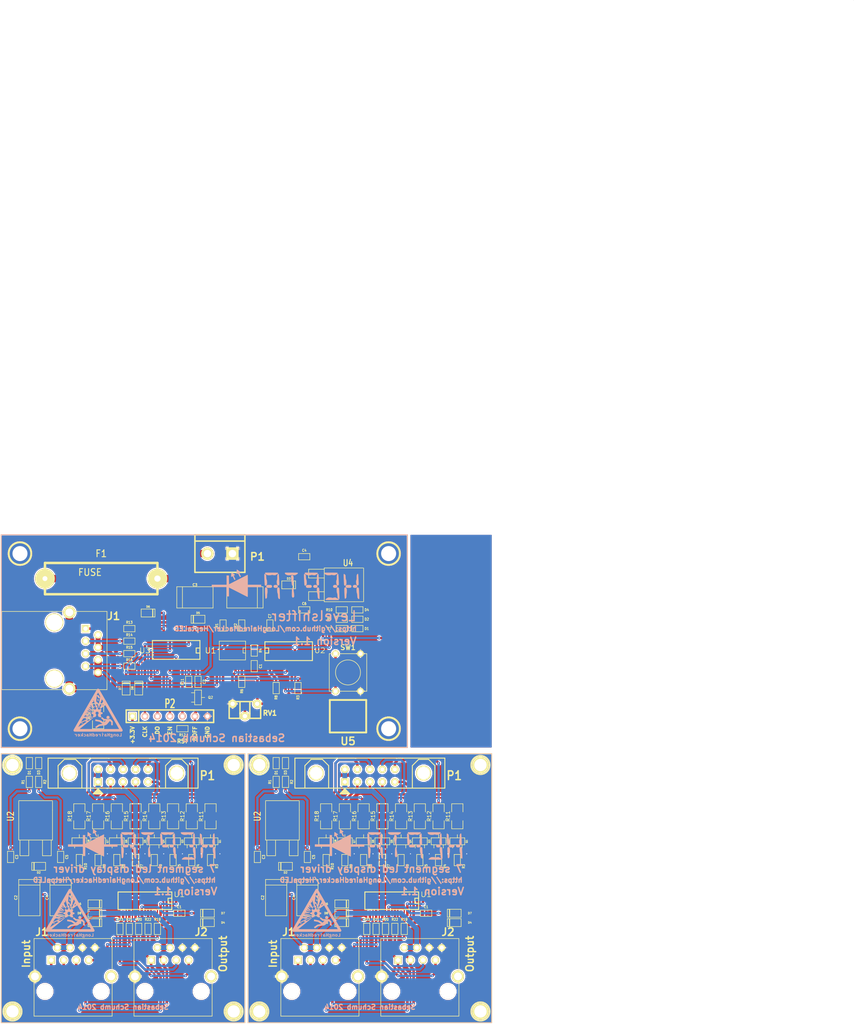
<source format=kicad_pcb>
(kicad_pcb (version 3) (host pcbnew "(2013-may-18)-stable")
  (layers (15 F.Cu signal) (0 B.Cu signal) (18 B.Paste user) (19 F.Paste user) (20 B.SilkS user) (21 F.SilkS user) (22 B.Mask user) (23 F.Mask user) (28 Edge.Cuts user))
  (net 0 "")
  (net 1 +24V)
  (net 2 +3.3V)
  (net 3 +5V)
  (net 4 3.3_Clock)
  (net 5 3.3_Data_Out)
  (net 6 3.3_Enable)
  (net 7 3.3_Reset)
  (net 8 BusOff)
  (net 9 Clock)
  (net 10 Data_In)
  (net 11 Data_Out)
  (net 12 Enable)
  (net 13 FET_1)
  (net 14 FET_2)
  (net 15 FET_3)
  (net 16 FET_4)
  (net 17 FET_5)
  (net 18 FET_6)
  (net 19 FET_7)
  (net 20 FET_8)
  (net 21 GND)
  (net 22 N-0000010)
  (net 23 N-0000015)
  (net 24 N-0000016)
  (net 25 N-0000017)
  (net 26 N-0000018)
  (net 27 N-0000019)
  (net 28 N-000002)
  (net 29 N-0000020)
  (net 30 N-0000021)
  (net 31 N-0000022)
  (net 32 N-0000023)
  (net 33 N-0000024)
  (net 34 N-0000025)
  (net 35 N-0000026)
  (net 36 N-0000027)
  (net 37 N-0000028)
  (net 38 N-0000029)
  (net 39 N-0000030)
  (net 40 N-0000031)
  (net 41 N-0000032)
  (net 42 N-0000033)
  (net 43 N-0000034)
  (net 44 N-0000035)
  (net 45 N-0000036)
  (net 46 N-0000037)
  (net 47 N-0000038)
  (net 48 N-000004)
  (net 49 N-0000045)
  (net 50 N-0000047)
  (net 51 N-000007)
  (net 52 PowerOn)
  (net 53 Reset)
  (net 54 SEG_1)
  (net 55 SEG_2)
  (net 56 SEG_3)
  (net 57 SEG_4)
  (net 58 SEG_5)
  (net 59 SEG_6)
  (net 60 SEG_7)
  (net 61 SEG_8)
  (net 62 Sense)
  (net 63 Shutdown)
  (module logo_hacker_silkbot_10_00mm (layer B.Cu) (at 123.825 195.58)
    (fp_text reference G*** hide)
    (fp_text value logo_hacker_silkbot_10_00mm hide)
  )
  (module SM0603 (layer F.Cu) (at 133.985 198.755 270)
    (fp_text reference R23 (at -1.905 0 360) (layer F.SilkS) (effects (font (size 0.508 0.4572) (thickness 0.1143))))
    (fp_text value 1k hide)
    (pad 1 smd rect (at -0.762 0 270) (size 0.635 1.143) (layers F.Cu F.Paste F.Mask) (net 40 N-0000031))
    (pad 2 smd rect (at 0.762 0 270) (size 0.635 1.143) (layers F.Cu F.Paste F.Mask) (net 11 Data_Out))
  )
  (module SM0603 (layer F.Cu) (at 139.7 198.755 90)
    (fp_text reference R22 (at 1.905 0 180) (layer F.SilkS) (effects (font (size 0.508 0.4572) (thickness 0.1143))))
    (fp_text value 1k hide)
    (pad 1 smd rect (at -0.762 0 90) (size 0.635 1.143) (layers F.Cu F.Paste F.Mask) (net 12 Enable))
    (pad 2 smd rect (at 0.762 0 90) (size 0.635 1.143) (layers F.Cu F.Paste F.Mask) (net 42 N-0000033))
  )
  (module SM0603 (layer F.Cu) (at 135.89 198.755 90)
    (fp_text reference R21 (at 1.905 0 180) (layer F.SilkS) (effects (font (size 0.508 0.4572) (thickness 0.1143))))
    (fp_text value 1k hide)
    (pad 1 smd rect (at -0.762 0 90) (size 0.635 1.143) (layers F.Cu F.Paste F.Mask) (net 53 Reset))
    (pad 2 smd rect (at 0.762 0 90) (size 0.635 1.143) (layers F.Cu F.Paste F.Mask) (net 38 N-0000029))
  )
  (module SM0603 (layer F.Cu) (at 137.795 198.755 90)
    (fp_text reference R20 (at 1.905 0 180) (layer F.SilkS) (effects (font (size 0.508 0.4572) (thickness 0.1143))))
    (fp_text value 1k hide)
    (pad 1 smd rect (at -0.762 0 90) (size 0.635 1.143) (layers F.Cu F.Paste F.Mask) (net 9 Clock))
    (pad 2 smd rect (at 0.762 0 90) (size 0.635 1.143) (layers F.Cu F.Paste F.Mask) (net 39 N-0000030))
  )
  (module SM0603 (layer F.Cu) (at 141.605 198.755 90)
    (fp_text reference R19 (at 1.905 0 180) (layer F.SilkS) (effects (font (size 0.508 0.4572) (thickness 0.1143))))
    (fp_text value 1k hide)
    (pad 1 smd rect (at -0.762 0 90) (size 0.635 1.143) (layers F.Cu F.Paste F.Mask) (net 10 Data_In))
    (pad 2 smd rect (at 0.762 0 90) (size 0.635 1.143) (layers F.Cu F.Paste F.Mask) (net 41 N-0000032))
  )
  (module sod123 (layer F.Cu) (at 128.905 195.58)
    (fp_text reference D8 (at -3.175 0) (layer F.SilkS) (effects (font (size 0.39878 0.39878) (thickness 0.09906))))
    (fp_text value ZENER hide)
    (pad 2 smd rect (at 1.67386 0) (size 0.8509 0.8509) (layers F.Cu F.Paste F.Mask) (net 40 N-0000031))
    (pad 1 smd rect (at -1.67386 0) (size 0.8509 0.8509) (layers F.Cu F.Paste F.Mask) (net 21 GND))
  )
  (module sod123 (layer F.Cu) (at 151.765 195.58 180)
    (fp_text reference D7 (at -3.175 0 180) (layer F.SilkS) (effects (font (size 0.39878 0.39878) (thickness 0.09906))))
    (fp_text value ZENER hide)
    (pad 2 smd rect (at 1.67386 0 180) (size 0.8509 0.8509) (layers F.Cu F.Paste F.Mask) (net 42 N-0000033))
    (pad 1 smd rect (at -1.67386 0 180) (size 0.8509 0.8509) (layers F.Cu F.Paste F.Mask) (net 21 GND))
  )
  (module sod123 (layer F.Cu) (at 128.905 193.675)
    (fp_text reference D6 (at -3.175 0) (layer F.SilkS) (effects (font (size 0.39878 0.39878) (thickness 0.09906))))
    (fp_text value ZENER hide)
    (pad 2 smd rect (at 1.67386 0) (size 0.8509 0.8509) (layers F.Cu F.Paste F.Mask) (net 38 N-0000029))
    (pad 1 smd rect (at -1.67386 0) (size 0.8509 0.8509) (layers F.Cu F.Paste F.Mask) (net 21 GND))
  )
  (module sod123 (layer F.Cu) (at 128.905 197.485)
    (fp_text reference D5 (at -3.175 0) (layer F.SilkS) (effects (font (size 0.39878 0.39878) (thickness 0.09906))))
    (fp_text value ZENER hide)
    (pad 2 smd rect (at 1.67386 0) (size 0.8509 0.8509) (layers F.Cu F.Paste F.Mask) (net 39 N-0000030))
    (pad 1 smd rect (at -1.67386 0) (size 0.8509 0.8509) (layers F.Cu F.Paste F.Mask) (net 21 GND))
  )
  (module sod123 (layer F.Cu) (at 151.765 197.485 180)
    (fp_text reference D4 (at -3.175 0 180) (layer F.SilkS) (effects (font (size 0.39878 0.39878) (thickness 0.09906))))
    (fp_text value ZENER hide)
    (pad 2 smd rect (at 1.67386 0 180) (size 0.8509 0.8509) (layers F.Cu F.Paste F.Mask) (net 41 N-0000032))
    (pad 1 smd rect (at -1.67386 0 180) (size 0.8509 0.8509) (layers F.Cu F.Paste F.Mask) (net 21 GND))
  )
  (module logo_silkbot_30_00mm (layer B.Cu) (at 138.43 181.61)
    (fp_text reference G*** hide)
    (fp_text value logo_silkbot_30_00mm hide)
  )
  (module SM0603 (layer F.Cu) (at 121.92 184.15 270)
    (fp_text reference C5 (at 0 -1.27 270) (layer F.SilkS) (effects (font (size 0.508 0.4572) (thickness 0.1143))))
    (fp_text value 100nF hide)
    (pad 1 smd rect (at -0.762 0 270) (size 0.635 1.143) (layers F.Cu F.Paste F.Mask) (net 3 +5V))
    (pad 2 smd rect (at 0.762 0 270) (size 0.635 1.143) (layers F.Cu F.Paste F.Mask) (net 21 GND))
  )
  (module c_tant_D (layer F.Cu) (at 115.57 192.405 90)
    (fp_text reference C2 (at 0 -2.7305 90) (layer F.SilkS) (effects (font (size 0.50038 0.50038) (thickness 0.11938))))
    (fp_text value 10uF hide)
    (pad 1 smd rect (at 2.99974 0 90) (size 2.55016 2.70002) (layers F.Cu F.Paste F.Mask) (net 1 +24V))
    (pad 2 smd rect (at -2.99974 0 90) (size 2.55016 3.79984) (layers F.Cu F.Paste F.Mask) (net 21 GND))
  )
  (module DPAK2 (layer F.Cu) (at 116.84 182.245)
    (fp_text reference U2 (at -5.08 -6.35 90) (layer F.SilkS) (effects (font (size 1.27 1.016) (thickness 0.2032))))
    (fp_text value TS2937 hide)
    (pad 1 smd rect (at -2.286 0) (size 1.651 3.048) (layers F.Cu F.Paste F.Mask) (net 1 +24V))
    (pad 2 smd rect (at 0 -6.35) (size 6.096 6.096) (layers F.Cu F.Paste F.Mask) (net 21 GND))
    (pad 3 smd rect (at 2.286 0) (size 1.651 3.048) (layers F.Cu F.Paste F.Mask) (net 3 +5V))
  )
  (module SM0603 (layer F.Cu) (at 129.54 184.785 270)
    (fp_text reference R9 (at 1.27 -1.27 270) (layer F.SilkS) (effects (font (size 0.508 0.4572) (thickness 0.1143))))
    (fp_text value 220 hide)
    (pad 1 smd rect (at -0.762 0 270) (size 0.635 1.143) (layers F.Cu F.Paste F.Mask) (net 46 N-0000037))
    (pad 2 smd rect (at 0.762 0 270) (size 0.635 1.143) (layers F.Cu F.Paste F.Mask) (net 19 FET_7))
  )
  (module SM0603 (layer F.Cu) (at 125.73 184.785 270)
    (fp_text reference R10 (at 1.27 -1.27 270) (layer F.SilkS) (effects (font (size 0.508 0.4572) (thickness 0.1143))))
    (fp_text value 220 hide)
    (pad 1 smd rect (at -0.762 0 270) (size 0.635 1.143) (layers F.Cu F.Paste F.Mask) (net 44 N-0000035))
    (pad 2 smd rect (at 0.762 0 270) (size 0.635 1.143) (layers F.Cu F.Paste F.Mask) (net 20 FET_8))
  )
  (module SM0603 (layer F.Cu) (at 133.35 184.785 270)
    (fp_text reference R8 (at 1.27 -1.27 270) (layer F.SilkS) (effects (font (size 0.508 0.4572) (thickness 0.1143))))
    (fp_text value 220 hide)
    (pad 1 smd rect (at -0.762 0 270) (size 0.635 1.143) (layers F.Cu F.Paste F.Mask) (net 47 N-0000038))
    (pad 2 smd rect (at 0.762 0 270) (size 0.635 1.143) (layers F.Cu F.Paste F.Mask) (net 18 FET_6))
  )
  (module SM0603 (layer F.Cu) (at 146.05 195.58)
    (fp_text reference C1 (at 0 -1.27) (layer F.SilkS) (effects (font (size 0.508 0.4572) (thickness 0.1143))))
    (fp_text value 100n hide)
    (pad 1 smd rect (at -0.762 0) (size 0.635 1.143) (layers F.Cu F.Paste F.Mask) (net 3 +5V))
    (pad 2 smd rect (at 0.762 0) (size 0.635 1.143) (layers F.Cu F.Paste F.Mask) (net 21 GND))
  )
  (module SM0603 (layer F.Cu) (at 115.57 165.1 90)
    (fp_text reference D1 (at -1.905 0 90) (layer F.SilkS) (effects (font (size 0.508 0.4572) (thickness 0.1143))))
    (fp_text value LED hide)
    (pad 1 smd rect (at -0.762 0 90) (size 0.635 1.143) (layers F.Cu F.Paste F.Mask) (net 50 N-0000047))
    (pad 2 smd rect (at 0.762 0 90) (size 0.635 1.143) (layers F.Cu F.Paste F.Mask) (net 21 GND))
  )
  (module SM0603 (layer F.Cu) (at 137.16 184.785 270)
    (fp_text reference R7 (at 1.27 -1.27 270) (layer F.SilkS) (effects (font (size 0.508 0.4572) (thickness 0.1143))))
    (fp_text value 220 hide)
    (pad 1 smd rect (at -0.762 0 270) (size 0.635 1.143) (layers F.Cu F.Paste F.Mask) (net 35 N-0000026))
    (pad 2 smd rect (at 0.762 0 270) (size 0.635 1.143) (layers F.Cu F.Paste F.Mask) (net 17 FET_5))
  )
  (module SM0603 (layer F.Cu) (at 115.57 168.91 90)
    (fp_text reference R1 (at 0 -1.27 90) (layer F.SilkS) (effects (font (size 0.508 0.4572) (thickness 0.1143))))
    (fp_text value 1k hide)
    (pad 1 smd rect (at -0.762 0 90) (size 0.635 1.143) (layers F.Cu F.Paste F.Mask) (net 1 +24V))
    (pad 2 smd rect (at 0.762 0 90) (size 0.635 1.143) (layers F.Cu F.Paste F.Mask) (net 50 N-0000047))
  )
  (module SM0603 (layer F.Cu) (at 117.475 165.1 90)
    (fp_text reference D3 (at -1.905 0 90) (layer F.SilkS) (effects (font (size 0.508 0.4572) (thickness 0.1143))))
    (fp_text value LED hide)
    (pad 1 smd rect (at -0.762 0 90) (size 0.635 1.143) (layers F.Cu F.Paste F.Mask) (net 49 N-0000045))
    (pad 2 smd rect (at 0.762 0 90) (size 0.635 1.143) (layers F.Cu F.Paste F.Mask) (net 21 GND))
  )
  (module SM0603 (layer F.Cu) (at 140.97 184.785 270)
    (fp_text reference R6 (at 1.27 -1.27 270) (layer F.SilkS) (effects (font (size 0.508 0.4572) (thickness 0.1143))))
    (fp_text value 220 hide)
    (pad 1 smd rect (at -0.762 0 270) (size 0.635 1.143) (layers F.Cu F.Paste F.Mask) (net 26 N-0000018))
    (pad 2 smd rect (at 0.762 0 270) (size 0.635 1.143) (layers F.Cu F.Paste F.Mask) (net 16 FET_4))
  )
  (module SM0603 (layer F.Cu) (at 144.78 184.785 270)
    (fp_text reference R5 (at 1.27 -1.27 270) (layer F.SilkS) (effects (font (size 0.508 0.4572) (thickness 0.1143))))
    (fp_text value 220 hide)
    (pad 1 smd rect (at -0.762 0 270) (size 0.635 1.143) (layers F.Cu F.Paste F.Mask) (net 29 N-0000020))
    (pad 2 smd rect (at 0.762 0 270) (size 0.635 1.143) (layers F.Cu F.Paste F.Mask) (net 15 FET_3))
  )
  (module SM0603 (layer F.Cu) (at 148.59 184.785 270)
    (fp_text reference R4 (at 1.27 -1.27 270) (layer F.SilkS) (effects (font (size 0.508 0.4572) (thickness 0.1143))))
    (fp_text value 220 hide)
    (pad 1 smd rect (at -0.762 0 270) (size 0.635 1.143) (layers F.Cu F.Paste F.Mask) (net 30 N-0000021))
    (pad 2 smd rect (at 0.762 0 270) (size 0.635 1.143) (layers F.Cu F.Paste F.Mask) (net 14 FET_2))
  )
  (module SM0603 (layer F.Cu) (at 111.76 184.15 270)
    (fp_text reference C3 (at 0 -1.27 270) (layer F.SilkS) (effects (font (size 0.508 0.4572) (thickness 0.1143))))
    (fp_text value 100nF hide)
    (pad 1 smd rect (at -0.762 0 270) (size 0.635 1.143) (layers F.Cu F.Paste F.Mask) (net 1 +24V))
    (pad 2 smd rect (at 0.762 0 270) (size 0.635 1.143) (layers F.Cu F.Paste F.Mask) (net 21 GND))
  )
  (module SM0603 (layer F.Cu) (at 152.4 184.785 270)
    (fp_text reference R3 (at 1.27 -1.27 270) (layer F.SilkS) (effects (font (size 0.508 0.4572) (thickness 0.1143))))
    (fp_text value 220 hide)
    (pad 1 smd rect (at -0.762 0 270) (size 0.635 1.143) (layers F.Cu F.Paste F.Mask) (net 32 N-0000023))
    (pad 2 smd rect (at 0.762 0 270) (size 0.635 1.143) (layers F.Cu F.Paste F.Mask) (net 13 FET_1))
  )
  (module SM0603 (layer F.Cu) (at 117.475 168.91 90)
    (fp_text reference R2 (at 0 1.27 90) (layer F.SilkS) (effects (font (size 0.508 0.4572) (thickness 0.1143))))
    (fp_text value 1k hide)
    (pad 1 smd rect (at -0.762 0 90) (size 0.635 1.143) (layers F.Cu F.Paste F.Mask) (net 3 +5V))
    (pad 2 smd rect (at 0.762 0 90) (size 0.635 1.143) (layers F.Cu F.Paste F.Mask) (net 49 N-0000045))
  )
  (module SM1206 (layer F.Cu) (at 125.73 175.895 90)
    (fp_text reference R18 (at 0 -1.905 90) (layer F.SilkS) (effects (font (size 0.762 0.762) (thickness 0.127))))
    (fp_text value 470 hide)
    (pad 1 smd rect (at -1.651 0 90) (size 1.524 2.032) (layers F.Cu F.Paste F.Mask) (net 43 N-0000034))
    (pad 2 smd rect (at 1.651 0 90) (size 1.524 2.032) (layers F.Cu F.Paste F.Mask) (net 61 SEG_8))
  )
  (module SM1206 (layer F.Cu) (at 152.4 175.895 90)
    (fp_text reference R11 (at 0 -1.905 90) (layer F.SilkS) (effects (font (size 0.762 0.762) (thickness 0.127))))
    (fp_text value 160 hide)
    (pad 1 smd rect (at -1.651 0 90) (size 1.524 2.032) (layers F.Cu F.Paste F.Mask) (net 31 N-0000022))
    (pad 2 smd rect (at 1.651 0 90) (size 1.524 2.032) (layers F.Cu F.Paste F.Mask) (net 54 SEG_1))
  )
  (module SM1206 (layer F.Cu) (at 148.59 175.895 90)
    (fp_text reference R12 (at 0 -1.905 90) (layer F.SilkS) (effects (font (size 0.762 0.762) (thickness 0.127))))
    (fp_text value 160 hide)
    (pad 1 smd rect (at -1.651 0 90) (size 1.524 2.032) (layers F.Cu F.Paste F.Mask) (net 33 N-0000024))
    (pad 2 smd rect (at 1.651 0 90) (size 1.524 2.032) (layers F.Cu F.Paste F.Mask) (net 55 SEG_2))
  )
  (module SM1206 (layer F.Cu) (at 144.78 175.895 90)
    (fp_text reference R13 (at 0 -1.905 90) (layer F.SilkS) (effects (font (size 0.762 0.762) (thickness 0.127))))
    (fp_text value 160 hide)
    (pad 1 smd rect (at -1.651 0 90) (size 1.524 2.032) (layers F.Cu F.Paste F.Mask) (net 27 N-0000019))
    (pad 2 smd rect (at 1.651 0 90) (size 1.524 2.032) (layers F.Cu F.Paste F.Mask) (net 56 SEG_3))
  )
  (module SM1206 (layer F.Cu) (at 129.54 175.895 90)
    (fp_text reference R17 (at 0 -1.905 90) (layer F.SilkS) (effects (font (size 0.762 0.762) (thickness 0.127))))
    (fp_text value 470 hide)
    (pad 1 smd rect (at -1.651 0 90) (size 1.524 2.032) (layers F.Cu F.Paste F.Mask) (net 45 N-0000036))
    (pad 2 smd rect (at 1.651 0 90) (size 1.524 2.032) (layers F.Cu F.Paste F.Mask) (net 60 SEG_7))
  )
  (module SM1206 (layer F.Cu) (at 137.16 175.895 90)
    (fp_text reference R15 (at 0 -1.905 90) (layer F.SilkS) (effects (font (size 0.762 0.762) (thickness 0.127))))
    (fp_text value 160 hide)
    (pad 1 smd rect (at -1.651 0 90) (size 1.524 2.032) (layers F.Cu F.Paste F.Mask) (net 34 N-0000025))
    (pad 2 smd rect (at 1.651 0 90) (size 1.524 2.032) (layers F.Cu F.Paste F.Mask) (net 58 SEG_5))
  )
  (module SM1206 (layer F.Cu) (at 133.35 175.895 90)
    (fp_text reference R16 (at 0 -1.905 90) (layer F.SilkS) (effects (font (size 0.762 0.762) (thickness 0.127))))
    (fp_text value 160 hide)
    (pad 1 smd rect (at -1.651 0 90) (size 1.524 2.032) (layers F.Cu F.Paste F.Mask) (net 36 N-0000027))
    (pad 2 smd rect (at 1.651 0 90) (size 1.524 2.032) (layers F.Cu F.Paste F.Mask) (net 59 SEG_6))
  )
  (module SM1206 (layer F.Cu) (at 140.97 175.895 90)
    (fp_text reference R14 (at 0 -1.905 90) (layer F.SilkS) (effects (font (size 0.762 0.762) (thickness 0.127))))
    (fp_text value 160 hide)
    (pad 1 smd rect (at -1.651 0 90) (size 1.524 2.032) (layers F.Cu F.Paste F.Mask) (net 25 N-0000017))
    (pad 2 smd rect (at 1.651 0 90) (size 1.524 2.032) (layers F.Cu F.Paste F.Mask) (net 57 SEG_4))
  )
  (module SO16E (layer F.Cu) (at 139.065 193.04 180)
    (fp_text reference U1 (at -6.985 1.27 180) (layer F.SilkS) (effects (font (size 1.016 1.143) (thickness 0.127))))
    (fp_text value 74HC595 hide)
    (pad 1 smd rect (at -4.445 2.54 180) (size 0.508 1.143) (layers F.Cu F.Paste F.Mask) (net 14 FET_2))
    (pad 2 smd rect (at -3.175 2.54 180) (size 0.508 1.143) (layers F.Cu F.Paste F.Mask) (net 15 FET_3))
    (pad 3 smd rect (at -1.905 2.54 180) (size 0.508 1.143) (layers F.Cu F.Paste F.Mask) (net 16 FET_4))
    (pad 4 smd rect (at -0.635 2.54 180) (size 0.508 1.143) (layers F.Cu F.Paste F.Mask) (net 17 FET_5))
    (pad 5 smd rect (at 0.635 2.54 180) (size 0.508 1.143) (layers F.Cu F.Paste F.Mask) (net 18 FET_6))
    (pad 6 smd rect (at 1.905 2.54 180) (size 0.508 1.143) (layers F.Cu F.Paste F.Mask) (net 19 FET_7))
    (pad 7 smd rect (at 3.175 2.54 180) (size 0.508 1.143) (layers F.Cu F.Paste F.Mask) (net 20 FET_8))
    (pad 8 smd rect (at 4.445 2.54 180) (size 0.508 1.143) (layers F.Cu F.Paste F.Mask) (net 21 GND))
    (pad 9 smd rect (at 4.445 -2.54 180) (size 0.508 1.143) (layers F.Cu F.Paste F.Mask) (net 40 N-0000031))
    (pad 10 smd rect (at 3.175 -2.54 180) (size 0.508 1.143) (layers F.Cu F.Paste F.Mask) (net 38 N-0000029))
    (pad 11 smd rect (at 1.905 -2.54 180) (size 0.508 1.143) (layers F.Cu F.Paste F.Mask) (net 39 N-0000030))
    (pad 12 smd rect (at 0.635 -2.54 180) (size 0.508 1.143) (layers F.Cu F.Paste F.Mask) (net 42 N-0000033))
    (pad 13 smd rect (at -0.635 -2.54 180) (size 0.508 1.143) (layers F.Cu F.Paste F.Mask) (net 21 GND))
    (pad 14 smd rect (at -1.905 -2.54 180) (size 0.508 1.143) (layers F.Cu F.Paste F.Mask) (net 41 N-0000032))
    (pad 15 smd rect (at -3.175 -2.54 180) (size 0.508 1.143) (layers F.Cu F.Paste F.Mask) (net 13 FET_1))
    (pad 16 smd rect (at -4.445 -2.54 180) (size 0.508 1.143) (layers F.Cu F.Paste F.Mask) (net 3 +5V))
  )
  (module sod123 (layer F.Cu) (at 117.475 186.055 180)
    (fp_text reference D2 (at 0 -1.27 180) (layer F.SilkS) (effects (font (size 0.39878 0.39878) (thickness 0.09906))))
    (fp_text value BAT42W hide)
    (pad 2 smd rect (at 1.67386 0 180) (size 0.8509 0.8509) (layers F.Cu F.Paste F.Mask) (net 1 +24V))
    (pad 1 smd rect (at -1.67386 0 180) (size 0.8509 0.8509) (layers F.Cu F.Paste F.Mask) (net 3 +5V))
  )
  (module sot23 (layer F.Cu) (at 137.16 180.975)
    (fp_text reference Q5 (at 1.905 0 90) (layer F.SilkS) (effects (font (size 0.35 0.35) (thickness 0.0875))))
    (fp_text value NDS355 hide)
    (pad 1 smd rect (at -0.9525 1.05664) (size 0.59944 1.00076) (layers F.Cu F.Paste F.Mask) (net 35 N-0000026))
    (pad 2 smd rect (at 0 -1.05664) (size 0.59944 1.00076) (layers F.Cu F.Paste F.Mask) (net 34 N-0000025))
    (pad 3 smd rect (at 0.9525 1.05664) (size 0.59944 1.00076) (layers F.Cu F.Paste F.Mask) (net 21 GND))
  )
  (module sot23 (layer F.Cu) (at 140.97 180.975)
    (fp_text reference Q4 (at 1.905 0 90) (layer F.SilkS) (effects (font (size 0.35 0.35) (thickness 0.0875))))
    (fp_text value NDS355 hide)
    (pad 1 smd rect (at -0.9525 1.05664) (size 0.59944 1.00076) (layers F.Cu F.Paste F.Mask) (net 26 N-0000018))
    (pad 2 smd rect (at 0 -1.05664) (size 0.59944 1.00076) (layers F.Cu F.Paste F.Mask) (net 25 N-0000017))
    (pad 3 smd rect (at 0.9525 1.05664) (size 0.59944 1.00076) (layers F.Cu F.Paste F.Mask) (net 21 GND))
  )
  (module sot23 (layer F.Cu) (at 144.78 180.975)
    (fp_text reference Q3 (at 1.905 0 90) (layer F.SilkS) (effects (font (size 0.35 0.35) (thickness 0.0875))))
    (fp_text value NDS355 hide)
    (pad 1 smd rect (at -0.9525 1.05664) (size 0.59944 1.00076) (layers F.Cu F.Paste F.Mask) (net 29 N-0000020))
    (pad 2 smd rect (at 0 -1.05664) (size 0.59944 1.00076) (layers F.Cu F.Paste F.Mask) (net 27 N-0000019))
    (pad 3 smd rect (at 0.9525 1.05664) (size 0.59944 1.00076) (layers F.Cu F.Paste F.Mask) (net 21 GND))
  )
  (module sot23 (layer F.Cu) (at 125.73 180.975)
    (fp_text reference Q8 (at 1.905 0 90) (layer F.SilkS) (effects (font (size 0.35 0.35) (thickness 0.0875))))
    (fp_text value NDS355 hide)
    (pad 1 smd rect (at -0.9525 1.05664) (size 0.59944 1.00076) (layers F.Cu F.Paste F.Mask) (net 44 N-0000035))
    (pad 2 smd rect (at 0 -1.05664) (size 0.59944 1.00076) (layers F.Cu F.Paste F.Mask) (net 43 N-0000034))
    (pad 3 smd rect (at 0.9525 1.05664) (size 0.59944 1.00076) (layers F.Cu F.Paste F.Mask) (net 21 GND))
  )
  (module sot23 (layer F.Cu) (at 148.59 180.975)
    (fp_text reference Q2 (at 1.905 0 90) (layer F.SilkS) (effects (font (size 0.35 0.35) (thickness 0.0875))))
    (fp_text value NDS355 hide)
    (pad 1 smd rect (at -0.9525 1.05664) (size 0.59944 1.00076) (layers F.Cu F.Paste F.Mask) (net 30 N-0000021))
    (pad 2 smd rect (at 0 -1.05664) (size 0.59944 1.00076) (layers F.Cu F.Paste F.Mask) (net 33 N-0000024))
    (pad 3 smd rect (at 0.9525 1.05664) (size 0.59944 1.00076) (layers F.Cu F.Paste F.Mask) (net 21 GND))
  )
  (module sot23 (layer F.Cu) (at 133.35 180.975)
    (fp_text reference Q6 (at 1.905 0 90) (layer F.SilkS) (effects (font (size 0.35 0.35) (thickness 0.0875))))
    (fp_text value NDS355 hide)
    (pad 1 smd rect (at -0.9525 1.05664) (size 0.59944 1.00076) (layers F.Cu F.Paste F.Mask) (net 47 N-0000038))
    (pad 2 smd rect (at 0 -1.05664) (size 0.59944 1.00076) (layers F.Cu F.Paste F.Mask) (net 36 N-0000027))
    (pad 3 smd rect (at 0.9525 1.05664) (size 0.59944 1.00076) (layers F.Cu F.Paste F.Mask) (net 21 GND))
  )
  (module sot23 (layer F.Cu) (at 152.4 180.975)
    (fp_text reference Q1 (at 1.905 0 90) (layer F.SilkS) (effects (font (size 0.35 0.35) (thickness 0.0875))))
    (fp_text value NDS355 hide)
    (pad 1 smd rect (at -0.9525 1.05664) (size 0.59944 1.00076) (layers F.Cu F.Paste F.Mask) (net 32 N-0000023))
    (pad 2 smd rect (at 0 -1.05664) (size 0.59944 1.00076) (layers F.Cu F.Paste F.Mask) (net 31 N-0000022))
    (pad 3 smd rect (at 0.9525 1.05664) (size 0.59944 1.00076) (layers F.Cu F.Paste F.Mask) (net 21 GND))
  )
  (module sot23 (layer F.Cu) (at 129.54 180.975)
    (fp_text reference Q7 (at 1.905 0 90) (layer F.SilkS) (effects (font (size 0.35 0.35) (thickness 0.0875))))
    (fp_text value NDS355 hide)
    (pad 1 smd rect (at -0.9525 1.05664) (size 0.59944 1.00076) (layers F.Cu F.Paste F.Mask) (net 46 N-0000037))
    (pad 2 smd rect (at 0 -1.05664) (size 0.59944 1.00076) (layers F.Cu F.Paste F.Mask) (net 45 N-0000036))
    (pad 3 smd rect (at 0.9525 1.05664) (size 0.59944 1.00076) (layers F.Cu F.Paste F.Mask) (net 21 GND))
  )
  (module c_tant_D (layer F.Cu) (at 121.92 192.405 90)
    (fp_text reference C4 (at 0 -2.7305 90) (layer F.SilkS) (effects (font (size 0.50038 0.50038) (thickness 0.11938))))
    (fp_text value 10uF hide)
    (pad 1 smd rect (at 2.99974 0 90) (size 2.55016 2.70002) (layers F.Cu F.Paste F.Mask) (net 3 +5V))
    (pad 2 smd rect (at -2.99974 0 90) (size 2.55016 3.79984) (layers F.Cu F.Paste F.Mask) (net 21 GND))
  )
  (module HE10-10C (layer F.Cu) (at 134.62 167.64 180)
    (fp_text reference P1 (at -17.145 0 360) (layer F.SilkS) (effects (font (size 1.77546 1.5875) (thickness 0.3048))))
    (fp_text value HE10-10 hide)
    (pad 0 thru_hole circle (at -10.922 0.508 180) (size 3.048 3.048) (drill 2.54) (layers *.Cu *.Mask F.SilkS))
    (pad 0 thru_hole circle (at 10.922 0.508 180) (size 3.048 3.048) (drill 2.54) (layers *.Cu *.Mask F.SilkS))
    (pad 1 thru_hole rect (at 5.08 -1.27 180) (size 1.524 1.524) (drill 0.8128) (layers *.Cu *.Mask F.SilkS) (net 1 +24V))
    (pad 2 thru_hole circle (at 5.08 1.27 180) (size 1.524 1.524) (drill 0.8128) (layers *.Cu *.Mask F.SilkS) (net 1 +24V))
    (pad 3 thru_hole circle (at 2.54 -1.27 180) (size 1.524 1.524) (drill 0.8128) (layers *.Cu *.Mask F.SilkS) (net 60 SEG_7))
    (pad 4 thru_hole circle (at 2.54 1.27 180) (size 1.524 1.524) (drill 0.8128) (layers *.Cu *.Mask F.SilkS) (net 61 SEG_8))
    (pad 5 thru_hole circle (at 0 -1.27 180) (size 1.524 1.524) (drill 0.8128) (layers *.Cu *.Mask F.SilkS) (net 58 SEG_5))
    (pad 6 thru_hole circle (at 0 1.27 180) (size 1.524 1.524) (drill 0.8128) (layers *.Cu *.Mask F.SilkS) (net 59 SEG_6))
    (pad 7 thru_hole circle (at -2.54 -1.27 180) (size 1.524 1.524) (drill 0.8128) (layers *.Cu *.Mask F.SilkS) (net 56 SEG_3))
    (pad 8 thru_hole circle (at -2.54 1.27 180) (size 1.524 1.524) (drill 0.8128) (layers *.Cu *.Mask F.SilkS) (net 57 SEG_4))
    (pad 9 thru_hole circle (at -5.08 -1.27 180) (size 1.524 1.524) (drill 0.8128) (layers *.Cu *.Mask F.SilkS) (net 54 SEG_1))
    (pad 10 thru_hole circle (at -5.08 1.27 180) (size 1.524 1.524) (drill 0.8128) (layers *.Cu *.Mask F.SilkS) (net 55 SEG_2))
  )
  (module 1pin (layer F.Cu) (at 157.099 165.481)
    (fp_text reference 1PIN hide)
    (fp_text value P*** hide)
    (pad 1 thru_hole circle (at 0 0) (size 3.5 3.5) (drill 2.5) (layers *.Cu *.Mask F.SilkS))
  )
  (module 1pin (layer F.Cu) (at 157.099 215.519)
    (fp_text reference 1PIN hide)
    (fp_text value P*** hide)
    (pad 1 thru_hole circle (at 0 0) (size 3.5 3.5) (drill 2.5) (layers *.Cu *.Mask F.SilkS))
  )
  (module 1pin (layer F.Cu) (at 112.141 215.519)
    (fp_text reference 1PIN hide)
    (fp_text value P*** hide)
    (pad 1 thru_hole circle (at 0 0) (size 3.5 3.5) (drill 2.5) (layers *.Cu *.Mask F.SilkS))
  )
  (module 1pin (layer F.Cu) (at 112.141 165.481)
    (fp_text reference 1PIN hide)
    (fp_text value P*** hide)
    (pad 1 thru_hole circle (at 0 0) (size 3.5 3.5) (drill 2.5) (layers *.Cu *.Mask F.SilkS))
  )
  (module RJ45_MEBP_8-8G (layer F.Cu) (at 124.46 211.455)
    (fp_text reference J1 (at -6.35 -12.065) (layer F.SilkS) (effects (font (size 1.524 1.524) (thickness 0.3048))))
    (fp_text value RJ45 hide)
    (pad "" thru_hole circle (at 5.715 0) (size 3 3) (drill 3) (layers *.Cu *.Mask F.SilkS))
    (pad "" thru_hole circle (at -5.715 0) (size 3 3) (drill 3) (layers *.Cu *.Mask F.SilkS))
    (pad 1 thru_hole rect (at -4.445 -6.35) (size 1.50114 1.50114) (drill 0.89916) (layers *.Cu *.Mask F.SilkS) (net 9 Clock))
    (pad 2 thru_hole circle (at -3.175 -8.89) (size 1.50114 1.50114) (drill 0.89916) (layers *.Cu *.Mask F.SilkS) (net 1 +24V))
    (pad 3 thru_hole circle (at -1.905 -6.35) (size 1.50114 1.50114) (drill 0.89916) (layers *.Cu *.Mask F.SilkS) (net 12 Enable))
    (pad 4 thru_hole circle (at -0.635 -8.89) (size 1.50114 1.50114) (drill 0.89916) (layers *.Cu *.Mask F.SilkS) (net 1 +24V))
    (pad 5 thru_hole circle (at 0.635 -6.35) (size 1.50114 1.50114) (drill 0.89916) (layers *.Cu *.Mask F.SilkS) (net 10 Data_In))
    (pad 6 thru_hole circle (at 1.905 -8.89) (size 1.50114 1.50114) (drill 0.89916) (layers *.Cu *.Mask F.SilkS) (net 21 GND))
    (pad 7 thru_hole circle (at 3.175 -6.35) (size 1.50114 1.50114) (drill 0.89916) (layers *.Cu *.Mask F.SilkS) (net 53 Reset))
    (pad 8 thru_hole circle (at 4.445 -8.89) (size 1.50114 1.50114) (drill 0.89916) (layers *.Cu *.Mask F.SilkS) (net 21 GND))
    (pad 9 thru_hole circle (at -7.745 -3.05) (size 2.5 2.5) (drill 1.6) (layers *.Cu *.Mask F.SilkS) (net 21 GND))
    (pad 10 thru_hole circle (at 7.747 -3.05) (size 2.5 2.5) (drill 1.6) (layers *.Cu *.Mask F.SilkS))
  )
  (module RJ45_MEBP_8-8G (layer F.Cu) (at 144.78 211.455)
    (fp_text reference J2 (at 5.715 -12.065) (layer F.SilkS) (effects (font (size 1.524 1.524) (thickness 0.3048))))
    (fp_text value RJ45 hide)
    (pad "" thru_hole circle (at 5.715 0) (size 3 3) (drill 3) (layers *.Cu *.Mask F.SilkS))
    (pad "" thru_hole circle (at -5.715 0) (size 3 3) (drill 3) (layers *.Cu *.Mask F.SilkS))
    (pad 1 thru_hole rect (at -4.445 -6.35) (size 1.50114 1.50114) (drill 0.89916) (layers *.Cu *.Mask F.SilkS) (net 9 Clock))
    (pad 2 thru_hole circle (at -3.175 -8.89) (size 1.50114 1.50114) (drill 0.89916) (layers *.Cu *.Mask F.SilkS) (net 1 +24V))
    (pad 3 thru_hole circle (at -1.905 -6.35) (size 1.50114 1.50114) (drill 0.89916) (layers *.Cu *.Mask F.SilkS) (net 12 Enable))
    (pad 4 thru_hole circle (at -0.635 -8.89) (size 1.50114 1.50114) (drill 0.89916) (layers *.Cu *.Mask F.SilkS) (net 1 +24V))
    (pad 5 thru_hole circle (at 0.635 -6.35) (size 1.50114 1.50114) (drill 0.89916) (layers *.Cu *.Mask F.SilkS) (net 11 Data_Out))
    (pad 6 thru_hole circle (at 1.905 -8.89) (size 1.50114 1.50114) (drill 0.89916) (layers *.Cu *.Mask F.SilkS) (net 21 GND))
    (pad 7 thru_hole circle (at 3.175 -6.35) (size 1.50114 1.50114) (drill 0.89916) (layers *.Cu *.Mask F.SilkS) (net 53 Reset))
    (pad 8 thru_hole circle (at 4.445 -8.89) (size 1.50114 1.50114) (drill 0.89916) (layers *.Cu *.Mask F.SilkS) (net 21 GND))
    (pad 9 thru_hole circle (at -7.745 -3.05) (size 2.5 2.5) (drill 1.6) (layers *.Cu *.Mask F.SilkS) (net 21 GND))
    (pad 10 thru_hole circle (at 7.747 -3.05) (size 2.5 2.5) (drill 1.6) (layers *.Cu *.Mask F.SilkS))
  )
  (module RJ45_MEBP_8-8G (layer F.Cu) (at 94.615 211.455)
    (fp_text reference J2 (at 5.715 -12.065) (layer F.SilkS) (effects (font (size 1.524 1.524) (thickness 0.3048))))
    (fp_text value RJ45 hide)
    (pad "" thru_hole circle (at 5.715 0) (size 3 3) (drill 3) (layers *.Cu *.Mask F.SilkS))
    (pad "" thru_hole circle (at -5.715 0) (size 3 3) (drill 3) (layers *.Cu *.Mask F.SilkS))
    (pad 1 thru_hole rect (at -4.445 -6.35) (size 1.50114 1.50114) (drill 0.89916) (layers *.Cu *.Mask F.SilkS) (net 9 Clock))
    (pad 2 thru_hole circle (at -3.175 -8.89) (size 1.50114 1.50114) (drill 0.89916) (layers *.Cu *.Mask F.SilkS) (net 1 +24V))
    (pad 3 thru_hole circle (at -1.905 -6.35) (size 1.50114 1.50114) (drill 0.89916) (layers *.Cu *.Mask F.SilkS) (net 12 Enable))
    (pad 4 thru_hole circle (at -0.635 -8.89) (size 1.50114 1.50114) (drill 0.89916) (layers *.Cu *.Mask F.SilkS) (net 1 +24V))
    (pad 5 thru_hole circle (at 0.635 -6.35) (size 1.50114 1.50114) (drill 0.89916) (layers *.Cu *.Mask F.SilkS) (net 11 Data_Out))
    (pad 6 thru_hole circle (at 1.905 -8.89) (size 1.50114 1.50114) (drill 0.89916) (layers *.Cu *.Mask F.SilkS) (net 21 GND))
    (pad 7 thru_hole circle (at 3.175 -6.35) (size 1.50114 1.50114) (drill 0.89916) (layers *.Cu *.Mask F.SilkS) (net 53 Reset))
    (pad 8 thru_hole circle (at 4.445 -8.89) (size 1.50114 1.50114) (drill 0.89916) (layers *.Cu *.Mask F.SilkS) (net 21 GND))
    (pad 9 thru_hole circle (at -7.745 -3.05) (size 2.5 2.5) (drill 1.6) (layers *.Cu *.Mask F.SilkS) (net 21 GND))
    (pad 10 thru_hole circle (at 7.747 -3.05) (size 2.5 2.5) (drill 1.6) (layers *.Cu *.Mask F.SilkS))
  )
  (module RJ45_MEBP_8-8G (layer F.Cu) (at 74.295 211.455)
    (fp_text reference J1 (at -6.35 -12.065) (layer F.SilkS) (effects (font (size 1.524 1.524) (thickness 0.3048))))
    (fp_text value RJ45 hide)
    (pad "" thru_hole circle (at 5.715 0) (size 3 3) (drill 3) (layers *.Cu *.Mask F.SilkS))
    (pad "" thru_hole circle (at -5.715 0) (size 3 3) (drill 3) (layers *.Cu *.Mask F.SilkS))
    (pad 1 thru_hole rect (at -4.445 -6.35) (size 1.50114 1.50114) (drill 0.89916) (layers *.Cu *.Mask F.SilkS) (net 9 Clock))
    (pad 2 thru_hole circle (at -3.175 -8.89) (size 1.50114 1.50114) (drill 0.89916) (layers *.Cu *.Mask F.SilkS) (net 1 +24V))
    (pad 3 thru_hole circle (at -1.905 -6.35) (size 1.50114 1.50114) (drill 0.89916) (layers *.Cu *.Mask F.SilkS) (net 12 Enable))
    (pad 4 thru_hole circle (at -0.635 -8.89) (size 1.50114 1.50114) (drill 0.89916) (layers *.Cu *.Mask F.SilkS) (net 1 +24V))
    (pad 5 thru_hole circle (at 0.635 -6.35) (size 1.50114 1.50114) (drill 0.89916) (layers *.Cu *.Mask F.SilkS) (net 10 Data_In))
    (pad 6 thru_hole circle (at 1.905 -8.89) (size 1.50114 1.50114) (drill 0.89916) (layers *.Cu *.Mask F.SilkS) (net 21 GND))
    (pad 7 thru_hole circle (at 3.175 -6.35) (size 1.50114 1.50114) (drill 0.89916) (layers *.Cu *.Mask F.SilkS) (net 53 Reset))
    (pad 8 thru_hole circle (at 4.445 -8.89) (size 1.50114 1.50114) (drill 0.89916) (layers *.Cu *.Mask F.SilkS) (net 21 GND))
    (pad 9 thru_hole circle (at -7.745 -3.05) (size 2.5 2.5) (drill 1.6) (layers *.Cu *.Mask F.SilkS) (net 21 GND))
    (pad 10 thru_hole circle (at 7.747 -3.05) (size 2.5 2.5) (drill 1.6) (layers *.Cu *.Mask F.SilkS))
  )
  (module 1pin (layer F.Cu) (at 61.976 165.481)
    (fp_text reference 1PIN hide)
    (fp_text value P*** hide)
    (pad 1 thru_hole circle (at 0 0) (size 3.5 3.5) (drill 2.5) (layers *.Cu *.Mask F.SilkS))
  )
  (module 1pin (layer F.Cu) (at 61.976 215.519)
    (fp_text reference 1PIN hide)
    (fp_text value P*** hide)
    (pad 1 thru_hole circle (at 0 0) (size 3.5 3.5) (drill 2.5) (layers *.Cu *.Mask F.SilkS))
  )
  (module 1pin (layer F.Cu) (at 106.934 215.519)
    (fp_text reference 1PIN hide)
    (fp_text value P*** hide)
    (pad 1 thru_hole circle (at 0 0) (size 3.5 3.5) (drill 2.5) (layers *.Cu *.Mask F.SilkS))
  )
  (module 1pin (layer F.Cu) (at 106.934 165.481)
    (fp_text reference 1PIN hide)
    (fp_text value P*** hide)
    (pad 1 thru_hole circle (at 0 0) (size 3.5 3.5) (drill 2.5) (layers *.Cu *.Mask F.SilkS))
  )
  (module HE10-10C (layer F.Cu) (at 84.455 167.64 180)
    (fp_text reference P1 (at -17.145 0 360) (layer F.SilkS) (effects (font (size 1.77546 1.5875) (thickness 0.3048))))
    (fp_text value HE10-10 hide)
    (pad 0 thru_hole circle (at -10.922 0.508 180) (size 3.048 3.048) (drill 2.54) (layers *.Cu *.Mask F.SilkS))
    (pad 0 thru_hole circle (at 10.922 0.508 180) (size 3.048 3.048) (drill 2.54) (layers *.Cu *.Mask F.SilkS))
    (pad 1 thru_hole rect (at 5.08 -1.27 180) (size 1.524 1.524) (drill 0.8128) (layers *.Cu *.Mask F.SilkS) (net 1 +24V))
    (pad 2 thru_hole circle (at 5.08 1.27 180) (size 1.524 1.524) (drill 0.8128) (layers *.Cu *.Mask F.SilkS) (net 1 +24V))
    (pad 3 thru_hole circle (at 2.54 -1.27 180) (size 1.524 1.524) (drill 0.8128) (layers *.Cu *.Mask F.SilkS) (net 60 SEG_7))
    (pad 4 thru_hole circle (at 2.54 1.27 180) (size 1.524 1.524) (drill 0.8128) (layers *.Cu *.Mask F.SilkS) (net 61 SEG_8))
    (pad 5 thru_hole circle (at 0 -1.27 180) (size 1.524 1.524) (drill 0.8128) (layers *.Cu *.Mask F.SilkS) (net 58 SEG_5))
    (pad 6 thru_hole circle (at 0 1.27 180) (size 1.524 1.524) (drill 0.8128) (layers *.Cu *.Mask F.SilkS) (net 59 SEG_6))
    (pad 7 thru_hole circle (at -2.54 -1.27 180) (size 1.524 1.524) (drill 0.8128) (layers *.Cu *.Mask F.SilkS) (net 56 SEG_3))
    (pad 8 thru_hole circle (at -2.54 1.27 180) (size 1.524 1.524) (drill 0.8128) (layers *.Cu *.Mask F.SilkS) (net 57 SEG_4))
    (pad 9 thru_hole circle (at -5.08 -1.27 180) (size 1.524 1.524) (drill 0.8128) (layers *.Cu *.Mask F.SilkS) (net 54 SEG_1))
    (pad 10 thru_hole circle (at -5.08 1.27 180) (size 1.524 1.524) (drill 0.8128) (layers *.Cu *.Mask F.SilkS) (net 55 SEG_2))
  )
  (module c_tant_D (layer F.Cu) (at 71.755 192.405 90)
    (fp_text reference C4 (at 0 -2.7305 90) (layer F.SilkS) (effects (font (size 0.50038 0.50038) (thickness 0.11938))))
    (fp_text value 10uF hide)
    (pad 1 smd rect (at 2.99974 0 90) (size 2.55016 2.70002) (layers F.Cu F.Paste F.Mask) (net 3 +5V))
    (pad 2 smd rect (at -2.99974 0 90) (size 2.55016 3.79984) (layers F.Cu F.Paste F.Mask) (net 21 GND))
  )
  (module sot23 (layer F.Cu) (at 79.375 180.975)
    (fp_text reference Q7 (at 1.905 0 90) (layer F.SilkS) (effects (font (size 0.35 0.35) (thickness 0.0875))))
    (fp_text value NDS355 hide)
    (pad 1 smd rect (at -0.9525 1.05664) (size 0.59944 1.00076) (layers F.Cu F.Paste F.Mask) (net 46 N-0000037))
    (pad 2 smd rect (at 0 -1.05664) (size 0.59944 1.00076) (layers F.Cu F.Paste F.Mask) (net 45 N-0000036))
    (pad 3 smd rect (at 0.9525 1.05664) (size 0.59944 1.00076) (layers F.Cu F.Paste F.Mask) (net 21 GND))
  )
  (module sot23 (layer F.Cu) (at 102.235 180.975)
    (fp_text reference Q1 (at 1.905 0 90) (layer F.SilkS) (effects (font (size 0.35 0.35) (thickness 0.0875))))
    (fp_text value NDS355 hide)
    (pad 1 smd rect (at -0.9525 1.05664) (size 0.59944 1.00076) (layers F.Cu F.Paste F.Mask) (net 32 N-0000023))
    (pad 2 smd rect (at 0 -1.05664) (size 0.59944 1.00076) (layers F.Cu F.Paste F.Mask) (net 31 N-0000022))
    (pad 3 smd rect (at 0.9525 1.05664) (size 0.59944 1.00076) (layers F.Cu F.Paste F.Mask) (net 21 GND))
  )
  (module sot23 (layer F.Cu) (at 83.185 180.975)
    (fp_text reference Q6 (at 1.905 0 90) (layer F.SilkS) (effects (font (size 0.35 0.35) (thickness 0.0875))))
    (fp_text value NDS355 hide)
    (pad 1 smd rect (at -0.9525 1.05664) (size 0.59944 1.00076) (layers F.Cu F.Paste F.Mask) (net 47 N-0000038))
    (pad 2 smd rect (at 0 -1.05664) (size 0.59944 1.00076) (layers F.Cu F.Paste F.Mask) (net 36 N-0000027))
    (pad 3 smd rect (at 0.9525 1.05664) (size 0.59944 1.00076) (layers F.Cu F.Paste F.Mask) (net 21 GND))
  )
  (module sot23 (layer F.Cu) (at 98.425 180.975)
    (fp_text reference Q2 (at 1.905 0 90) (layer F.SilkS) (effects (font (size 0.35 0.35) (thickness 0.0875))))
    (fp_text value NDS355 hide)
    (pad 1 smd rect (at -0.9525 1.05664) (size 0.59944 1.00076) (layers F.Cu F.Paste F.Mask) (net 30 N-0000021))
    (pad 2 smd rect (at 0 -1.05664) (size 0.59944 1.00076) (layers F.Cu F.Paste F.Mask) (net 33 N-0000024))
    (pad 3 smd rect (at 0.9525 1.05664) (size 0.59944 1.00076) (layers F.Cu F.Paste F.Mask) (net 21 GND))
  )
  (module sot23 (layer F.Cu) (at 75.565 180.975)
    (fp_text reference Q8 (at 1.905 0 90) (layer F.SilkS) (effects (font (size 0.35 0.35) (thickness 0.0875))))
    (fp_text value NDS355 hide)
    (pad 1 smd rect (at -0.9525 1.05664) (size 0.59944 1.00076) (layers F.Cu F.Paste F.Mask) (net 44 N-0000035))
    (pad 2 smd rect (at 0 -1.05664) (size 0.59944 1.00076) (layers F.Cu F.Paste F.Mask) (net 43 N-0000034))
    (pad 3 smd rect (at 0.9525 1.05664) (size 0.59944 1.00076) (layers F.Cu F.Paste F.Mask) (net 21 GND))
  )
  (module sot23 (layer F.Cu) (at 94.615 180.975)
    (fp_text reference Q3 (at 1.905 0 90) (layer F.SilkS) (effects (font (size 0.35 0.35) (thickness 0.0875))))
    (fp_text value NDS355 hide)
    (pad 1 smd rect (at -0.9525 1.05664) (size 0.59944 1.00076) (layers F.Cu F.Paste F.Mask) (net 29 N-0000020))
    (pad 2 smd rect (at 0 -1.05664) (size 0.59944 1.00076) (layers F.Cu F.Paste F.Mask) (net 27 N-0000019))
    (pad 3 smd rect (at 0.9525 1.05664) (size 0.59944 1.00076) (layers F.Cu F.Paste F.Mask) (net 21 GND))
  )
  (module sot23 (layer F.Cu) (at 90.805 180.975)
    (fp_text reference Q4 (at 1.905 0 90) (layer F.SilkS) (effects (font (size 0.35 0.35) (thickness 0.0875))))
    (fp_text value NDS355 hide)
    (pad 1 smd rect (at -0.9525 1.05664) (size 0.59944 1.00076) (layers F.Cu F.Paste F.Mask) (net 26 N-0000018))
    (pad 2 smd rect (at 0 -1.05664) (size 0.59944 1.00076) (layers F.Cu F.Paste F.Mask) (net 25 N-0000017))
    (pad 3 smd rect (at 0.9525 1.05664) (size 0.59944 1.00076) (layers F.Cu F.Paste F.Mask) (net 21 GND))
  )
  (module sot23 (layer F.Cu) (at 86.995 180.975)
    (fp_text reference Q5 (at 1.905 0 90) (layer F.SilkS) (effects (font (size 0.35 0.35) (thickness 0.0875))))
    (fp_text value NDS355 hide)
    (pad 1 smd rect (at -0.9525 1.05664) (size 0.59944 1.00076) (layers F.Cu F.Paste F.Mask) (net 35 N-0000026))
    (pad 2 smd rect (at 0 -1.05664) (size 0.59944 1.00076) (layers F.Cu F.Paste F.Mask) (net 34 N-0000025))
    (pad 3 smd rect (at 0.9525 1.05664) (size 0.59944 1.00076) (layers F.Cu F.Paste F.Mask) (net 21 GND))
  )
  (module sod123 (layer F.Cu) (at 67.31 186.055 180)
    (fp_text reference D2 (at 0 -1.27 180) (layer F.SilkS) (effects (font (size 0.39878 0.39878) (thickness 0.09906))))
    (fp_text value BAT42W hide)
    (pad 2 smd rect (at 1.67386 0 180) (size 0.8509 0.8509) (layers F.Cu F.Paste F.Mask) (net 1 +24V))
    (pad 1 smd rect (at -1.67386 0 180) (size 0.8509 0.8509) (layers F.Cu F.Paste F.Mask) (net 3 +5V))
  )
  (module SO16E (layer F.Cu) (at 88.9 193.04 180)
    (fp_text reference U1 (at -6.985 1.27 180) (layer F.SilkS) (effects (font (size 1.016 1.143) (thickness 0.127))))
    (fp_text value 74HC595 hide)
    (pad 1 smd rect (at -4.445 2.54 180) (size 0.508 1.143) (layers F.Cu F.Paste F.Mask) (net 14 FET_2))
    (pad 2 smd rect (at -3.175 2.54 180) (size 0.508 1.143) (layers F.Cu F.Paste F.Mask) (net 15 FET_3))
    (pad 3 smd rect (at -1.905 2.54 180) (size 0.508 1.143) (layers F.Cu F.Paste F.Mask) (net 16 FET_4))
    (pad 4 smd rect (at -0.635 2.54 180) (size 0.508 1.143) (layers F.Cu F.Paste F.Mask) (net 17 FET_5))
    (pad 5 smd rect (at 0.635 2.54 180) (size 0.508 1.143) (layers F.Cu F.Paste F.Mask) (net 18 FET_6))
    (pad 6 smd rect (at 1.905 2.54 180) (size 0.508 1.143) (layers F.Cu F.Paste F.Mask) (net 19 FET_7))
    (pad 7 smd rect (at 3.175 2.54 180) (size 0.508 1.143) (layers F.Cu F.Paste F.Mask) (net 20 FET_8))
    (pad 8 smd rect (at 4.445 2.54 180) (size 0.508 1.143) (layers F.Cu F.Paste F.Mask) (net 21 GND))
    (pad 9 smd rect (at 4.445 -2.54 180) (size 0.508 1.143) (layers F.Cu F.Paste F.Mask) (net 40 N-0000031))
    (pad 10 smd rect (at 3.175 -2.54 180) (size 0.508 1.143) (layers F.Cu F.Paste F.Mask) (net 38 N-0000029))
    (pad 11 smd rect (at 1.905 -2.54 180) (size 0.508 1.143) (layers F.Cu F.Paste F.Mask) (net 39 N-0000030))
    (pad 12 smd rect (at 0.635 -2.54 180) (size 0.508 1.143) (layers F.Cu F.Paste F.Mask) (net 42 N-0000033))
    (pad 13 smd rect (at -0.635 -2.54 180) (size 0.508 1.143) (layers F.Cu F.Paste F.Mask) (net 21 GND))
    (pad 14 smd rect (at -1.905 -2.54 180) (size 0.508 1.143) (layers F.Cu F.Paste F.Mask) (net 41 N-0000032))
    (pad 15 smd rect (at -3.175 -2.54 180) (size 0.508 1.143) (layers F.Cu F.Paste F.Mask) (net 13 FET_1))
    (pad 16 smd rect (at -4.445 -2.54 180) (size 0.508 1.143) (layers F.Cu F.Paste F.Mask) (net 3 +5V))
  )
  (module SM1206 (layer F.Cu) (at 90.805 175.895 90)
    (fp_text reference R14 (at 0 -1.905 90) (layer F.SilkS) (effects (font (size 0.762 0.762) (thickness 0.127))))
    (fp_text value 160 hide)
    (pad 1 smd rect (at -1.651 0 90) (size 1.524 2.032) (layers F.Cu F.Paste F.Mask) (net 25 N-0000017))
    (pad 2 smd rect (at 1.651 0 90) (size 1.524 2.032) (layers F.Cu F.Paste F.Mask) (net 57 SEG_4))
  )
  (module SM1206 (layer F.Cu) (at 83.185 175.895 90)
    (fp_text reference R16 (at 0 -1.905 90) (layer F.SilkS) (effects (font (size 0.762 0.762) (thickness 0.127))))
    (fp_text value 160 hide)
    (pad 1 smd rect (at -1.651 0 90) (size 1.524 2.032) (layers F.Cu F.Paste F.Mask) (net 36 N-0000027))
    (pad 2 smd rect (at 1.651 0 90) (size 1.524 2.032) (layers F.Cu F.Paste F.Mask) (net 59 SEG_6))
  )
  (module SM1206 (layer F.Cu) (at 86.995 175.895 90)
    (fp_text reference R15 (at 0 -1.905 90) (layer F.SilkS) (effects (font (size 0.762 0.762) (thickness 0.127))))
    (fp_text value 160 hide)
    (pad 1 smd rect (at -1.651 0 90) (size 1.524 2.032) (layers F.Cu F.Paste F.Mask) (net 34 N-0000025))
    (pad 2 smd rect (at 1.651 0 90) (size 1.524 2.032) (layers F.Cu F.Paste F.Mask) (net 58 SEG_5))
  )
  (module SM1206 (layer F.Cu) (at 79.375 175.895 90)
    (fp_text reference R17 (at 0 -1.905 90) (layer F.SilkS) (effects (font (size 0.762 0.762) (thickness 0.127))))
    (fp_text value 470 hide)
    (pad 1 smd rect (at -1.651 0 90) (size 1.524 2.032) (layers F.Cu F.Paste F.Mask) (net 45 N-0000036))
    (pad 2 smd rect (at 1.651 0 90) (size 1.524 2.032) (layers F.Cu F.Paste F.Mask) (net 60 SEG_7))
  )
  (module SM1206 (layer F.Cu) (at 94.615 175.895 90)
    (fp_text reference R13 (at 0 -1.905 90) (layer F.SilkS) (effects (font (size 0.762 0.762) (thickness 0.127))))
    (fp_text value 160 hide)
    (pad 1 smd rect (at -1.651 0 90) (size 1.524 2.032) (layers F.Cu F.Paste F.Mask) (net 27 N-0000019))
    (pad 2 smd rect (at 1.651 0 90) (size 1.524 2.032) (layers F.Cu F.Paste F.Mask) (net 56 SEG_3))
  )
  (module SM1206 (layer F.Cu) (at 98.425 175.895 90)
    (fp_text reference R12 (at 0 -1.905 90) (layer F.SilkS) (effects (font (size 0.762 0.762) (thickness 0.127))))
    (fp_text value 160 hide)
    (pad 1 smd rect (at -1.651 0 90) (size 1.524 2.032) (layers F.Cu F.Paste F.Mask) (net 33 N-0000024))
    (pad 2 smd rect (at 1.651 0 90) (size 1.524 2.032) (layers F.Cu F.Paste F.Mask) (net 55 SEG_2))
  )
  (module SM1206 (layer F.Cu) (at 102.235 175.895 90)
    (fp_text reference R11 (at 0 -1.905 90) (layer F.SilkS) (effects (font (size 0.762 0.762) (thickness 0.127))))
    (fp_text value 160 hide)
    (pad 1 smd rect (at -1.651 0 90) (size 1.524 2.032) (layers F.Cu F.Paste F.Mask) (net 31 N-0000022))
    (pad 2 smd rect (at 1.651 0 90) (size 1.524 2.032) (layers F.Cu F.Paste F.Mask) (net 54 SEG_1))
  )
  (module SM1206 (layer F.Cu) (at 75.565 175.895 90)
    (fp_text reference R18 (at 0 -1.905 90) (layer F.SilkS) (effects (font (size 0.762 0.762) (thickness 0.127))))
    (fp_text value 470 hide)
    (pad 1 smd rect (at -1.651 0 90) (size 1.524 2.032) (layers F.Cu F.Paste F.Mask) (net 43 N-0000034))
    (pad 2 smd rect (at 1.651 0 90) (size 1.524 2.032) (layers F.Cu F.Paste F.Mask) (net 61 SEG_8))
  )
  (module SM0603 (layer F.Cu) (at 67.31 168.91 90)
    (fp_text reference R2 (at 0 1.27 90) (layer F.SilkS) (effects (font (size 0.508 0.4572) (thickness 0.1143))))
    (fp_text value 1k hide)
    (pad 1 smd rect (at -0.762 0 90) (size 0.635 1.143) (layers F.Cu F.Paste F.Mask) (net 3 +5V))
    (pad 2 smd rect (at 0.762 0 90) (size 0.635 1.143) (layers F.Cu F.Paste F.Mask) (net 49 N-0000045))
  )
  (module SM0603 (layer F.Cu) (at 102.235 184.785 270)
    (fp_text reference R3 (at 1.27 -1.27 270) (layer F.SilkS) (effects (font (size 0.508 0.4572) (thickness 0.1143))))
    (fp_text value 220 hide)
    (pad 1 smd rect (at -0.762 0 270) (size 0.635 1.143) (layers F.Cu F.Paste F.Mask) (net 32 N-0000023))
    (pad 2 smd rect (at 0.762 0 270) (size 0.635 1.143) (layers F.Cu F.Paste F.Mask) (net 13 FET_1))
  )
  (module SM0603 (layer F.Cu) (at 61.595 184.15 270)
    (fp_text reference C3 (at 0 -1.27 270) (layer F.SilkS) (effects (font (size 0.508 0.4572) (thickness 0.1143))))
    (fp_text value 100nF hide)
    (pad 1 smd rect (at -0.762 0 270) (size 0.635 1.143) (layers F.Cu F.Paste F.Mask) (net 1 +24V))
    (pad 2 smd rect (at 0.762 0 270) (size 0.635 1.143) (layers F.Cu F.Paste F.Mask) (net 21 GND))
  )
  (module SM0603 (layer F.Cu) (at 98.425 184.785 270)
    (fp_text reference R4 (at 1.27 -1.27 270) (layer F.SilkS) (effects (font (size 0.508 0.4572) (thickness 0.1143))))
    (fp_text value 220 hide)
    (pad 1 smd rect (at -0.762 0 270) (size 0.635 1.143) (layers F.Cu F.Paste F.Mask) (net 30 N-0000021))
    (pad 2 smd rect (at 0.762 0 270) (size 0.635 1.143) (layers F.Cu F.Paste F.Mask) (net 14 FET_2))
  )
  (module SM0603 (layer F.Cu) (at 94.615 184.785 270)
    (fp_text reference R5 (at 1.27 -1.27 270) (layer F.SilkS) (effects (font (size 0.508 0.4572) (thickness 0.1143))))
    (fp_text value 220 hide)
    (pad 1 smd rect (at -0.762 0 270) (size 0.635 1.143) (layers F.Cu F.Paste F.Mask) (net 29 N-0000020))
    (pad 2 smd rect (at 0.762 0 270) (size 0.635 1.143) (layers F.Cu F.Paste F.Mask) (net 15 FET_3))
  )
  (module SM0603 (layer F.Cu) (at 90.805 184.785 270)
    (fp_text reference R6 (at 1.27 -1.27 270) (layer F.SilkS) (effects (font (size 0.508 0.4572) (thickness 0.1143))))
    (fp_text value 220 hide)
    (pad 1 smd rect (at -0.762 0 270) (size 0.635 1.143) (layers F.Cu F.Paste F.Mask) (net 26 N-0000018))
    (pad 2 smd rect (at 0.762 0 270) (size 0.635 1.143) (layers F.Cu F.Paste F.Mask) (net 16 FET_4))
  )
  (module SM0603 (layer F.Cu) (at 67.31 165.1 90)
    (fp_text reference D3 (at -1.905 0 90) (layer F.SilkS) (effects (font (size 0.508 0.4572) (thickness 0.1143))))
    (fp_text value LED hide)
    (pad 1 smd rect (at -0.762 0 90) (size 0.635 1.143) (layers F.Cu F.Paste F.Mask) (net 49 N-0000045))
    (pad 2 smd rect (at 0.762 0 90) (size 0.635 1.143) (layers F.Cu F.Paste F.Mask) (net 21 GND))
  )
  (module SM0603 (layer F.Cu) (at 65.405 168.91 90)
    (fp_text reference R1 (at 0 -1.27 90) (layer F.SilkS) (effects (font (size 0.508 0.4572) (thickness 0.1143))))
    (fp_text value 1k hide)
    (pad 1 smd rect (at -0.762 0 90) (size 0.635 1.143) (layers F.Cu F.Paste F.Mask) (net 1 +24V))
    (pad 2 smd rect (at 0.762 0 90) (size 0.635 1.143) (layers F.Cu F.Paste F.Mask) (net 50 N-0000047))
  )
  (module SM0603 (layer F.Cu) (at 86.995 184.785 270)
    (fp_text reference R7 (at 1.27 -1.27 270) (layer F.SilkS) (effects (font (size 0.508 0.4572) (thickness 0.1143))))
    (fp_text value 220 hide)
    (pad 1 smd rect (at -0.762 0 270) (size 0.635 1.143) (layers F.Cu F.Paste F.Mask) (net 35 N-0000026))
    (pad 2 smd rect (at 0.762 0 270) (size 0.635 1.143) (layers F.Cu F.Paste F.Mask) (net 17 FET_5))
  )
  (module SM0603 (layer F.Cu) (at 65.405 165.1 90)
    (fp_text reference D1 (at -1.905 0 90) (layer F.SilkS) (effects (font (size 0.508 0.4572) (thickness 0.1143))))
    (fp_text value LED hide)
    (pad 1 smd rect (at -0.762 0 90) (size 0.635 1.143) (layers F.Cu F.Paste F.Mask) (net 50 N-0000047))
    (pad 2 smd rect (at 0.762 0 90) (size 0.635 1.143) (layers F.Cu F.Paste F.Mask) (net 21 GND))
  )
  (module SM0603 (layer F.Cu) (at 95.885 195.58)
    (fp_text reference C1 (at 0 -1.27) (layer F.SilkS) (effects (font (size 0.508 0.4572) (thickness 0.1143))))
    (fp_text value 100n hide)
    (pad 1 smd rect (at -0.762 0) (size 0.635 1.143) (layers F.Cu F.Paste F.Mask) (net 3 +5V))
    (pad 2 smd rect (at 0.762 0) (size 0.635 1.143) (layers F.Cu F.Paste F.Mask) (net 21 GND))
  )
  (module SM0603 (layer F.Cu) (at 83.185 184.785 270)
    (fp_text reference R8 (at 1.27 -1.27 270) (layer F.SilkS) (effects (font (size 0.508 0.4572) (thickness 0.1143))))
    (fp_text value 220 hide)
    (pad 1 smd rect (at -0.762 0 270) (size 0.635 1.143) (layers F.Cu F.Paste F.Mask) (net 47 N-0000038))
    (pad 2 smd rect (at 0.762 0 270) (size 0.635 1.143) (layers F.Cu F.Paste F.Mask) (net 18 FET_6))
  )
  (module SM0603 (layer F.Cu) (at 75.565 184.785 270)
    (fp_text reference R10 (at 1.27 -1.27 270) (layer F.SilkS) (effects (font (size 0.508 0.4572) (thickness 0.1143))))
    (fp_text value 220 hide)
    (pad 1 smd rect (at -0.762 0 270) (size 0.635 1.143) (layers F.Cu F.Paste F.Mask) (net 44 N-0000035))
    (pad 2 smd rect (at 0.762 0 270) (size 0.635 1.143) (layers F.Cu F.Paste F.Mask) (net 20 FET_8))
  )
  (module SM0603 (layer F.Cu) (at 79.375 184.785 270)
    (fp_text reference R9 (at 1.27 -1.27 270) (layer F.SilkS) (effects (font (size 0.508 0.4572) (thickness 0.1143))))
    (fp_text value 220 hide)
    (pad 1 smd rect (at -0.762 0 270) (size 0.635 1.143) (layers F.Cu F.Paste F.Mask) (net 46 N-0000037))
    (pad 2 smd rect (at 0.762 0 270) (size 0.635 1.143) (layers F.Cu F.Paste F.Mask) (net 19 FET_7))
  )
  (module DPAK2 (layer F.Cu) (at 66.675 182.245)
    (fp_text reference U2 (at -5.08 -6.35 90) (layer F.SilkS) (effects (font (size 1.27 1.016) (thickness 0.2032))))
    (fp_text value TS2937 hide)
    (pad 1 smd rect (at -2.286 0) (size 1.651 3.048) (layers F.Cu F.Paste F.Mask) (net 1 +24V))
    (pad 2 smd rect (at 0 -6.35) (size 6.096 6.096) (layers F.Cu F.Paste F.Mask) (net 21 GND))
    (pad 3 smd rect (at 2.286 0) (size 1.651 3.048) (layers F.Cu F.Paste F.Mask) (net 3 +5V))
  )
  (module c_tant_D (layer F.Cu) (at 65.405 192.405 90)
    (fp_text reference C2 (at 0 -2.7305 90) (layer F.SilkS) (effects (font (size 0.50038 0.50038) (thickness 0.11938))))
    (fp_text value 10uF hide)
    (pad 1 smd rect (at 2.99974 0 90) (size 2.55016 2.70002) (layers F.Cu F.Paste F.Mask) (net 1 +24V))
    (pad 2 smd rect (at -2.99974 0 90) (size 2.55016 3.79984) (layers F.Cu F.Paste F.Mask) (net 21 GND))
  )
  (module SM0603 (layer F.Cu) (at 71.755 184.15 270)
    (fp_text reference C5 (at 0 -1.27 270) (layer F.SilkS) (effects (font (size 0.508 0.4572) (thickness 0.1143))))
    (fp_text value 100nF hide)
    (pad 1 smd rect (at -0.762 0 270) (size 0.635 1.143) (layers F.Cu F.Paste F.Mask) (net 3 +5V))
    (pad 2 smd rect (at 0.762 0 270) (size 0.635 1.143) (layers F.Cu F.Paste F.Mask) (net 21 GND))
  )
  (module logo_silkbot_30_00mm (layer B.Cu) (at 88.265 181.61)
    (fp_text reference G*** hide)
    (fp_text value logo_silkbot_30_00mm hide)
  )
  (module sod123 (layer F.Cu) (at 101.6 197.485 180)
    (fp_text reference D4 (at -3.175 0 180) (layer F.SilkS) (effects (font (size 0.39878 0.39878) (thickness 0.09906))))
    (fp_text value ZENER hide)
    (pad 2 smd rect (at 1.67386 0 180) (size 0.8509 0.8509) (layers F.Cu F.Paste F.Mask) (net 41 N-0000032))
    (pad 1 smd rect (at -1.67386 0 180) (size 0.8509 0.8509) (layers F.Cu F.Paste F.Mask) (net 21 GND))
  )
  (module sod123 (layer F.Cu) (at 78.74 197.485)
    (fp_text reference D5 (at -3.175 0) (layer F.SilkS) (effects (font (size 0.39878 0.39878) (thickness 0.09906))))
    (fp_text value ZENER hide)
    (pad 2 smd rect (at 1.67386 0) (size 0.8509 0.8509) (layers F.Cu F.Paste F.Mask) (net 39 N-0000030))
    (pad 1 smd rect (at -1.67386 0) (size 0.8509 0.8509) (layers F.Cu F.Paste F.Mask) (net 21 GND))
  )
  (module sod123 (layer F.Cu) (at 78.74 193.675)
    (fp_text reference D6 (at -3.175 0) (layer F.SilkS) (effects (font (size 0.39878 0.39878) (thickness 0.09906))))
    (fp_text value ZENER hide)
    (pad 2 smd rect (at 1.67386 0) (size 0.8509 0.8509) (layers F.Cu F.Paste F.Mask) (net 38 N-0000029))
    (pad 1 smd rect (at -1.67386 0) (size 0.8509 0.8509) (layers F.Cu F.Paste F.Mask) (net 21 GND))
  )
  (module sod123 (layer F.Cu) (at 101.6 195.58 180)
    (fp_text reference D7 (at -3.175 0 180) (layer F.SilkS) (effects (font (size 0.39878 0.39878) (thickness 0.09906))))
    (fp_text value ZENER hide)
    (pad 2 smd rect (at 1.67386 0 180) (size 0.8509 0.8509) (layers F.Cu F.Paste F.Mask) (net 42 N-0000033))
    (pad 1 smd rect (at -1.67386 0 180) (size 0.8509 0.8509) (layers F.Cu F.Paste F.Mask) (net 21 GND))
  )
  (module sod123 (layer F.Cu) (at 78.74 195.58)
    (fp_text reference D8 (at -3.175 0) (layer F.SilkS) (effects (font (size 0.39878 0.39878) (thickness 0.09906))))
    (fp_text value ZENER hide)
    (pad 2 smd rect (at 1.67386 0) (size 0.8509 0.8509) (layers F.Cu F.Paste F.Mask) (net 40 N-0000031))
    (pad 1 smd rect (at -1.67386 0) (size 0.8509 0.8509) (layers F.Cu F.Paste F.Mask) (net 21 GND))
  )
  (module SM0603 (layer F.Cu) (at 91.44 198.755 90)
    (fp_text reference R19 (at 1.905 0 180) (layer F.SilkS) (effects (font (size 0.508 0.4572) (thickness 0.1143))))
    (fp_text value 1k hide)
    (pad 1 smd rect (at -0.762 0 90) (size 0.635 1.143) (layers F.Cu F.Paste F.Mask) (net 10 Data_In))
    (pad 2 smd rect (at 0.762 0 90) (size 0.635 1.143) (layers F.Cu F.Paste F.Mask) (net 41 N-0000032))
  )
  (module SM0603 (layer F.Cu) (at 87.63 198.755 90)
    (fp_text reference R20 (at 1.905 0 180) (layer F.SilkS) (effects (font (size 0.508 0.4572) (thickness 0.1143))))
    (fp_text value 1k hide)
    (pad 1 smd rect (at -0.762 0 90) (size 0.635 1.143) (layers F.Cu F.Paste F.Mask) (net 9 Clock))
    (pad 2 smd rect (at 0.762 0 90) (size 0.635 1.143) (layers F.Cu F.Paste F.Mask) (net 39 N-0000030))
  )
  (module SM0603 (layer F.Cu) (at 85.725 198.755 90)
    (fp_text reference R21 (at 1.905 0 180) (layer F.SilkS) (effects (font (size 0.508 0.4572) (thickness 0.1143))))
    (fp_text value 1k hide)
    (pad 1 smd rect (at -0.762 0 90) (size 0.635 1.143) (layers F.Cu F.Paste F.Mask) (net 53 Reset))
    (pad 2 smd rect (at 0.762 0 90) (size 0.635 1.143) (layers F.Cu F.Paste F.Mask) (net 38 N-0000029))
  )
  (module SM0603 (layer F.Cu) (at 89.535 198.755 90)
    (fp_text reference R22 (at 1.905 0 180) (layer F.SilkS) (effects (font (size 0.508 0.4572) (thickness 0.1143))))
    (fp_text value 1k hide)
    (pad 1 smd rect (at -0.762 0 90) (size 0.635 1.143) (layers F.Cu F.Paste F.Mask) (net 12 Enable))
    (pad 2 smd rect (at 0.762 0 90) (size 0.635 1.143) (layers F.Cu F.Paste F.Mask) (net 42 N-0000033))
  )
  (module SM0603 (layer F.Cu) (at 83.82 198.755 270)
    (fp_text reference R23 (at -1.905 0 360) (layer F.SilkS) (effects (font (size 0.508 0.4572) (thickness 0.1143))))
    (fp_text value 1k hide)
    (pad 1 smd rect (at -0.762 0 270) (size 0.635 1.143) (layers F.Cu F.Paste F.Mask) (net 40 N-0000031))
    (pad 2 smd rect (at 0.762 0 270) (size 0.635 1.143) (layers F.Cu F.Paste F.Mask) (net 11 Data_Out))
  )
  (module logo_hacker_silkbot_10_00mm (layer B.Cu) (at 73.66 195.58)
    (fp_text reference G*** hide)
    (fp_text value logo_hacker_silkbot_10_00mm hide)
  )
  (module trimmer_piher_pt6xh (layer F.Cu) (at 109.22 154.305)
    (fp_text reference RV1 (at 5.08 0.635) (layer F.SilkS) (effects (font (thickness 0.25))))
    (fp_text value POT hide)
    (pad 1 thru_hole circle (at 2.49936 -1.24968) (size 1.75006 1.75006) (drill 0.89916) (layers *.Cu *.Mask F.SilkS) (net 3 +5V))
    (pad 2 thru_hole circle (at 0 1.24968) (size 1.75006 1.75006) (drill 0.89916) (layers *.Cu *.Mask F.SilkS) (net 31 N-0000022))
    (pad 3 thru_hole circle (at -2.49936 -1.24968) (size 1.75006 1.75006) (drill 0.89916) (layers *.Cu *.Mask F.SilkS) (net 21 GND))
  )
  (module SW_PUSH_SMALL (layer F.Cu) (at 130.175 146.685 90)
    (fp_text reference SW1 (at 5.08 0 180) (layer F.SilkS) (effects (font (size 1.016 1.016) (thickness 0.2032))))
    (fp_text value SW_PUSH hide)
    (pad 1 thru_hole circle (at 3.81 -2.54 90) (size 1.397 1.397) (drill 0.8128) (layers *.Cu *.Mask F.SilkS) (net 22 N-0000010))
    (pad 2 thru_hole circle (at 3.81 2.54 90) (size 1.397 1.397) (drill 0.8128) (layers *.Cu *.Mask F.SilkS) (net 21 GND))
    (pad 1 thru_hole circle (at -3.81 -2.54 90) (size 1.397 1.397) (drill 0.8128) (layers *.Cu *.Mask F.SilkS) (net 22 N-0000010))
    (pad 2 thru_hole circle (at -3.81 2.54 90) (size 1.397 1.397) (drill 0.8128) (layers *.Cu *.Mask F.SilkS) (net 21 GND))
  )
  (module sot23 (layer F.Cu) (at 99.695 151.765 270)
    (fp_text reference Q2 (at 0 -2.54 360) (layer F.SilkS) (effects (font (size 0.50038 0.50038) (thickness 0.09906))))
    (fp_text value NDS355 hide)
    (pad 1 smd rect (at -0.9525 1.05664 270) (size 0.59944 1.00076) (layers F.Cu F.Paste F.Mask) (net 27 N-0000019))
    (pad 2 smd rect (at 0 -1.05664 270) (size 0.59944 1.00076) (layers F.Cu F.Paste F.Mask) (net 48 N-000004))
    (pad 3 smd rect (at 0.9525 1.05664 270) (size 0.59944 1.00076) (layers F.Cu F.Paste F.Mask) (net 21 GND))
  )
  (module sod123 (layer F.Cu) (at 118.11 128.905)
    (fp_text reference D3 (at 0 -1.27) (layer F.SilkS) (effects (font (size 0.39878 0.39878) (thickness 0.09906))))
    (fp_text value BAT42W hide)
    (pad 2 smd rect (at 1.67386 0) (size 0.8509 0.8509) (layers F.Cu F.Paste F.Mask) (net 1 +24V))
    (pad 1 smd rect (at -1.67386 0) (size 0.8509 0.8509) (layers F.Cu F.Paste F.Mask) (net 3 +5V))
  )
  (module SO8E (layer F.Cu) (at 106.68 142.24 180)
    (fp_text reference U1 (at 4.445 0 180) (layer F.SilkS) (effects (font (size 1.143 1.143) (thickness 0.1524))))
    (fp_text value LM358 hide)
    (pad 8 smd rect (at -1.905 -2.667 180) (size 0.59944 1.39954) (layers F.Cu F.Paste F.Mask) (net 3 +5V))
    (pad 1 smd rect (at -1.905 2.667 180) (size 0.59944 1.39954) (layers F.Cu F.Paste F.Mask) (net 37 N-0000028))
    (pad 7 smd rect (at -0.635 -2.667 180) (size 0.59944 1.39954) (layers F.Cu F.Paste F.Mask) (net 63 Shutdown))
    (pad 6 smd rect (at 0.635 -2.667 180) (size 0.59944 1.39954) (layers F.Cu F.Paste F.Mask) (net 28 N-000002))
    (pad 5 smd rect (at 1.905 -2.667 180) (size 0.59944 1.39954) (layers F.Cu F.Paste F.Mask) (net 31 N-0000022))
    (pad 2 smd rect (at -0.635 2.667 180) (size 0.59944 1.39954) (layers F.Cu F.Paste F.Mask) (net 42 N-0000033))
    (pad 3 smd rect (at 0.635 2.667 180) (size 0.59944 1.39954) (layers F.Cu F.Paste F.Mask) (net 62 Sense))
    (pad 4 smd rect (at 1.905 2.667 180) (size 0.59944 1.39954) (layers F.Cu F.Paste F.Mask) (net 21 GND))
  )
  (module SM1206 (layer F.Cu) (at 79.375 155.575 270)
    (fp_text reference R5 (at 0 1.905 270) (layer F.SilkS) (effects (font (size 0.762 0.762) (thickness 0.127))))
    (fp_text value 0.05 hide)
    (pad 1 smd rect (at -1.651 0 270) (size 1.524 2.032) (layers F.Cu F.Paste F.Mask) (net 62 Sense))
    (pad 2 smd rect (at 1.651 0 270) (size 1.524 2.032) (layers F.Cu F.Paste F.Mask) (net 21 GND))
  )
  (module SM0603 (layer F.Cu) (at 132.08 137.795)
    (fp_text reference D1 (at 1.905 0) (layer F.SilkS) (effects (font (size 0.508 0.4572) (thickness 0.1143))))
    (fp_text value LED hide)
    (pad 1 smd rect (at -0.762 0) (size 0.635 1.143) (layers F.Cu F.Paste F.Mask) (net 51 N-000007))
    (pad 2 smd rect (at 0.762 0) (size 0.635 1.143) (layers F.Cu F.Paste F.Mask) (net 21 GND))
  )
  (module SM0603 (layer F.Cu) (at 115.57 149.86 270)
    (fp_text reference R8 (at 1.905 0 270) (layer F.SilkS) (effects (font (size 0.508 0.4572) (thickness 0.1143))))
    (fp_text value 1k hide)
    (pad 1 smd rect (at -0.762 0 270) (size 0.635 1.143) (layers F.Cu F.Paste F.Mask) (net 22 N-0000010))
    (pad 2 smd rect (at 0.762 0 270) (size 0.635 1.143) (layers F.Cu F.Paste F.Mask) (net 3 +5V))
  )
  (module SM0603 (layer F.Cu) (at 108.585 148.59 270)
    (fp_text reference R6 (at 1.905 0 270) (layer F.SilkS) (effects (font (size 0.508 0.4572) (thickness 0.1143))))
    (fp_text value 1k hide)
    (pad 1 smd rect (at -0.762 0 270) (size 0.635 1.143) (layers F.Cu F.Paste F.Mask) (net 3 +5V))
    (pad 2 smd rect (at 0.762 0 270) (size 0.635 1.143) (layers F.Cu F.Paste F.Mask) (net 63 Shutdown))
  )
  (module SM0603 (layer F.Cu) (at 120.015 149.86 270)
    (fp_text reference R3 (at 1.905 0 270) (layer F.SilkS) (effects (font (size 0.508 0.4572) (thickness 0.1143))))
    (fp_text value 1k hide)
    (pad 1 smd rect (at -0.762 0 270) (size 0.635 1.143) (layers F.Cu F.Paste F.Mask) (net 3 +5V))
    (pad 2 smd rect (at 0.762 0 270) (size 0.635 1.143) (layers F.Cu F.Paste F.Mask) (net 52 PowerOn))
  )
  (module SM0603 (layer F.Cu) (at 128.905 137.795)
    (fp_text reference R7 (at -2.54 0) (layer F.SilkS) (effects (font (size 0.508 0.4572) (thickness 0.1143))))
    (fp_text value 1k hide)
    (pad 1 smd rect (at -0.762 0) (size 0.635 1.143) (layers F.Cu F.Paste F.Mask) (net 8 BusOff))
    (pad 2 smd rect (at 0.762 0) (size 0.635 1.143) (layers F.Cu F.Paste F.Mask) (net 51 N-000007))
  )
  (module SM0603 (layer F.Cu) (at 108.585 137.16 270)
    (fp_text reference R2 (at 0 1.27 270) (layer F.SilkS) (effects (font (size 0.508 0.4572) (thickness 0.1143))))
    (fp_text value 90k hide)
    (pad 1 smd rect (at -0.762 0 270) (size 0.635 1.143) (layers F.Cu F.Paste F.Mask) (net 42 N-0000033))
    (pad 2 smd rect (at 0.762 0 270) (size 0.635 1.143) (layers F.Cu F.Paste F.Mask) (net 37 N-0000028))
  )
  (module SM0603 (layer F.Cu) (at 99.695 148.59 270)
    (fp_text reference C2 (at 0 -1.27 270) (layer F.SilkS) (effects (font (size 0.508 0.4572) (thickness 0.1143))))
    (fp_text value 100nF hide)
    (pad 1 smd rect (at -0.762 0 270) (size 0.635 1.143) (layers F.Cu F.Paste F.Mask) (net 3 +5V))
    (pad 2 smd rect (at 0.762 0 270) (size 0.635 1.143) (layers F.Cu F.Paste F.Mask) (net 21 GND))
  )
  (module SM0603 (layer F.Cu) (at 111.125 142.24 270)
    (fp_text reference R4 (at 0 -1.27 270) (layer F.SilkS) (effects (font (size 0.508 0.4572) (thickness 0.1143))))
    (fp_text value 100k hide)
    (pad 1 smd rect (at -0.762 0 270) (size 0.635 1.143) (layers F.Cu F.Paste F.Mask) (net 37 N-0000028))
    (pad 2 smd rect (at 0.762 0 270) (size 0.635 1.143) (layers F.Cu F.Paste F.Mask) (net 28 N-000002))
  )
  (module SM0603 (layer F.Cu) (at 111.125 145.415 270)
    (fp_text reference C1 (at 0 -1.27 270) (layer F.SilkS) (effects (font (size 0.508 0.4572) (thickness 0.1143))))
    (fp_text value 100nF hide)
    (pad 1 smd rect (at -0.762 0 270) (size 0.635 1.143) (layers F.Cu F.Paste F.Mask) (net 28 N-000002))
    (pad 2 smd rect (at 0.762 0 270) (size 0.635 1.143) (layers F.Cu F.Paste F.Mask) (net 21 GND))
  )
  (module SM0603 (layer F.Cu) (at 114.3 137.16 90)
    (fp_text reference C7 (at 1.905 0 90) (layer F.SilkS) (effects (font (size 0.508 0.4572) (thickness 0.1143))))
    (fp_text value 100nF hide)
    (pad 1 smd rect (at -0.762 0 90) (size 0.635 1.143) (layers F.Cu F.Paste F.Mask) (net 3 +5V))
    (pad 2 smd rect (at 0.762 0 90) (size 0.635 1.143) (layers F.Cu F.Paste F.Mask) (net 21 GND))
  )
  (module SM0603 (layer F.Cu) (at 96.52 158.115)
    (fp_text reference R12 (at 0 1.27) (layer F.SilkS) (effects (font (size 0.508 0.4572) (thickness 0.1143))))
    (fp_text value 1k hide)
    (pad 1 smd rect (at -0.762 0) (size 0.635 1.143) (layers F.Cu F.Paste F.Mask) (net 2 +3.3V))
    (pad 2 smd rect (at 0.762 0) (size 0.635 1.143) (layers F.Cu F.Paste F.Mask) (net 48 N-000004))
  )
  (module SM0603 (layer F.Cu) (at 97.79 148.59 270)
    (fp_text reference R11 (at 0 1.27 270) (layer F.SilkS) (effects (font (size 0.508 0.4572) (thickness 0.1143))))
    (fp_text value 1k hide)
    (pad 1 smd rect (at -0.762 0 270) (size 0.635 1.143) (layers F.Cu F.Paste F.Mask) (net 8 BusOff))
    (pad 2 smd rect (at 0.762 0 270) (size 0.635 1.143) (layers F.Cu F.Paste F.Mask) (net 27 N-0000019))
  )
  (module SM0603 (layer F.Cu) (at 121.285 123.19 180)
    (fp_text reference C4 (at 0 1.27 180) (layer F.SilkS) (effects (font (size 0.508 0.4572) (thickness 0.1143))))
    (fp_text value 100nF hide)
    (pad 1 smd rect (at -0.762 0 180) (size 0.635 1.143) (layers F.Cu F.Paste F.Mask) (net 1 +24V))
    (pad 2 smd rect (at 0.762 0 180) (size 0.635 1.143) (layers F.Cu F.Paste F.Mask) (net 21 GND))
  )
  (module SM0603 (layer F.Cu) (at 104.775 137.16 270)
    (fp_text reference R1 (at 0 1.27 270) (layer F.SilkS) (effects (font (size 0.508 0.4572) (thickness 0.1143))))
    (fp_text value 10k hide)
    (pad 1 smd rect (at -0.762 0 270) (size 0.635 1.143) (layers F.Cu F.Paste F.Mask) (net 42 N-0000033))
    (pad 2 smd rect (at 0.762 0 270) (size 0.635 1.143) (layers F.Cu F.Paste F.Mask) (net 21 GND))
  )
  (module SM0603 (layer F.Cu) (at 132.08 135.89)
    (fp_text reference D2 (at 1.905 0) (layer F.SilkS) (effects (font (size 0.508 0.4572) (thickness 0.1143))))
    (fp_text value LED hide)
    (pad 1 smd rect (at -0.762 0) (size 0.635 1.143) (layers F.Cu F.Paste F.Mask) (net 41 N-0000032))
    (pad 2 smd rect (at 0.762 0) (size 0.635 1.143) (layers F.Cu F.Paste F.Mask) (net 21 GND))
  )
  (module SM0603 (layer F.Cu) (at 128.905 135.89)
    (fp_text reference R9 (at -2.54 0) (layer F.SilkS) (effects (font (size 0.508 0.4572) (thickness 0.1143))))
    (fp_text value 1k hide)
    (pad 1 smd rect (at -0.762 0) (size 0.635 1.143) (layers F.Cu F.Paste F.Mask) (net 1 +24V))
    (pad 2 smd rect (at 0.762 0) (size 0.635 1.143) (layers F.Cu F.Paste F.Mask) (net 41 N-0000032))
  )
  (module SM0603 (layer F.Cu) (at 132.08 133.985)
    (fp_text reference D4 (at 1.905 0) (layer F.SilkS) (effects (font (size 0.508 0.4572) (thickness 0.1143))))
    (fp_text value LED hide)
    (pad 1 smd rect (at -0.762 0) (size 0.635 1.143) (layers F.Cu F.Paste F.Mask) (net 39 N-0000030))
    (pad 2 smd rect (at 0.762 0) (size 0.635 1.143) (layers F.Cu F.Paste F.Mask) (net 21 GND))
  )
  (module SM0603 (layer F.Cu) (at 128.905 133.985)
    (fp_text reference R10 (at -2.54 0) (layer F.SilkS) (effects (font (size 0.508 0.4572) (thickness 0.1143))))
    (fp_text value 1k hide)
    (pad 1 smd rect (at -0.762 0) (size 0.635 1.143) (layers F.Cu F.Paste F.Mask) (net 3 +5V))
    (pad 2 smd rect (at 0.762 0) (size 0.635 1.143) (layers F.Cu F.Paste F.Mask) (net 39 N-0000030))
  )
  (module SM0603 (layer F.Cu) (at 121.285 133.985 180)
    (fp_text reference C6 (at 0 1.27 180) (layer F.SilkS) (effects (font (size 0.508 0.4572) (thickness 0.1143))))
    (fp_text value 100nF hide)
    (pad 1 smd rect (at -0.762 0 180) (size 0.635 1.143) (layers F.Cu F.Paste F.Mask) (net 3 +5V))
    (pad 2 smd rect (at 0.762 0 180) (size 0.635 1.143) (layers F.Cu F.Paste F.Mask) (net 21 GND))
  )
  (module RJ45_MEBP_8-8G (layer F.Cu) (at 70.485 142.24 270)
    (fp_text reference J1 (at -6.985 -12.065 360) (layer F.SilkS) (effects (font (size 1.524 1.524) (thickness 0.3048))))
    (fp_text value RJ45 hide)
    (pad "" thru_hole circle (at 5.715 0 270) (size 3.64998 3.64998) (drill 3.2512) (layers *.Cu *.Mask F.SilkS))
    (pad "" thru_hole circle (at -5.715 0 270) (size 3.64998 3.64998) (drill 3.2512) (layers *.Cu *.Mask F.SilkS))
    (pad 1 thru_hole rect (at -4.445 -6.35 270) (size 1.50114 1.50114) (drill 0.89916) (layers *.Cu *.Mask F.SilkS) (net 9 Clock))
    (pad 2 thru_hole circle (at -3.175 -8.89 270) (size 1.50114 1.50114) (drill 0.89916) (layers *.Cu *.Mask F.SilkS) (net 40 N-0000031))
    (pad 3 thru_hole circle (at -1.905 -6.35 270) (size 1.50114 1.50114) (drill 0.89916) (layers *.Cu *.Mask F.SilkS) (net 12 Enable))
    (pad 4 thru_hole circle (at -0.635 -8.89 270) (size 1.50114 1.50114) (drill 0.89916) (layers *.Cu *.Mask F.SilkS) (net 40 N-0000031))
    (pad 5 thru_hole circle (at 0.635 -6.35 270) (size 1.50114 1.50114) (drill 0.89916) (layers *.Cu *.Mask F.SilkS) (net 11 Data_Out))
    (pad 6 thru_hole circle (at 1.905 -8.89 270) (size 1.50114 1.50114) (drill 0.89916) (layers *.Cu *.Mask F.SilkS) (net 62 Sense))
    (pad 7 thru_hole circle (at 3.175 -6.35 270) (size 1.50114 1.50114) (drill 0.89916) (layers *.Cu *.Mask F.SilkS) (net 53 Reset))
    (pad 8 thru_hole circle (at 4.445 -8.89 270) (size 1.50114 1.50114) (drill 0.89916) (layers *.Cu *.Mask F.SilkS) (net 62 Sense))
    (pad 9 thru_hole circle (at -7.745 -3.05 270) (size 2.5 2.5) (drill 1.6) (layers *.Cu *.Mask F.SilkS) (net 62 Sense))
    (pad 10 thru_hole circle (at 7.747 -3.05 270) (size 2.5 2.5) (drill 1.6) (layers *.Cu *.Mask F.SilkS))
  )
  (module DPAK2 (layer F.Cu) (at 123.825 128.905 270)
    (fp_text reference U4 (at -4.445 -6.35 360) (layer F.SilkS) (effects (font (size 1.27 1.016) (thickness 0.2032))))
    (fp_text value TS2937 hide)
    (pad 1 smd rect (at -2.286 0 270) (size 1.651 3.048) (layers F.Cu F.Paste F.Mask) (net 1 +24V))
    (pad 2 smd rect (at 0 -6.35 270) (size 6.096 6.096) (layers F.Cu F.Paste F.Mask) (net 21 GND))
    (pad 3 smd rect (at 2.286 0 270) (size 1.651 3.048) (layers F.Cu F.Paste F.Mask) (net 3 +5V))
  )
  (module c_tant_D (layer F.Cu) (at 109.22 131.445)
    (fp_text reference C5 (at 0 -2.54) (layer F.SilkS) (effects (font (size 0.50038 0.50038) (thickness 0.11938))))
    (fp_text value 10uF hide)
    (pad 1 smd rect (at 2.99974 0) (size 2.55016 2.70002) (layers F.Cu F.Paste F.Mask) (net 3 +5V))
    (pad 2 smd rect (at -2.99974 0) (size 2.55016 3.79984) (layers F.Cu F.Paste F.Mask) (net 21 GND))
  )
  (module c_tant_D (layer F.Cu) (at 99.06 131.445 180)
    (fp_text reference C3 (at 0 2.54 180) (layer F.SilkS) (effects (font (size 0.50038 0.50038) (thickness 0.11938))))
    (fp_text value 10uF hide)
    (pad 1 smd rect (at 2.99974 0 180) (size 2.55016 2.70002) (layers F.Cu F.Paste F.Mask) (net 1 +24V))
    (pad 2 smd rect (at -2.99974 0 180) (size 2.55016 3.79984) (layers F.Cu F.Paste F.Mask) (net 21 GND))
  )
  (module bornier2 (layer F.Cu) (at 104.14 122.555 180)
    (fp_text reference P1 (at -7.62 -0.635 180) (layer F.SilkS) (effects (font (size 1.524 1.524) (thickness 0.3048))))
    (fp_text value CONN_2 hide)
    (pad 1 thru_hole rect (at -2.54 0 180) (size 2.54 2.54) (drill 1.524) (layers *.Cu *.Mask F.SilkS) (net 21 GND))
    (pad 2 thru_hole circle (at 2.54 0 180) (size 2.54 2.54) (drill 1.524) (layers *.Cu *.Mask F.SilkS) (net 38 N-0000029))
  )
  (module SO14E (layer F.Cu) (at 95.25 142.24 180)
    (fp_text reference U3 (at 6.35 0 180) (layer F.SilkS) (effects (font (size 1.016 1.143) (thickness 0.127))))
    (fp_text value 74HCT125 hide)
    (pad 1 smd rect (at -3.81 2.794 180) (size 0.508 1.143) (layers F.Cu F.Paste F.Mask) (net 8 BusOff))
    (pad 2 smd rect (at -2.54 2.794 180) (size 0.508 1.143) (layers F.Cu F.Paste F.Mask) (net 4 3.3_Clock))
    (pad 3 smd rect (at -1.27 2.794 180) (size 0.508 1.143) (layers F.Cu F.Paste F.Mask) (net 26 N-0000018))
    (pad 4 smd rect (at 0 2.794 180) (size 0.508 1.143) (layers F.Cu F.Paste F.Mask) (net 8 BusOff))
    (pad 5 smd rect (at 1.27 2.794 180) (size 0.508 1.143) (layers F.Cu F.Paste F.Mask) (net 6 3.3_Enable))
    (pad 6 smd rect (at 2.54 2.794 180) (size 0.508 1.143) (layers F.Cu F.Paste F.Mask) (net 25 N-0000017))
    (pad 7 smd rect (at 3.81 2.794 180) (size 0.508 1.143) (layers F.Cu F.Paste F.Mask) (net 21 GND))
    (pad 8 smd rect (at 3.81 -2.54 180) (size 0.508 1.143) (layers F.Cu F.Paste F.Mask) (net 24 N-0000016))
    (pad 9 smd rect (at 2.54 -2.54 180) (size 0.508 1.143) (layers F.Cu F.Paste F.Mask) (net 5 3.3_Data_Out))
    (pad 10 smd rect (at 1.27 -2.54 180) (size 0.508 1.143) (layers F.Cu F.Paste F.Mask) (net 8 BusOff))
    (pad 11 smd rect (at 0 -2.54 180) (size 0.508 1.143) (layers F.Cu F.Paste F.Mask) (net 23 N-0000015))
    (pad 12 smd rect (at -1.27 -2.54 180) (size 0.508 1.143) (layers F.Cu F.Paste F.Mask) (net 7 3.3_Reset))
    (pad 13 smd rect (at -2.54 -2.54 180) (size 0.508 1.143) (layers F.Cu F.Paste F.Mask) (net 8 BusOff))
    (pad 14 smd rect (at -3.81 -2.54 180) (size 0.508 1.143) (layers F.Cu F.Paste F.Mask) (net 3 +5V))
  )
  (module SIL-7 (layer F.Cu) (at 93.98 155.575)
    (fp_text reference P2 (at 0 -2.54) (layer F.SilkS) (effects (font (size 1.72974 1.08712) (thickness 0.3048))))
    (fp_text value CONN_7 hide)
    (pad 1 thru_hole rect (at -7.62 0) (size 1.397 1.397) (drill 0.8128) (layers *.Cu *.Mask F.SilkS) (net 2 +3.3V))
    (pad 2 thru_hole circle (at -5.08 0) (size 1.397 1.397) (drill 0.8128) (layers *.Cu *.SilkS *.Mask) (net 4 3.3_Clock))
    (pad 3 thru_hole circle (at -2.54 0) (size 1.397 1.397) (drill 0.8128) (layers *.Cu *.SilkS *.Mask) (net 5 3.3_Data_Out))
    (pad 4 thru_hole circle (at 0 0) (size 1.397 1.397) (drill 0.8128) (layers *.Cu *.SilkS *.Mask) (net 6 3.3_Enable))
    (pad 5 thru_hole circle (at 2.54 0) (size 1.397 1.397) (drill 0.8128) (layers *.Cu *.SilkS *.Mask) (net 7 3.3_Reset))
    (pad 6 thru_hole circle (at 5.08 0) (size 1.397 1.397) (drill 0.8128) (layers *.Cu *.SilkS *.Mask) (net 48 N-000004))
    (pad 7 thru_hole circle (at 7.62 0) (size 1.397 1.397) (drill 0.8128) (layers *.Cu *.SilkS *.Mask) (net 21 GND))
  )
  (module 1pin (layer F.Cu) (at 63.5 122.555)
    (fp_text reference 1PIN hide)
    (fp_text value P*** hide)
    (pad 1 thru_hole circle (at 0 0) (size 4.5 4.5) (drill 3.048) (layers *.Cu *.Mask))
  )
  (module 1pin (layer F.Cu) (at 138.43 122.555)
    (fp_text reference 1PIN hide)
    (fp_text value P*** hide)
    (pad 1 thru_hole circle (at 0 0) (size 4.5 4.5) (drill 3.048) (layers *.Cu *.Mask))
  )
  (module 1pin (layer F.Cu) (at 138.43 158.115)
    (fp_text reference 1PIN hide)
    (fp_text value P*** hide)
    (pad 1 thru_hole circle (at 0 0) (size 4.5 4.5) (drill 3.048) (layers *.Cu *.Mask))
  )
  (module 1pin (layer F.Cu) (at 63.5 158.115)
    (fp_text reference 1PIN hide)
    (fp_text value P*** hide)
    (pad 1 thru_hole circle (at 0 0) (size 4.5 4.5) (drill 3.048) (layers *.Cu *.Mask))
  )
  (module logo_silkbot_30_00mm (layer B.Cu) (at 117.475 128.905)
    (fp_text reference G*** hide)
    (fp_text value logo_silkbot_30_00mm hide)
  )
  (module sod123 (layer F.Cu) (at 99.695 135.89 180)
    (fp_text reference D5 (at 0 1.27 180) (layer F.SilkS) (effects (font (size 0.39878 0.39878) (thickness 0.09906))))
    (fp_text value ZENER_5.6V hide)
    (pad 2 smd rect (at 1.67386 0 180) (size 0.8509 0.8509) (layers F.Cu F.Paste F.Mask) (net 26 N-0000018))
    (pad 1 smd rect (at -1.67386 0 180) (size 0.8509 0.8509) (layers F.Cu F.Paste F.Mask) (net 21 GND))
  )
  (module sod123 (layer F.Cu) (at 89.535 134.62)
    (fp_text reference D6 (at 0 -1.27) (layer F.SilkS) (effects (font (size 0.39878 0.39878) (thickness 0.09906))))
    (fp_text value ZENER_5.6V hide)
    (pad 2 smd rect (at 1.67386 0) (size 0.8509 0.8509) (layers F.Cu F.Paste F.Mask) (net 25 N-0000017))
    (pad 1 smd rect (at -1.67386 0) (size 0.8509 0.8509) (layers F.Cu F.Paste F.Mask) (net 21 GND))
  )
  (module sod123 (layer F.Cu) (at 85.09 149.86 90)
    (fp_text reference D7 (at 0 -1.27 90) (layer F.SilkS) (effects (font (size 0.39878 0.39878) (thickness 0.09906))))
    (fp_text value ZENER_5.6V hide)
    (pad 2 smd rect (at 1.67386 0 90) (size 0.8509 0.8509) (layers F.Cu F.Paste F.Mask) (net 24 N-0000016))
    (pad 1 smd rect (at -1.67386 0 90) (size 0.8509 0.8509) (layers F.Cu F.Paste F.Mask) (net 21 GND))
  )
  (module sod123 (layer F.Cu) (at 87.63 149.86 90)
    (fp_text reference D8 (at 0 -1.27 90) (layer F.SilkS) (effects (font (size 0.39878 0.39878) (thickness 0.09906))))
    (fp_text value ZENER_5.6V hide)
    (pad 2 smd rect (at 1.67386 0 90) (size 0.8509 0.8509) (layers F.Cu F.Paste F.Mask) (net 23 N-0000015))
    (pad 1 smd rect (at -1.67386 0 90) (size 0.8509 0.8509) (layers F.Cu F.Paste F.Mask) (net 21 GND))
  )
  (module SM0603 (layer F.Cu) (at 85.725 137.795 180)
    (fp_text reference R13 (at 0 1.27 180) (layer F.SilkS) (effects (font (size 0.508 0.4572) (thickness 0.1143))))
    (fp_text value 1k hide)
    (pad 1 smd rect (at -0.762 0 180) (size 0.635 1.143) (layers F.Cu F.Paste F.Mask) (net 26 N-0000018))
    (pad 2 smd rect (at 0.762 0 180) (size 0.635 1.143) (layers F.Cu F.Paste F.Mask) (net 9 Clock))
  )
  (module SM0603 (layer F.Cu) (at 85.725 140.335 180)
    (fp_text reference R14 (at 0 1.27 180) (layer F.SilkS) (effects (font (size 0.508 0.4572) (thickness 0.1143))))
    (fp_text value 1k hide)
    (pad 1 smd rect (at -0.762 0 180) (size 0.635 1.143) (layers F.Cu F.Paste F.Mask) (net 25 N-0000017))
    (pad 2 smd rect (at 0.762 0 180) (size 0.635 1.143) (layers F.Cu F.Paste F.Mask) (net 12 Enable))
  )
  (module SM0603 (layer F.Cu) (at 85.725 142.875 180)
    (fp_text reference R15 (at 0 1.27 180) (layer F.SilkS) (effects (font (size 0.508 0.4572) (thickness 0.1143))))
    (fp_text value 1k hide)
    (pad 1 smd rect (at -0.762 0 180) (size 0.635 1.143) (layers F.Cu F.Paste F.Mask) (net 24 N-0000016))
    (pad 2 smd rect (at 0.762 0 180) (size 0.635 1.143) (layers F.Cu F.Paste F.Mask) (net 11 Data_Out))
  )
  (module SM0603 (layer F.Cu) (at 85.725 145.415 180)
    (fp_text reference R16 (at 0 1.27 180) (layer F.SilkS) (effects (font (size 0.508 0.4572) (thickness 0.1143))))
    (fp_text value 1k hide)
    (pad 1 smd rect (at -0.762 0 180) (size 0.635 1.143) (layers F.Cu F.Paste F.Mask) (net 23 N-0000015))
    (pad 2 smd rect (at 0.762 0 180) (size 0.635 1.143) (layers F.Cu F.Paste F.Mask) (net 53 Reset))
  )
  (module SO14E (layer F.Cu) (at 118.11 142.24)
    (fp_text reference U2 (at 6.35 0) (layer F.SilkS) (effects (font (size 1.016 1.143) (thickness 0.127))))
    (fp_text value 74HC74 hide)
    (pad 1 smd rect (at -3.81 2.794) (size 0.508 1.143) (layers F.Cu F.Paste F.Mask) (net 22 N-0000010))
    (pad 2 smd rect (at -2.54 2.794) (size 0.508 1.143) (layers F.Cu F.Paste F.Mask) (net 21 GND))
    (pad 3 smd rect (at -1.27 2.794) (size 0.508 1.143) (layers F.Cu F.Paste F.Mask) (net 21 GND))
    (pad 4 smd rect (at 0 2.794) (size 0.508 1.143) (layers F.Cu F.Paste F.Mask) (net 63 Shutdown))
    (pad 5 smd rect (at 1.27 2.794) (size 0.508 1.143) (layers F.Cu F.Paste F.Mask) (net 8 BusOff))
    (pad 6 smd rect (at 2.54 2.794) (size 0.508 1.143) (layers F.Cu F.Paste F.Mask) (net 52 PowerOn))
    (pad 7 smd rect (at 3.81 2.794) (size 0.508 1.143) (layers F.Cu F.Paste F.Mask) (net 21 GND))
    (pad 8 smd rect (at 3.81 -2.54) (size 0.508 1.143) (layers F.Cu F.Paste F.Mask))
    (pad 9 smd rect (at 2.54 -2.54) (size 0.508 1.143) (layers F.Cu F.Paste F.Mask))
    (pad 10 smd rect (at 1.27 -2.54) (size 0.508 1.143) (layers F.Cu F.Paste F.Mask))
    (pad 11 smd rect (at 0 -2.54) (size 0.508 1.143) (layers F.Cu F.Paste F.Mask))
    (pad 12 smd rect (at -1.27 -2.54) (size 0.508 1.143) (layers F.Cu F.Paste F.Mask))
    (pad 13 smd rect (at -2.54 -2.54) (size 0.508 1.143) (layers F.Cu F.Paste F.Mask))
    (pad 14 smd rect (at -3.81 -2.54) (size 0.508 1.143) (layers F.Cu F.Paste F.Mask) (net 3 +5V))
  )
  (module TO252-5L (layer F.Cu) (at 130.175 155.575 270)
    (fp_text reference U5 (at 5.08 0 360) (layer F.SilkS) (effects (font (size 1.524 1.524) (thickness 0.3048))))
    (fp_text value BTS462 hide)
    (pad 3 smd rect (at 0 0 270) (size 6.25094 6.79958) (layers F.Cu F.Paste F.Mask) (net 1 +24V) (clearance 0.14986))
    (pad 1 smd rect (at -2.54 6.59892 270) (size 0.81026 2.99974) (layers F.Cu F.Paste F.Mask) (net 21 GND))
    (pad 2 smd rect (at -1.27 6.59892 270) (size 0.81026 2.99974) (layers F.Cu F.Paste F.Mask) (net 52 PowerOn))
    (pad 4 smd rect (at 1.27 6.59892 270) (size 0.81026 2.99974) (layers F.Cu F.Paste F.Mask))
    (pad 5 smd rect (at 2.54 6.59892 270) (size 0.81026 2.99974) (layers F.Cu F.Paste F.Mask) (net 40 N-0000031))
  )
  (module fuse22.5 (layer F.Cu) (at 80.01 127.635)
    (fp_text reference F1 (at 0 -5.08) (layer F.SilkS) (effects (font (size 1.397 1.27) (thickness 0.2032))))
    (fp_text value FUSE (at -2.286 -1.27) (layer F.SilkS) (effects (font (size 1.397 1.27) (thickness 0.2032))))
    (pad 1 thru_hole circle (at -11.43 0) (size 4.0005 4.0005) (drill 1.00076) (layers *.Cu *.Mask F.SilkS) (net 38 N-0000029))
    (pad 2 thru_hole circle (at 11.43 0) (size 4.0005 4.0005) (drill 1.27) (layers *.Cu *.Mask F.SilkS) (net 1 +24V))
  )
  (module logo_hacker_silkbot_10_00mm (layer B.Cu) (at 79.375 154.94)
    (fp_text reference G*** hide)
    (fp_text value logo_hacker_silkbot_10_00mm hide)
  )
  (gr_text "7 segment led display driver" (at 137.033 186.563) (layer B.SilkS) (effects (font (size 1.5 1.5) (thickness 0.3)) (justify mirror)))
  (gr_text https://github.com/LongHairedHacker/HetpaLED (at 134.874 188.849) (layer B.SilkS) (effects (font (size 1 1) (thickness 0.25)) (justify mirror)))
  (gr_text Input (at 114.935 203.835 90) (layer F.SilkS) (effects (font (size 1.5 1.5) (thickness 0.3))))
  (gr_text Output (at 154.94 203.835 90) (layer F.SilkS) (effects (font (size 1.5 1.5) (thickness 0.3))))
  (gr_text "Sebastian Schumb 2014" (at 134.62 214.63) (layer B.SilkS) (effects (font (size 1 1) (thickness 0.25)) (justify mirror)))
  (gr_text "Version 1.1" (at 147.32 191.135) (layer B.SilkS) (effects (font (size 1.5 1.5) (thickness 0.3)) (justify mirror)))
  (gr_line (start 159.385 163.195) (end 109.855 163.195) (angle 90) (layer F.SilkS) (width 0.2))
  (gr_line (start 109.855 163.195) (end 109.855 217.805) (angle 90) (layer F.SilkS) (width 0.2))
  (gr_line (start 109.855 217.805) (end 159.385 217.805) (angle 90) (layer F.SilkS) (width 0.2))
  (gr_line (start 159.385 217.805) (end 159.385 163.195) (angle 90) (layer F.SilkS) (width 0.2))
  (gr_line (start 109.855 217.805) (end 109.855 163.195) (angle 90) (layer B.SilkS) (width 0.127))
  (gr_line (start 109.855 163.195) (end 159.385 163.195) (angle 90) (layer B.SilkS) (width 0.127))
  (gr_line (start 159.385 163.195) (end 159.385 217.805) (angle 90) (layer B.SilkS) (width 0.127))
  (gr_line (start 159.385 217.805) (end 109.855 217.805) (angle 90) (layer B.SilkS) (width 0.127))
  (gr_line (start 109.22 217.805) (end 59.69 217.805) (angle 90) (layer B.SilkS) (width 0.127))
  (gr_line (start 109.22 163.195) (end 109.22 217.805) (angle 90) (layer B.SilkS) (width 0.127))
  (gr_line (start 59.69 163.195) (end 109.22 163.195) (angle 90) (layer B.SilkS) (width 0.127))
  (gr_line (start 59.69 217.805) (end 59.69 163.195) (angle 90) (layer B.SilkS) (width 0.127))
  (gr_line (start 109.22 217.805) (end 109.22 163.195) (angle 90) (layer F.SilkS) (width 0.2))
  (gr_line (start 59.69 217.805) (end 109.22 217.805) (angle 90) (layer F.SilkS) (width 0.2))
  (gr_line (start 59.69 163.195) (end 59.69 217.805) (angle 90) (layer F.SilkS) (width 0.2))
  (gr_line (start 109.22 163.195) (end 59.69 163.195) (angle 90) (layer F.SilkS) (width 0.2))
  (gr_text "Version 1.1" (at 97.155 191.135) (layer B.SilkS) (effects (font (size 1.5 1.5) (thickness 0.3)) (justify mirror)))
  (gr_text "Sebastian Schumb 2014" (at 84.455 214.63) (layer B.SilkS) (effects (font (size 1 1) (thickness 0.25)) (justify mirror)))
  (gr_text Output (at 104.775 203.835 90) (layer F.SilkS) (effects (font (size 1.5 1.5) (thickness 0.3))))
  (gr_text Input (at 64.77 203.835 90) (layer F.SilkS) (effects (font (size 1.5 1.5) (thickness 0.3))))
  (gr_text https://github.com/LongHairedHacker/HetpaLED (at 84.709 188.849) (layer B.SilkS) (effects (font (size 1 1) (thickness 0.25)) (justify mirror)))
  (gr_text "7 segment led display driver" (at 86.868 186.563) (layer B.SilkS) (effects (font (size 1.5 1.5) (thickness 0.3)) (justify mirror)))
  (gr_text https://github.com/LongHairedHacker/HeptaLED (at 132.08 137.795) (layer B.SilkS) (effects (font (size 1 1) (thickness 0.25)) (justify left mirror)))
  (gr_text "Sebastian Schumb 2014" (at 103.505 160.02) (layer B.SilkS) (effects (font (size 1.5 1.5) (thickness 0.3)) (justify mirror)))
  (gr_text "Version 1.1" (at 132.08 140.335) (layer B.SilkS) (effects (font (size 1.5 1.5) (thickness 0.3)) (justify left mirror)))
  (gr_text Levelshifter (at 132.08 135.255) (layer B.SilkS) (effects (font (size 2 2) (thickness 0.3)) (justify left mirror)))
  (gr_line (start 59.69 161.925) (end 59.69 118.745) (angle 90) (layer B.SilkS) (width 0.2))
  (gr_line (start 142.24 161.925) (end 59.69 161.925) (angle 90) (layer B.SilkS) (width 0.2))
  (gr_line (start 142.24 118.745) (end 142.24 161.925) (angle 90) (layer B.SilkS) (width 0.2))
  (gr_line (start 59.69 118.745) (end 142.24 118.745) (angle 90) (layer B.SilkS) (width 0.2))
  (gr_line (start 59.69 118.745) (end 59.69 161.925) (angle 90) (layer F.SilkS) (width 0.2))
  (gr_line (start 142.24 118.745) (end 59.69 118.745) (angle 90) (layer F.SilkS) (width 0.2))
  (gr_line (start 142.24 161.925) (end 142.24 118.745) (angle 90) (layer F.SilkS) (width 0.2))
  (gr_line (start 59.69 161.925) (end 142.24 161.925) (angle 90) (layer F.SilkS) (width 0.2))
  (gr_text GND (at 101.6 157.48 90) (layer F.SilkS) (effects (font (size 0.8 0.8) (thickness 0.2)) (justify right)))
  (gr_text BOFF (at 99.06 157.48 90) (layer F.SilkS) (effects (font (size 0.8 0.8) (thickness 0.2)) (justify right)))
  (gr_text RST (at 96.52 160.655) (layer F.SilkS) (effects (font (size 0.8 0.8) (thickness 0.2))))
  (gr_text EN (at 93.98 157.48 90) (layer F.SilkS) (effects (font (size 0.8 0.9) (thickness 0.2)) (justify right)))
  (gr_text DO (at 91.44 157.48 90) (layer F.SilkS) (effects (font (size 0.8 0.8) (thickness 0.2)) (justify right)))
  (gr_text CLK (at 88.9 157.48 90) (layer F.SilkS) (effects (font (size 0.8 0.8) (thickness 0.2)) (justify right)))
  (gr_text +3.3V (at 86.36 157.48 90) (layer F.SilkS) (effects (font (size 0.8 0.8) (thickness 0.2)) (justify right)))
  (target plus (at 233.045 10.16) (size 0.005) (width 0.1) (layer Edge.Cuts))
  (target plus (at 233.045 10.16) (size 0.005) (width 0.1) (layer Edge.Cuts))
  (segment (start 121.285 202.565) (end 123.825 202.565) (width 1) (layer B.Cu) (net 1))
  (segment (start 141.605 202.565) (end 144.145 202.565) (width 1) (layer B.Cu) (net 1))
  (segment (start 123.825 200.025) (end 123.825 202.565) (width 1) (layer B.Cu) (net 1))
  (segment (start 123.825 200.025) (end 123.825 200.025) (width 1) (layer B.Cu) (net 1))
  (segment (start 123.825 200.025) (end 128.27 195.58) (width 1) (layer B.Cu) (net 1))
  (segment (start 128.27 195.58) (end 128.27 195.58) (width 1) (layer B.Cu) (net 1))
  (segment (start 144.145 198.755) (end 140.97 195.58) (width 1) (layer B.Cu) (net 1))
  (segment (start 144.145 202.565) (end 144.145 198.755) (width 1) (layer B.Cu) (net 1))
  (segment (start 111.76 182.245) (end 114.554 182.245) (width 0.5) (layer F.Cu) (net 1))
  (segment (start 111.76 183.388) (end 111.76 182.245) (width 0.5) (layer F.Cu) (net 1))
  (segment (start 115.80114 185.01614) (end 115.57 184.785) (width 0.5) (layer F.Cu) (net 1))
  (segment (start 114.554 183.769) (end 114.554 182.245) (width 0.5) (layer F.Cu) (net 1))
  (segment (start 114.554 183.769) (end 115.57 184.785) (width 0.5) (layer F.Cu) (net 1))
  (segment (start 115.80114 186.055) (end 115.80114 185.01614) (width 0.5) (layer F.Cu) (net 1))
  (segment (start 115.57 187.325) (end 115.57 189.40526) (width 0.5) (layer F.Cu) (net 1))
  (segment (start 115.80114 187.09386) (end 115.57 187.325) (width 0.5) (layer F.Cu) (net 1))
  (segment (start 115.80114 186.055) (end 115.80114 187.09386) (width 0.5) (layer F.Cu) (net 1))
  (segment (start 137.16 195.58) (end 140.97 195.58) (width 1) (layer B.Cu) (net 1))
  (segment (start 128.27 195.58) (end 137.16 195.58) (width 1) (layer B.Cu) (net 1))
  (via (at 111.76 182.245) (size 0.6) (drill 0.2) (layers F.Cu B.Cu) (net 1))
  (segment (start 111.76 172.085) (end 111.76 182.245) (width 0.5) (layer B.Cu) (net 1))
  (segment (start 111.76 172.085) (end 113.03 170.815) (width 0.5) (layer B.Cu) (net 1))
  (segment (start 113.03 170.815) (end 115.57 170.815) (width 0.5) (layer B.Cu) (net 1))
  (via (at 115.57 170.815) (size 0.6) (drill 0.2) (layers F.Cu B.Cu) (net 1))
  (segment (start 115.57 169.672) (end 115.57 170.815) (width 0.5) (layer F.Cu) (net 1))
  (segment (start 129.54 166.37) (end 129.54 168.91) (width 1) (layer B.Cu) (net 1))
  (segment (start 135.255 170.815) (end 137.16 172.72) (width 1) (layer B.Cu) (net 1))
  (segment (start 130.175 170.815) (end 135.255 170.815) (width 1) (layer B.Cu) (net 1))
  (segment (start 129.54 170.18) (end 130.175 170.815) (width 1) (layer B.Cu) (net 1))
  (segment (start 129.54 170.18) (end 129.54 168.91) (width 1) (layer B.Cu) (net 1))
  (segment (start 137.16 193.675) (end 137.16 172.72) (width 1) (layer B.Cu) (net 1))
  (segment (start 137.16 195.58) (end 137.16 193.675) (width 1) (layer B.Cu) (net 1))
  (segment (start 115.57 191.135) (end 116.205 191.77) (width 0.5) (layer F.Cu) (net 1))
  (segment (start 116.205 191.77) (end 118.745 191.77) (width 0.5) (layer F.Cu) (net 1))
  (via (at 118.745 191.77) (size 0.6) (drill 0.2) (layers F.Cu B.Cu) (net 1))
  (segment (start 118.745 191.77) (end 118.745 200.025) (width 0.5) (layer B.Cu) (net 1))
  (segment (start 118.745 200.025) (end 121.285 202.565) (width 0.5) (layer B.Cu) (net 1))
  (segment (start 115.57 189.40526) (end 115.57 191.135) (width 0.5) (layer F.Cu) (net 1))
  (segment (start 65.405 189.40526) (end 65.405 191.135) (width 0.5) (layer F.Cu) (net 1))
  (segment (start 68.58 200.025) (end 71.12 202.565) (width 0.5) (layer B.Cu) (net 1))
  (segment (start 68.58 191.77) (end 68.58 200.025) (width 0.5) (layer B.Cu) (net 1))
  (via (at 68.58 191.77) (size 0.6) (drill 0.2) (layers F.Cu B.Cu) (net 1))
  (segment (start 66.04 191.77) (end 68.58 191.77) (width 0.5) (layer F.Cu) (net 1))
  (segment (start 65.405 191.135) (end 66.04 191.77) (width 0.5) (layer F.Cu) (net 1))
  (segment (start 86.995 195.58) (end 86.995 193.675) (width 1) (layer B.Cu) (net 1))
  (segment (start 86.995 193.675) (end 86.995 172.72) (width 1) (layer B.Cu) (net 1))
  (segment (start 79.375 170.18) (end 79.375 168.91) (width 1) (layer B.Cu) (net 1))
  (segment (start 79.375 170.18) (end 80.01 170.815) (width 1) (layer B.Cu) (net 1))
  (segment (start 80.01 170.815) (end 85.09 170.815) (width 1) (layer B.Cu) (net 1))
  (segment (start 85.09 170.815) (end 86.995 172.72) (width 1) (layer B.Cu) (net 1))
  (segment (start 79.375 166.37) (end 79.375 168.91) (width 1) (layer B.Cu) (net 1))
  (segment (start 65.405 169.672) (end 65.405 170.815) (width 0.5) (layer F.Cu) (net 1))
  (via (at 65.405 170.815) (size 0.6) (drill 0.2) (layers F.Cu B.Cu) (net 1))
  (segment (start 62.865 170.815) (end 65.405 170.815) (width 0.5) (layer B.Cu) (net 1))
  (segment (start 61.595 172.085) (end 62.865 170.815) (width 0.5) (layer B.Cu) (net 1))
  (segment (start 61.595 172.085) (end 61.595 182.245) (width 0.5) (layer B.Cu) (net 1))
  (via (at 61.595 182.245) (size 0.6) (drill 0.2) (layers F.Cu B.Cu) (net 1))
  (segment (start 78.105 195.58) (end 86.995 195.58) (width 1) (layer B.Cu) (net 1))
  (segment (start 86.995 195.58) (end 90.805 195.58) (width 1) (layer B.Cu) (net 1))
  (segment (start 65.63614 186.055) (end 65.63614 187.09386) (width 0.5) (layer F.Cu) (net 1))
  (segment (start 65.63614 187.09386) (end 65.405 187.325) (width 0.5) (layer F.Cu) (net 1))
  (segment (start 65.405 187.325) (end 65.405 189.40526) (width 0.5) (layer F.Cu) (net 1))
  (segment (start 65.63614 186.055) (end 65.63614 185.01614) (width 0.5) (layer F.Cu) (net 1))
  (segment (start 64.389 183.769) (end 65.405 184.785) (width 0.5) (layer F.Cu) (net 1))
  (segment (start 64.389 183.769) (end 64.389 182.245) (width 0.5) (layer F.Cu) (net 1))
  (segment (start 65.63614 185.01614) (end 65.405 184.785) (width 0.5) (layer F.Cu) (net 1))
  (segment (start 61.595 183.388) (end 61.595 182.245) (width 0.5) (layer F.Cu) (net 1))
  (segment (start 61.595 182.245) (end 64.389 182.245) (width 0.5) (layer F.Cu) (net 1))
  (segment (start 93.98 202.565) (end 93.98 198.755) (width 1) (layer B.Cu) (net 1))
  (segment (start 93.98 198.755) (end 90.805 195.58) (width 1) (layer B.Cu) (net 1))
  (segment (start 78.105 195.58) (end 78.105 195.58) (width 1) (layer B.Cu) (net 1))
  (segment (start 73.66 200.025) (end 78.105 195.58) (width 1) (layer B.Cu) (net 1))
  (segment (start 73.66 200.025) (end 73.66 200.025) (width 1) (layer B.Cu) (net 1))
  (segment (start 73.66 200.025) (end 73.66 202.565) (width 1) (layer B.Cu) (net 1))
  (segment (start 91.44 202.565) (end 93.98 202.565) (width 1) (layer B.Cu) (net 1))
  (segment (start 71.12 202.565) (end 73.66 202.565) (width 1) (layer B.Cu) (net 1))
  (segment (start 96.06026 131.445) (end 96.06026 127.635) (width 1.5) (layer F.Cu) (net 1))
  (segment (start 113.665 127.635) (end 96.52 127.635) (width 1.5) (layer F.Cu) (net 1))
  (segment (start 96.52 127.635) (end 92.075 127.635) (width 1.5) (layer F.Cu) (net 1))
  (segment (start 115.57 125.73) (end 113.665 127.635) (width 1.5) (layer F.Cu) (net 1))
  (segment (start 119.78386 126.619) (end 118.745 125.73) (width 1.5) (layer F.Cu) (net 1))
  (segment (start 118.745 125.73) (end 115.57 125.73) (width 1.5) (layer F.Cu) (net 1))
  (segment (start 92.075 127.635) (end 91.44 127.635) (width 1.5) (layer F.Cu) (net 1))
  (segment (start 122.047 123.19) (end 123.825 123.19) (width 0.5) (layer F.Cu) (net 1))
  (via (at 125.095 139.7) (size 0.6) (drill 0.2) (layers F.Cu B.Cu) (net 1))
  (segment (start 136.525 139.7) (end 125.095 139.7) (width 0.5) (layer B.Cu) (net 1))
  (segment (start 136.525 139.7) (end 136.525 139.7) (width 0.5) (layer F.Cu) (net 1))
  (segment (start 138.43 139.7) (end 136.525 139.7) (width 0.5) (layer F.Cu) (net 1))
  (via (at 136.525 139.7) (size 0.6) (drill 0.2) (layers F.Cu B.Cu) (net 1))
  (segment (start 126.365 135.89) (end 128.143 135.89) (width 0.5) (layer F.Cu) (net 1))
  (segment (start 125.095 137.16) (end 126.365 135.89) (width 0.5) (layer F.Cu) (net 1))
  (segment (start 125.095 137.16) (end 125.095 137.16) (width 0.5) (layer F.Cu) (net 1))
  (segment (start 125.095 139.7) (end 125.095 137.16) (width 0.5) (layer F.Cu) (net 1))
  (segment (start 138.43 128.27) (end 133.35 123.19) (width 1.5) (layer F.Cu) (net 1))
  (segment (start 134.62 155.575) (end 138.43 151.765) (width 1.5) (layer F.Cu) (net 1))
  (segment (start 130.175 155.575) (end 134.62 155.575) (width 1.5) (layer F.Cu) (net 1))
  (segment (start 138.43 128.27) (end 138.43 139.7) (width 1.5) (layer F.Cu) (net 1))
  (segment (start 138.43 139.7) (end 138.43 151.765) (width 1.5) (layer F.Cu) (net 1))
  (segment (start 123.825 124.46) (end 123.825 123.825) (width 1.5) (layer F.Cu) (net 1))
  (segment (start 123.825 123.825) (end 123.825 123.19) (width 1.5) (layer F.Cu) (net 1))
  (segment (start 123.825 124.46) (end 123.825 126.619) (width 1.5) (layer F.Cu) (net 1))
  (segment (start 133.35 123.19) (end 123.825 123.19) (width 1.5) (layer F.Cu) (net 1))
  (segment (start 119.78386 128.905) (end 119.78386 126.619) (width 0.5) (layer F.Cu) (net 1))
  (segment (start 120.015 127) (end 120.015 126.619) (width 0.5) (layer F.Cu) (net 1))
  (segment (start 120.015 126.85014) (end 120.015 127) (width 0.5) (layer F.Cu) (net 1))
  (segment (start 119.78386 126.619) (end 120.015 126.85014) (width 0.5) (layer F.Cu) (net 1))
  (segment (start 120.015 126.619) (end 123.825 126.619) (width 1.5) (layer F.Cu) (net 1))
  (segment (start 86.36 155.575) (end 86.36 157.48) (width 0.5) (layer F.Cu) (net 2))
  (segment (start 86.995 158.115) (end 86.36 157.48) (width 0.5) (layer F.Cu) (net 2))
  (segment (start 86.995 158.115) (end 95.758 158.115) (width 0.5) (layer F.Cu) (net 2))
  (segment (start 119.126 186.03214) (end 119.14886 186.055) (width 0.5) (layer F.Cu) (net 3))
  (segment (start 119.126 182.245) (end 119.126 186.03214) (width 0.5) (layer F.Cu) (net 3))
  (segment (start 121.92 187.325) (end 121.92 189.40526) (width 0.5) (layer F.Cu) (net 3))
  (segment (start 120.65 186.055) (end 121.92 187.325) (width 0.5) (layer F.Cu) (net 3))
  (segment (start 119.14886 186.055) (end 120.65 186.055) (width 0.5) (layer F.Cu) (net 3))
  (segment (start 121.92 182.245) (end 121.92 182.245) (width 0.5) (layer F.Cu) (net 3))
  (segment (start 119.126 182.245) (end 121.92 182.245) (width 0.5) (layer F.Cu) (net 3))
  (segment (start 121.92 182.245) (end 121.92 183.388) (width 0.5) (layer F.Cu) (net 3))
  (segment (start 133.985 192.405) (end 142.875 192.405) (width 0.5) (layer F.Cu) (net 3))
  (segment (start 133.35 191.77) (end 133.985 192.405) (width 0.5) (layer F.Cu) (net 3))
  (segment (start 121.92 191.135) (end 121.92 189.40526) (width 0.5) (layer F.Cu) (net 3))
  (segment (start 121.92 191.135) (end 122.555 191.77) (width 0.5) (layer F.Cu) (net 3))
  (segment (start 122.555 191.77) (end 133.35 191.77) (width 0.5) (layer F.Cu) (net 3))
  (segment (start 142.875 192.405) (end 143.51 193.04) (width 0.5) (layer F.Cu) (net 3))
  (segment (start 143.51 195.58) (end 143.51 193.04) (width 0.5) (layer F.Cu) (net 3))
  (segment (start 121.92 172.72) (end 121.92 182.245) (width 0.5) (layer B.Cu) (net 3))
  (via (at 121.92 182.245) (size 0.6) (drill 0.2) (layers F.Cu B.Cu) (net 3))
  (segment (start 121.285 172.085) (end 121.92 172.72) (width 0.5) (layer B.Cu) (net 3))
  (segment (start 118.745 172.085) (end 121.285 172.085) (width 0.5) (layer B.Cu) (net 3))
  (segment (start 117.475 170.815) (end 118.745 172.085) (width 0.5) (layer B.Cu) (net 3))
  (via (at 117.475 170.815) (size 0.6) (drill 0.2) (layers F.Cu B.Cu) (net 3))
  (segment (start 117.475 169.672) (end 117.475 170.815) (width 0.5) (layer F.Cu) (net 3))
  (segment (start 143.51 195.58) (end 145.288 195.58) (width 0.5) (layer F.Cu) (net 3))
  (segment (start 93.345 195.58) (end 95.123 195.58) (width 0.5) (layer F.Cu) (net 3))
  (segment (start 67.31 169.672) (end 67.31 170.815) (width 0.5) (layer F.Cu) (net 3))
  (via (at 67.31 170.815) (size 0.6) (drill 0.2) (layers F.Cu B.Cu) (net 3))
  (segment (start 67.31 170.815) (end 68.58 172.085) (width 0.5) (layer B.Cu) (net 3))
  (segment (start 68.58 172.085) (end 71.12 172.085) (width 0.5) (layer B.Cu) (net 3))
  (segment (start 71.12 172.085) (end 71.755 172.72) (width 0.5) (layer B.Cu) (net 3))
  (via (at 71.755 182.245) (size 0.6) (drill 0.2) (layers F.Cu B.Cu) (net 3))
  (segment (start 71.755 172.72) (end 71.755 182.245) (width 0.5) (layer B.Cu) (net 3))
  (segment (start 93.345 195.58) (end 93.345 193.04) (width 0.5) (layer F.Cu) (net 3))
  (segment (start 92.71 192.405) (end 93.345 193.04) (width 0.5) (layer F.Cu) (net 3))
  (segment (start 72.39 191.77) (end 83.185 191.77) (width 0.5) (layer F.Cu) (net 3))
  (segment (start 71.755 191.135) (end 72.39 191.77) (width 0.5) (layer F.Cu) (net 3))
  (segment (start 71.755 191.135) (end 71.755 189.40526) (width 0.5) (layer F.Cu) (net 3))
  (segment (start 83.185 191.77) (end 83.82 192.405) (width 0.5) (layer F.Cu) (net 3))
  (segment (start 83.82 192.405) (end 92.71 192.405) (width 0.5) (layer F.Cu) (net 3))
  (segment (start 71.755 182.245) (end 71.755 183.388) (width 0.5) (layer F.Cu) (net 3))
  (segment (start 68.961 182.245) (end 71.755 182.245) (width 0.5) (layer F.Cu) (net 3))
  (segment (start 71.755 182.245) (end 71.755 182.245) (width 0.5) (layer F.Cu) (net 3))
  (segment (start 68.98386 186.055) (end 70.485 186.055) (width 0.5) (layer F.Cu) (net 3))
  (segment (start 70.485 186.055) (end 71.755 187.325) (width 0.5) (layer F.Cu) (net 3))
  (segment (start 71.755 187.325) (end 71.755 189.40526) (width 0.5) (layer F.Cu) (net 3))
  (segment (start 68.961 182.245) (end 68.961 186.03214) (width 0.5) (layer F.Cu) (net 3))
  (segment (start 68.961 186.03214) (end 68.98386 186.055) (width 0.5) (layer F.Cu) (net 3))
  (segment (start 114.3 139.7) (end 114.3 137.922) (width 0.5) (layer F.Cu) (net 3))
  (segment (start 114.3 137.922) (end 123.825 137.922) (width 0.5) (layer F.Cu) (net 3))
  (segment (start 123.825 137.922) (end 123.825 137.795) (width 0.5) (layer F.Cu) (net 3))
  (via (at 120.015 147.955) (size 0.6) (drill 0.2) (layers F.Cu B.Cu) (net 3))
  (segment (start 117.475 147.955) (end 120.015 147.955) (width 0.5) (layer B.Cu) (net 3))
  (segment (start 111.76 147.955) (end 101.6 147.955) (width 0.5) (layer B.Cu) (net 3))
  (segment (start 101.6 147.955) (end 101.473 147.828) (width 0.5) (layer F.Cu) (net 3))
  (segment (start 101.473 147.828) (end 99.695 147.828) (width 0.5) (layer F.Cu) (net 3))
  (via (at 101.6 147.955) (size 0.6) (drill 0.2) (layers F.Cu B.Cu) (net 3))
  (segment (start 115.57 150.622) (end 115.57 151.765) (width 0.5) (layer F.Cu) (net 3))
  (segment (start 111.73968 153.035) (end 114.3 153.035) (width 0.5) (layer F.Cu) (net 3))
  (segment (start 114.3 153.035) (end 115.57 151.765) (width 0.5) (layer F.Cu) (net 3))
  (segment (start 111.73968 153.035) (end 111.71936 153.05532) (width 0.5) (layer F.Cu) (net 3))
  (via (at 111.76 147.955) (size 0.6) (drill 0.2) (layers F.Cu B.Cu) (net 3))
  (segment (start 111.76 147.955) (end 117.475 147.955) (width 0.5) (layer B.Cu) (net 3))
  (segment (start 111.76 147.955) (end 111.633 147.828) (width 0.5) (layer F.Cu) (net 3))
  (segment (start 111.76 153.01468) (end 111.76 148.59) (width 0.5) (layer F.Cu) (net 3))
  (segment (start 111.76 148.59) (end 111.76 147.955) (width 0.5) (layer F.Cu) (net 3))
  (segment (start 111.71936 153.05532) (end 111.76 153.01468) (width 0.5) (layer F.Cu) (net 3))
  (segment (start 111.633 147.828) (end 108.585 147.828) (width 0.5) (layer F.Cu) (net 3))
  (segment (start 99.06 144.78) (end 99.06 145.415) (width 0.5) (layer F.Cu) (net 3))
  (segment (start 99.695 146.05) (end 99.695 147.828) (width 0.5) (layer F.Cu) (net 3))
  (segment (start 99.06 145.415) (end 99.695 146.05) (width 0.5) (layer F.Cu) (net 3))
  (segment (start 123.825 133.985) (end 128.143 133.985) (width 0.5) (layer F.Cu) (net 3))
  (segment (start 120.015 147.955) (end 121.92 147.955) (width 0.5) (layer F.Cu) (net 3))
  (segment (start 121.92 147.955) (end 123.825 146.05) (width 0.5) (layer F.Cu) (net 3))
  (segment (start 120.015 147.955) (end 120.015 149.098) (width 0.5) (layer F.Cu) (net 3))
  (segment (start 123.825 146.05) (end 123.825 146.05) (width 0.5) (layer F.Cu) (net 3))
  (segment (start 123.825 146.05) (end 123.825 137.795) (width 0.5) (layer F.Cu) (net 3))
  (segment (start 123.825 137.795) (end 123.825 133.985) (width 0.5) (layer F.Cu) (net 3))
  (segment (start 122.047 133.985) (end 123.825 133.985) (width 0.5) (layer F.Cu) (net 3))
  (segment (start 123.825 131.191) (end 123.825 133.985) (width 0.5) (layer F.Cu) (net 3))
  (segment (start 116.43614 128.905) (end 116.43614 131.445) (width 0.5) (layer F.Cu) (net 3))
  (segment (start 116.43614 131.445) (end 116.205 131.445) (width 0.5) (layer F.Cu) (net 3))
  (segment (start 123.825 131.191) (end 118.999 131.191) (width 1.5) (layer F.Cu) (net 3))
  (segment (start 118.745 131.445) (end 116.205 131.445) (width 1.5) (layer F.Cu) (net 3))
  (segment (start 116.205 131.445) (end 112.21974 131.445) (width 1.5) (layer F.Cu) (net 3))
  (segment (start 118.999 131.191) (end 118.745 131.445) (width 1.5) (layer F.Cu) (net 3))
  (segment (start 108.585 147.828) (end 108.585 146.685) (width 0.5) (layer F.Cu) (net 3))
  (segment (start 108.585 146.685) (end 108.585 144.907) (width 0.5) (layer F.Cu) (net 3))
  (via (at 97.79 140.97) (size 0.6) (drill 0.2) (layers F.Cu B.Cu) (net 4))
  (segment (start 88.9 140.97) (end 97.79 140.97) (width 0.5) (layer B.Cu) (net 4))
  (segment (start 88.9 155.575) (end 88.9 140.97) (width 0.5) (layer F.Cu) (net 4))
  (via (at 88.9 140.97) (size 0.6) (drill 0.2) (layers F.Cu B.Cu) (net 4))
  (segment (start 97.79 140.97) (end 97.79 139.446) (width 0.5) (layer F.Cu) (net 4))
  (segment (start 92.71 144.78) (end 92.71 152.4) (width 0.5) (layer F.Cu) (net 5))
  (segment (start 91.44 153.67) (end 91.44 155.575) (width 0.5) (layer F.Cu) (net 5))
  (segment (start 92.71 152.4) (end 91.44 153.67) (width 0.5) (layer F.Cu) (net 5))
  (via (at 93.98 142.24) (size 0.6) (drill 0.2) (layers F.Cu B.Cu) (net 6))
  (segment (start 90.17 142.24) (end 93.98 142.24) (width 0.5) (layer B.Cu) (net 6))
  (via (at 90.17 147.955) (size 0.6) (drill 0.2) (layers F.Cu B.Cu) (net 6))
  (segment (start 93.98 147.955) (end 90.17 147.955) (width 0.5) (layer B.Cu) (net 6))
  (segment (start 93.98 155.575) (end 93.98 147.955) (width 0.5) (layer F.Cu) (net 6))
  (via (at 93.98 147.955) (size 0.6) (drill 0.2) (layers F.Cu B.Cu) (net 6))
  (segment (start 90.17 147.955) (end 90.17 142.24) (width 0.5) (layer F.Cu) (net 6))
  (via (at 90.17 142.24) (size 0.6) (drill 0.2) (layers F.Cu B.Cu) (net 6))
  (segment (start 93.98 142.24) (end 93.98 139.446) (width 0.5) (layer F.Cu) (net 6))
  (segment (start 96.52 155.575) (end 96.52 144.78) (width 0.5) (layer F.Cu) (net 7))
  (segment (start 119.38 145.034) (end 119.38 141.605) (width 0.5) (layer F.Cu) (net 8))
  (via (at 119.38 141.605) (size 0.889) (layers F.Cu B.Cu) (net 8))
  (segment (start 113.665 141.605) (end 102.87 141.605) (width 0.5) (layer B.Cu) (net 8))
  (segment (start 97.79 146.685) (end 97.79 147.828) (width 0.5) (layer F.Cu) (net 8))
  (via (at 126.365 141.605) (size 0.6) (drill 0.2) (layers F.Cu B.Cu) (net 8))
  (segment (start 117.475 141.605) (end 119.38 141.605) (width 0.5) (layer B.Cu) (net 8))
  (segment (start 119.38 141.605) (end 125.095 141.605) (width 0.5) (layer B.Cu) (net 8))
  (segment (start 114.935 141.605) (end 117.475 141.605) (width 0.5) (layer B.Cu) (net 8))
  (segment (start 113.665 141.605) (end 114.935 141.605) (width 0.5) (layer B.Cu) (net 8))
  (segment (start 125.73 141.605) (end 126.365 141.605) (width 0.5) (layer B.Cu) (net 8))
  (segment (start 125.095 141.605) (end 125.73 141.605) (width 0.5) (layer B.Cu) (net 8))
  (segment (start 126.365 138.43) (end 126.365 141.605) (width 0.5) (layer F.Cu) (net 8))
  (segment (start 126.365 138.43) (end 127 137.795) (width 0.5) (layer F.Cu) (net 8))
  (segment (start 127 137.795) (end 128.143 137.795) (width 0.5) (layer F.Cu) (net 8))
  (via (at 93.98 146.685) (size 0.6) (drill 0.2) (layers F.Cu B.Cu) (net 8))
  (segment (start 97.79 146.685) (end 93.98 146.685) (width 0.5) (layer B.Cu) (net 8))
  (segment (start 93.98 146.685) (end 93.98 144.78) (width 0.5) (layer F.Cu) (net 8))
  (segment (start 100.965 146.685) (end 97.79 146.685) (width 0.5) (layer B.Cu) (net 8))
  (via (at 97.79 146.685) (size 0.6) (drill 0.2) (layers F.Cu B.Cu) (net 8))
  (segment (start 95.25 139.446) (end 95.25 137.795) (width 0.5) (layer F.Cu) (net 8))
  (segment (start 97.79 146.685) (end 97.79 144.78) (width 0.5) (layer F.Cu) (net 8))
  (segment (start 102.87 141.605) (end 102.235 141.605) (width 0.5) (layer B.Cu) (net 8))
  (segment (start 102.235 141.605) (end 102.235 138.43) (width 0.5) (layer B.Cu) (net 8))
  (segment (start 100.965 137.795) (end 99.06 137.795) (width 0.5) (layer B.Cu) (net 8))
  (segment (start 101.6 137.795) (end 102.235 138.43) (width 0.5) (layer B.Cu) (net 8))
  (segment (start 100.965 137.795) (end 101.6 137.795) (width 0.5) (layer B.Cu) (net 8))
  (segment (start 102.235 145.415) (end 102.235 141.605) (width 0.5) (layer B.Cu) (net 8))
  (segment (start 102.235 145.415) (end 100.965 146.685) (width 0.5) (layer B.Cu) (net 8))
  (via (at 95.25 137.795) (size 0.6) (drill 0.2) (layers F.Cu B.Cu) (net 8))
  (segment (start 95.25 137.795) (end 99.06 137.795) (width 0.5) (layer B.Cu) (net 8))
  (segment (start 99.06 137.795) (end 99.06 139.446) (width 0.5) (layer F.Cu) (net 8))
  (via (at 99.06 137.795) (size 0.6) (drill 0.2) (layers F.Cu B.Cu) (net 8))
  (segment (start 137.795 202.565) (end 140.335 205.105) (width 0.5) (layer F.Cu) (net 9))
  (segment (start 137.795 199.517) (end 137.795 202.565) (width 0.5) (layer F.Cu) (net 9))
  (segment (start 142.24 215.265) (end 142.24 213.995) (width 0.5) (layer F.Cu) (net 9))
  (via (at 125.73 215.265) (size 0.6) (drill 0.2) (layers F.Cu B.Cu) (net 9))
  (segment (start 125.73 213.995) (end 125.73 215.265) (width 0.5) (layer F.Cu) (net 9))
  (segment (start 120.015 206.375) (end 120.015 205.105) (width 0.5) (layer F.Cu) (net 9))
  (segment (start 123.19 209.55) (end 125.73 212.09) (width 0.5) (layer F.Cu) (net 9))
  (segment (start 123.19 209.55) (end 123.19 209.55) (width 0.5) (layer F.Cu) (net 9))
  (segment (start 120.015 206.375) (end 123.19 209.55) (width 0.5) (layer F.Cu) (net 9))
  (segment (start 125.73 212.09) (end 125.73 213.995) (width 0.5) (layer F.Cu) (net 9))
  (segment (start 125.73 215.265) (end 142.24 215.265) (width 0.5) (layer B.Cu) (net 9))
  (segment (start 142.24 213.995) (end 142.24 209.55) (width 0.5) (layer F.Cu) (net 9))
  (segment (start 140.335 206.375) (end 142.24 208.28) (width 0.5) (layer F.Cu) (net 9))
  (segment (start 142.24 208.28) (end 142.24 209.55) (width 0.5) (layer F.Cu) (net 9))
  (segment (start 140.335 205.105) (end 140.335 206.375) (width 0.5) (layer F.Cu) (net 9))
  (via (at 142.24 215.265) (size 0.6) (drill 0.2) (layers F.Cu B.Cu) (net 9))
  (via (at 92.075 215.265) (size 0.6) (drill 0.2) (layers F.Cu B.Cu) (net 9))
  (segment (start 90.17 205.105) (end 90.17 206.375) (width 0.5) (layer F.Cu) (net 9))
  (segment (start 92.075 208.28) (end 92.075 209.55) (width 0.5) (layer F.Cu) (net 9))
  (segment (start 90.17 206.375) (end 92.075 208.28) (width 0.5) (layer F.Cu) (net 9))
  (segment (start 92.075 213.995) (end 92.075 209.55) (width 0.5) (layer F.Cu) (net 9))
  (segment (start 75.565 215.265) (end 92.075 215.265) (width 0.5) (layer B.Cu) (net 9))
  (segment (start 75.565 212.09) (end 75.565 213.995) (width 0.5) (layer F.Cu) (net 9))
  (segment (start 69.85 206.375) (end 73.025 209.55) (width 0.5) (layer F.Cu) (net 9))
  (segment (start 73.025 209.55) (end 73.025 209.55) (width 0.5) (layer F.Cu) (net 9))
  (segment (start 73.025 209.55) (end 75.565 212.09) (width 0.5) (layer F.Cu) (net 9))
  (segment (start 69.85 206.375) (end 69.85 205.105) (width 0.5) (layer F.Cu) (net 9))
  (segment (start 75.565 213.995) (end 75.565 215.265) (width 0.5) (layer F.Cu) (net 9))
  (via (at 75.565 215.265) (size 0.6) (drill 0.2) (layers F.Cu B.Cu) (net 9))
  (segment (start 92.075 215.265) (end 92.075 213.995) (width 0.5) (layer F.Cu) (net 9))
  (segment (start 87.63 199.517) (end 87.63 202.565) (width 0.5) (layer F.Cu) (net 9))
  (segment (start 87.63 202.565) (end 90.17 205.105) (width 0.5) (layer F.Cu) (net 9))
  (segment (start 84.963 137.795) (end 80.645 137.795) (width 0.5) (layer F.Cu) (net 9))
  (segment (start 80.01 137.795) (end 80.645 137.795) (width 0.5) (layer F.Cu) (net 9))
  (segment (start 80.01 137.795) (end 76.835 137.795) (width 0.5) (layer F.Cu) (net 9))
  (segment (start 132.715 203.835) (end 132.715 203.835) (width 0.5) (layer F.Cu) (net 10))
  (segment (start 132.715 200.66) (end 132.715 203.835) (width 0.5) (layer F.Cu) (net 10))
  (segment (start 141.605 199.517) (end 141.605 200.66) (width 0.5) (layer F.Cu) (net 10))
  (segment (start 141.605 200.66) (end 132.715 200.66) (width 0.5) (layer B.Cu) (net 10))
  (via (at 141.605 200.66) (size 0.6) (drill 0.2) (layers F.Cu B.Cu) (net 10))
  (via (at 132.715 200.66) (size 0.6) (drill 0.2) (layers F.Cu B.Cu) (net 10))
  (segment (start 129.54 207.01) (end 132.715 203.835) (width 0.5) (layer F.Cu) (net 10))
  (segment (start 125.095 205.105) (end 125.095 206.375) (width 0.5) (layer F.Cu) (net 10))
  (segment (start 125.095 206.375) (end 125.73 207.01) (width 0.5) (layer F.Cu) (net 10))
  (segment (start 125.73 207.01) (end 129.54 207.01) (width 0.5) (layer F.Cu) (net 10))
  (segment (start 75.565 207.01) (end 79.375 207.01) (width 0.5) (layer F.Cu) (net 10))
  (segment (start 74.93 206.375) (end 75.565 207.01) (width 0.5) (layer F.Cu) (net 10))
  (segment (start 74.93 205.105) (end 74.93 206.375) (width 0.5) (layer F.Cu) (net 10))
  (segment (start 79.375 207.01) (end 82.55 203.835) (width 0.5) (layer F.Cu) (net 10))
  (via (at 82.55 200.66) (size 0.6) (drill 0.2) (layers F.Cu B.Cu) (net 10))
  (via (at 91.44 200.66) (size 0.6) (drill 0.2) (layers F.Cu B.Cu) (net 10))
  (segment (start 91.44 200.66) (end 82.55 200.66) (width 0.5) (layer B.Cu) (net 10))
  (segment (start 91.44 199.517) (end 91.44 200.66) (width 0.5) (layer F.Cu) (net 10))
  (segment (start 82.55 200.66) (end 82.55 203.835) (width 0.5) (layer F.Cu) (net 10))
  (segment (start 82.55 203.835) (end 82.55 203.835) (width 0.5) (layer F.Cu) (net 10))
  (segment (start 133.985 205.74) (end 137.16 205.74) (width 0.5) (layer B.Cu) (net 11))
  (segment (start 137.16 205.74) (end 137.795 205.74) (width 0.5) (layer B.Cu) (net 11))
  (segment (start 137.795 205.74) (end 139.065 207.01) (width 0.5) (layer B.Cu) (net 11))
  (segment (start 139.065 207.01) (end 144.78 207.01) (width 0.5) (layer B.Cu) (net 11))
  (segment (start 144.78 207.01) (end 145.415 206.375) (width 0.5) (layer B.Cu) (net 11))
  (segment (start 145.415 206.375) (end 145.415 205.105) (width 0.5) (layer B.Cu) (net 11))
  (segment (start 133.985 199.517) (end 133.985 205.74) (width 0.5) (layer F.Cu) (net 11))
  (via (at 133.985 205.74) (size 0.6) (drill 0.2) (layers F.Cu B.Cu) (net 11))
  (via (at 83.82 205.74) (size 0.6) (drill 0.2) (layers F.Cu B.Cu) (net 11))
  (segment (start 83.82 199.517) (end 83.82 205.74) (width 0.5) (layer F.Cu) (net 11))
  (segment (start 95.25 206.375) (end 95.25 205.105) (width 0.5) (layer B.Cu) (net 11))
  (segment (start 94.615 207.01) (end 95.25 206.375) (width 0.5) (layer B.Cu) (net 11))
  (segment (start 88.9 207.01) (end 94.615 207.01) (width 0.5) (layer B.Cu) (net 11))
  (segment (start 87.63 205.74) (end 88.9 207.01) (width 0.5) (layer B.Cu) (net 11))
  (segment (start 86.995 205.74) (end 87.63 205.74) (width 0.5) (layer B.Cu) (net 11))
  (segment (start 83.82 205.74) (end 86.995 205.74) (width 0.5) (layer B.Cu) (net 11))
  (via (at 83.82 142.875) (size 0.6) (drill 0.2) (layers F.Cu B.Cu) (net 11))
  (segment (start 76.835 142.875) (end 83.82 142.875) (width 0.5) (layer B.Cu) (net 11))
  (segment (start 85.09 142.875) (end 84.963 142.875) (width 0.5) (layer F.Cu) (net 11))
  (segment (start 83.82 142.875) (end 85.09 142.875) (width 0.5) (layer F.Cu) (net 11))
  (segment (start 141.605 203.835) (end 142.875 205.105) (width 0.5) (layer F.Cu) (net 12))
  (segment (start 127 213.995) (end 143.51 213.995) (width 0.5) (layer B.Cu) (net 12))
  (via (at 143.51 213.995) (size 0.6) (drill 0.2) (layers F.Cu B.Cu) (net 12))
  (segment (start 127 210.82) (end 127 213.36) (width 0.5) (layer F.Cu) (net 12))
  (segment (start 122.555 206.375) (end 124.46 208.28) (width 0.5) (layer F.Cu) (net 12))
  (segment (start 124.46 208.28) (end 124.46 208.28) (width 0.5) (layer F.Cu) (net 12))
  (segment (start 124.46 208.28) (end 127 210.82) (width 0.5) (layer F.Cu) (net 12))
  (segment (start 122.555 206.375) (end 122.555 205.105) (width 0.5) (layer F.Cu) (net 12))
  (segment (start 127 213.36) (end 127 213.995) (width 0.5) (layer F.Cu) (net 12))
  (segment (start 143.51 213.995) (end 143.51 209.55) (width 0.5) (layer F.Cu) (net 12))
  (segment (start 142.875 205.74) (end 142.875 206.375) (width 0.5) (layer F.Cu) (net 12))
  (segment (start 142.875 206.375) (end 143.51 207.01) (width 0.5) (layer F.Cu) (net 12))
  (segment (start 143.51 207.01) (end 143.51 209.55) (width 0.5) (layer F.Cu) (net 12))
  (segment (start 142.875 205.105) (end 142.875 205.74) (width 0.5) (layer F.Cu) (net 12))
  (via (at 127 213.995) (size 0.6) (drill 0.2) (layers F.Cu B.Cu) (net 12))
  (segment (start 141.605 203.835) (end 140.335 203.835) (width 0.5) (layer F.Cu) (net 12))
  (segment (start 140.335 203.835) (end 139.7 203.2) (width 0.5) (layer F.Cu) (net 12))
  (segment (start 139.7 199.517) (end 139.7 203.2) (width 0.5) (layer F.Cu) (net 12))
  (segment (start 89.535 199.517) (end 89.535 203.2) (width 0.5) (layer F.Cu) (net 12))
  (segment (start 90.17 203.835) (end 89.535 203.2) (width 0.5) (layer F.Cu) (net 12))
  (segment (start 91.44 203.835) (end 90.17 203.835) (width 0.5) (layer F.Cu) (net 12))
  (via (at 76.835 213.995) (size 0.6) (drill 0.2) (layers F.Cu B.Cu) (net 12))
  (segment (start 92.71 205.105) (end 92.71 205.74) (width 0.5) (layer F.Cu) (net 12))
  (segment (start 93.345 207.01) (end 93.345 209.55) (width 0.5) (layer F.Cu) (net 12))
  (segment (start 92.71 206.375) (end 93.345 207.01) (width 0.5) (layer F.Cu) (net 12))
  (segment (start 92.71 205.74) (end 92.71 206.375) (width 0.5) (layer F.Cu) (net 12))
  (segment (start 93.345 213.995) (end 93.345 209.55) (width 0.5) (layer F.Cu) (net 12))
  (segment (start 76.835 213.36) (end 76.835 213.995) (width 0.5) (layer F.Cu) (net 12))
  (segment (start 72.39 206.375) (end 72.39 205.105) (width 0.5) (layer F.Cu) (net 12))
  (segment (start 74.295 208.28) (end 76.835 210.82) (width 0.5) (layer F.Cu) (net 12))
  (segment (start 74.295 208.28) (end 74.295 208.28) (width 0.5) (layer F.Cu) (net 12))
  (segment (start 72.39 206.375) (end 74.295 208.28) (width 0.5) (layer F.Cu) (net 12))
  (segment (start 76.835 210.82) (end 76.835 213.36) (width 0.5) (layer F.Cu) (net 12))
  (via (at 93.345 213.995) (size 0.6) (drill 0.2) (layers F.Cu B.Cu) (net 12))
  (segment (start 76.835 213.995) (end 93.345 213.995) (width 0.5) (layer B.Cu) (net 12))
  (segment (start 91.44 203.835) (end 92.71 205.105) (width 0.5) (layer F.Cu) (net 12))
  (segment (start 84.963 140.335) (end 83.82 140.335) (width 0.5) (layer F.Cu) (net 12))
  (segment (start 83.82 140.335) (end 83.82 140.335) (width 0.5) (layer F.Cu) (net 12))
  (segment (start 83.82 140.335) (end 76.835 140.335) (width 0.5) (layer B.Cu) (net 12))
  (via (at 83.82 140.335) (size 0.6) (drill 0.2) (layers F.Cu B.Cu) (net 12))
  (segment (start 142.24 193.675) (end 144.145 193.675) (width 0.5) (layer B.Cu) (net 13))
  (segment (start 144.145 193.675) (end 145.415 193.675) (width 0.5) (layer B.Cu) (net 13))
  (segment (start 142.24 193.675) (end 142.24 195.58) (width 0.5) (layer F.Cu) (net 13))
  (via (at 142.24 193.675) (size 0.6) (drill 0.2) (layers F.Cu B.Cu) (net 13))
  (via (at 145.415 193.675) (size 0.6) (drill 0.2) (layers F.Cu B.Cu) (net 13))
  (segment (start 145.415 192.405) (end 145.415 193.675) (width 0.5) (layer F.Cu) (net 13))
  (segment (start 145.415 192.405) (end 145.415 192.405) (width 0.5) (layer F.Cu) (net 13))
  (segment (start 145.415 191.77) (end 149.225 187.96) (width 0.5) (layer F.Cu) (net 13))
  (segment (start 149.225 187.96) (end 150.495 187.96) (width 0.5) (layer F.Cu) (net 13))
  (segment (start 150.495 187.96) (end 152.4 186.055) (width 0.5) (layer F.Cu) (net 13))
  (segment (start 152.4 186.055) (end 152.4 185.547) (width 0.5) (layer F.Cu) (net 13))
  (segment (start 145.415 192.405) (end 145.415 191.77) (width 0.5) (layer F.Cu) (net 13))
  (segment (start 95.25 192.405) (end 95.25 191.77) (width 0.5) (layer F.Cu) (net 13))
  (segment (start 102.235 186.055) (end 102.235 185.547) (width 0.5) (layer F.Cu) (net 13))
  (segment (start 100.33 187.96) (end 102.235 186.055) (width 0.5) (layer F.Cu) (net 13))
  (segment (start 99.06 187.96) (end 100.33 187.96) (width 0.5) (layer F.Cu) (net 13))
  (segment (start 95.25 191.77) (end 99.06 187.96) (width 0.5) (layer F.Cu) (net 13))
  (segment (start 95.25 192.405) (end 95.25 192.405) (width 0.5) (layer F.Cu) (net 13))
  (segment (start 95.25 192.405) (end 95.25 193.675) (width 0.5) (layer F.Cu) (net 13))
  (via (at 95.25 193.675) (size 0.6) (drill 0.2) (layers F.Cu B.Cu) (net 13))
  (via (at 92.075 193.675) (size 0.6) (drill 0.2) (layers F.Cu B.Cu) (net 13))
  (segment (start 92.075 193.675) (end 92.075 195.58) (width 0.5) (layer F.Cu) (net 13))
  (segment (start 93.98 193.675) (end 95.25 193.675) (width 0.5) (layer B.Cu) (net 13))
  (segment (start 92.075 193.675) (end 93.98 193.675) (width 0.5) (layer B.Cu) (net 13))
  (segment (start 143.51 189.865) (end 146.685 186.69) (width 0.5) (layer F.Cu) (net 14))
  (segment (start 146.685 186.69) (end 147.955 186.69) (width 0.5) (layer F.Cu) (net 14))
  (segment (start 147.955 186.69) (end 148.59 186.055) (width 0.5) (layer F.Cu) (net 14))
  (segment (start 148.59 186.055) (end 148.59 185.547) (width 0.5) (layer F.Cu) (net 14))
  (segment (start 143.51 190.5) (end 143.51 189.865) (width 0.5) (layer F.Cu) (net 14))
  (segment (start 93.345 190.5) (end 93.345 189.865) (width 0.5) (layer F.Cu) (net 14))
  (segment (start 98.425 186.055) (end 98.425 185.547) (width 0.5) (layer F.Cu) (net 14))
  (segment (start 97.79 186.69) (end 98.425 186.055) (width 0.5) (layer F.Cu) (net 14))
  (segment (start 96.52 186.69) (end 97.79 186.69) (width 0.5) (layer F.Cu) (net 14))
  (segment (start 93.345 189.865) (end 96.52 186.69) (width 0.5) (layer F.Cu) (net 14))
  (segment (start 142.24 188.595) (end 144.78 186.055) (width 0.5) (layer F.Cu) (net 15))
  (segment (start 144.78 186.055) (end 144.78 185.547) (width 0.5) (layer F.Cu) (net 15))
  (segment (start 142.24 190.5) (end 142.24 188.595) (width 0.5) (layer F.Cu) (net 15))
  (segment (start 92.075 190.5) (end 92.075 188.595) (width 0.5) (layer F.Cu) (net 15))
  (segment (start 94.615 186.055) (end 94.615 185.547) (width 0.5) (layer F.Cu) (net 15))
  (segment (start 92.075 188.595) (end 94.615 186.055) (width 0.5) (layer F.Cu) (net 15))
  (segment (start 140.97 190.5) (end 140.97 185.547) (width 0.5) (layer F.Cu) (net 16))
  (segment (start 90.805 190.5) (end 90.805 185.547) (width 0.5) (layer F.Cu) (net 16))
  (segment (start 139.7 188.595) (end 137.16 186.055) (width 0.5) (layer F.Cu) (net 17))
  (segment (start 137.16 186.055) (end 137.16 185.547) (width 0.5) (layer F.Cu) (net 17))
  (segment (start 139.7 190.5) (end 139.7 188.595) (width 0.5) (layer F.Cu) (net 17))
  (segment (start 89.535 190.5) (end 89.535 188.595) (width 0.5) (layer F.Cu) (net 17))
  (segment (start 86.995 186.055) (end 86.995 185.547) (width 0.5) (layer F.Cu) (net 17))
  (segment (start 89.535 188.595) (end 86.995 186.055) (width 0.5) (layer F.Cu) (net 17))
  (segment (start 138.43 189.23) (end 135.89 186.69) (width 0.5) (layer F.Cu) (net 18))
  (segment (start 135.89 186.69) (end 133.985 186.69) (width 0.5) (layer F.Cu) (net 18))
  (segment (start 133.985 186.69) (end 133.35 186.055) (width 0.5) (layer F.Cu) (net 18))
  (segment (start 133.35 186.055) (end 133.35 185.547) (width 0.5) (layer F.Cu) (net 18))
  (segment (start 138.43 190.5) (end 138.43 189.23) (width 0.5) (layer F.Cu) (net 18))
  (segment (start 88.265 190.5) (end 88.265 189.23) (width 0.5) (layer F.Cu) (net 18))
  (segment (start 83.185 186.055) (end 83.185 185.547) (width 0.5) (layer F.Cu) (net 18))
  (segment (start 83.82 186.69) (end 83.185 186.055) (width 0.5) (layer F.Cu) (net 18))
  (segment (start 85.725 186.69) (end 83.82 186.69) (width 0.5) (layer F.Cu) (net 18))
  (segment (start 88.265 189.23) (end 85.725 186.69) (width 0.5) (layer F.Cu) (net 18))
  (segment (start 137.16 189.23) (end 135.89 187.96) (width 0.5) (layer F.Cu) (net 19))
  (segment (start 135.89 187.96) (end 131.445 187.96) (width 0.5) (layer F.Cu) (net 19))
  (segment (start 131.445 187.96) (end 129.54 186.055) (width 0.5) (layer F.Cu) (net 19))
  (segment (start 129.54 186.055) (end 129.54 185.547) (width 0.5) (layer F.Cu) (net 19))
  (segment (start 137.16 190.5) (end 137.16 189.23) (width 0.5) (layer F.Cu) (net 19))
  (segment (start 86.995 190.5) (end 86.995 189.23) (width 0.5) (layer F.Cu) (net 19))
  (segment (start 79.375 186.055) (end 79.375 185.547) (width 0.5) (layer F.Cu) (net 19))
  (segment (start 81.28 187.96) (end 79.375 186.055) (width 0.5) (layer F.Cu) (net 19))
  (segment (start 85.725 187.96) (end 81.28 187.96) (width 0.5) (layer F.Cu) (net 19))
  (segment (start 86.995 189.23) (end 85.725 187.96) (width 0.5) (layer F.Cu) (net 19))
  (segment (start 135.89 189.865) (end 135.255 189.23) (width 0.5) (layer F.Cu) (net 20))
  (segment (start 135.255 189.23) (end 128.905 189.23) (width 0.5) (layer F.Cu) (net 20))
  (segment (start 128.905 189.23) (end 125.73 186.055) (width 0.5) (layer F.Cu) (net 20))
  (segment (start 125.73 186.055) (end 125.73 185.547) (width 0.5) (layer F.Cu) (net 20))
  (segment (start 135.89 190.5) (end 135.89 189.865) (width 0.5) (layer F.Cu) (net 20))
  (segment (start 85.725 190.5) (end 85.725 189.865) (width 0.5) (layer F.Cu) (net 20))
  (segment (start 75.565 186.055) (end 75.565 185.547) (width 0.5) (layer F.Cu) (net 20))
  (segment (start 78.74 189.23) (end 75.565 186.055) (width 0.5) (layer F.Cu) (net 20))
  (segment (start 85.09 189.23) (end 78.74 189.23) (width 0.5) (layer F.Cu) (net 20))
  (segment (start 85.725 189.865) (end 85.09 189.23) (width 0.5) (layer F.Cu) (net 20))
  (segment (start 126.6825 182.5625) (end 126.6825 182.03164) (width 0.5) (layer F.Cu) (net 21))
  (segment (start 127.635 183.515) (end 126.6825 182.5625) (width 0.5) (layer F.Cu) (net 21))
  (via (at 127.635 183.515) (size 0.6) (drill 0.2) (layers F.Cu B.Cu) (net 21))
  (segment (start 130.4925 182.5625) (end 131.445 183.515) (width 0.5) (layer F.Cu) (net 21))
  (via (at 131.445 183.515) (size 0.6) (drill 0.2) (layers F.Cu B.Cu) (net 21))
  (segment (start 130.4925 182.03164) (end 130.4925 182.5625) (width 0.5) (layer F.Cu) (net 21))
  (segment (start 134.3025 182.5625) (end 135.255 183.515) (width 0.5) (layer F.Cu) (net 21))
  (via (at 135.255 183.515) (size 0.6) (drill 0.2) (layers F.Cu B.Cu) (net 21))
  (segment (start 134.3025 182.03164) (end 134.3025 182.5625) (width 0.5) (layer F.Cu) (net 21))
  (segment (start 138.1125 182.5625) (end 139.065 183.515) (width 0.5) (layer F.Cu) (net 21))
  (via (at 139.065 183.515) (size 0.6) (drill 0.2) (layers F.Cu B.Cu) (net 21))
  (segment (start 138.1125 182.03164) (end 138.1125 182.5625) (width 0.5) (layer F.Cu) (net 21))
  (segment (start 141.9225 182.5625) (end 142.875 183.515) (width 0.5) (layer F.Cu) (net 21))
  (via (at 142.875 183.515) (size 0.6) (drill 0.2) (layers F.Cu B.Cu) (net 21))
  (segment (start 141.9225 182.03164) (end 141.9225 182.5625) (width 0.5) (layer F.Cu) (net 21))
  (segment (start 145.7325 182.5625) (end 145.7325 182.03164) (width 0.5) (layer F.Cu) (net 21))
  (segment (start 146.685 183.515) (end 145.7325 182.5625) (width 0.5) (layer F.Cu) (net 21))
  (via (at 146.685 183.515) (size 0.6) (drill 0.2) (layers F.Cu B.Cu) (net 21))
  (segment (start 149.5425 182.5625) (end 149.5425 182.03164) (width 0.5) (layer F.Cu) (net 21))
  (segment (start 150.495 183.515) (end 149.5425 182.5625) (width 0.5) (layer F.Cu) (net 21))
  (via (at 150.495 183.515) (size 0.6) (drill 0.2) (layers F.Cu B.Cu) (net 21))
  (segment (start 153.3525 182.5625) (end 154.305 183.515) (width 0.5) (layer F.Cu) (net 21))
  (via (at 154.305 183.515) (size 0.6) (drill 0.2) (layers F.Cu B.Cu) (net 21))
  (segment (start 153.3525 182.03164) (end 153.3525 182.5625) (width 0.5) (layer F.Cu) (net 21))
  (segment (start 103.1875 182.03164) (end 103.1875 182.5625) (width 0.5) (layer F.Cu) (net 21))
  (via (at 104.14 183.515) (size 0.6) (drill 0.2) (layers F.Cu B.Cu) (net 21))
  (segment (start 103.1875 182.5625) (end 104.14 183.515) (width 0.5) (layer F.Cu) (net 21))
  (via (at 100.33 183.515) (size 0.6) (drill 0.2) (layers F.Cu B.Cu) (net 21))
  (segment (start 100.33 183.515) (end 99.3775 182.5625) (width 0.5) (layer F.Cu) (net 21))
  (segment (start 99.3775 182.5625) (end 99.3775 182.03164) (width 0.5) (layer F.Cu) (net 21))
  (via (at 96.52 183.515) (size 0.6) (drill 0.2) (layers F.Cu B.Cu) (net 21))
  (segment (start 96.52 183.515) (end 95.5675 182.5625) (width 0.5) (layer F.Cu) (net 21))
  (segment (start 95.5675 182.5625) (end 95.5675 182.03164) (width 0.5) (layer F.Cu) (net 21))
  (segment (start 91.7575 182.03164) (end 91.7575 182.5625) (width 0.5) (layer F.Cu) (net 21))
  (via (at 92.71 183.515) (size 0.6) (drill 0.2) (layers F.Cu B.Cu) (net 21))
  (segment (start 91.7575 182.5625) (end 92.71 183.515) (width 0.5) (layer F.Cu) (net 21))
  (segment (start 87.9475 182.03164) (end 87.9475 182.5625) (width 0.5) (layer F.Cu) (net 21))
  (via (at 88.9 183.515) (size 0.6) (drill 0.2) (layers F.Cu B.Cu) (net 21))
  (segment (start 87.9475 182.5625) (end 88.9 183.515) (width 0.5) (layer F.Cu) (net 21))
  (segment (start 84.1375 182.03164) (end 84.1375 182.5625) (width 0.5) (layer F.Cu) (net 21))
  (via (at 85.09 183.515) (size 0.6) (drill 0.2) (layers F.Cu B.Cu) (net 21))
  (segment (start 84.1375 182.5625) (end 85.09 183.515) (width 0.5) (layer F.Cu) (net 21))
  (segment (start 80.3275 182.03164) (end 80.3275 182.5625) (width 0.5) (layer F.Cu) (net 21))
  (via (at 81.28 183.515) (size 0.6) (drill 0.2) (layers F.Cu B.Cu) (net 21))
  (segment (start 80.3275 182.5625) (end 81.28 183.515) (width 0.5) (layer F.Cu) (net 21))
  (via (at 77.47 183.515) (size 0.6) (drill 0.2) (layers F.Cu B.Cu) (net 21))
  (segment (start 77.47 183.515) (end 76.5175 182.5625) (width 0.5) (layer F.Cu) (net 21))
  (segment (start 76.5175 182.5625) (end 76.5175 182.03164) (width 0.5) (layer F.Cu) (net 21))
  (segment (start 104.775 139.573) (end 104.775 137.922) (width 0.5) (layer F.Cu) (net 21))
  (segment (start 115.57 149.098) (end 116.713 149.098) (width 0.5) (layer F.Cu) (net 22))
  (segment (start 117.475 150.495) (end 127.635 150.495) (width 0.5) (layer B.Cu) (net 22))
  (via (at 117.475 150.495) (size 0.6) (drill 0.2) (layers F.Cu B.Cu) (net 22))
  (segment (start 117.475 149.86) (end 117.475 150.495) (width 0.5) (layer F.Cu) (net 22))
  (segment (start 116.713 149.098) (end 117.475 149.86) (width 0.5) (layer F.Cu) (net 22))
  (segment (start 114.3 145.034) (end 114.3 146.685) (width 0.5) (layer F.Cu) (net 22))
  (segment (start 115.57 147.955) (end 115.57 149.098) (width 0.5) (layer F.Cu) (net 22))
  (segment (start 114.3 146.685) (end 115.57 147.955) (width 0.5) (layer F.Cu) (net 22))
  (segment (start 127.635 142.875) (end 127.635 150.495) (width 0.5) (layer F.Cu) (net 22))
  (segment (start 87.63 144.78) (end 87.63 148.18614) (width 0.5) (layer F.Cu) (net 23))
  (segment (start 86.487 145.415) (end 86.995 145.415) (width 0.5) (layer F.Cu) (net 23))
  (via (at 87.63 144.78) (size 0.6) (drill 0.2) (layers F.Cu B.Cu) (net 23))
  (segment (start 86.995 145.415) (end 87.63 144.78) (width 0.5) (layer F.Cu) (net 23))
  (segment (start 95.25 143.51) (end 88.9 143.51) (width 0.5) (layer B.Cu) (net 23))
  (segment (start 95.25 143.51) (end 95.25 144.78) (width 0.5) (layer F.Cu) (net 23))
  (via (at 95.25 143.51) (size 0.6) (drill 0.2) (layers F.Cu B.Cu) (net 23))
  (segment (start 88.9 143.51) (end 88.265 144.145) (width 0.5) (layer B.Cu) (net 23))
  (segment (start 88.265 144.145) (end 87.63 144.78) (width 0.5) (layer B.Cu) (net 23))
  (segment (start 87.63 144.78) (end 87.63 144.78) (width 0.5) (layer B.Cu) (net 23))
  (via (at 85.09 146.685) (size 0.6) (drill 0.2) (layers F.Cu B.Cu) (net 24))
  (segment (start 85.09 146.685) (end 85.09 148.18614) (width 0.5) (layer F.Cu) (net 24))
  (segment (start 85.09 146.685) (end 91.44 146.685) (width 0.5) (layer B.Cu) (net 24))
  (segment (start 91.44 144.78) (end 91.44 146.685) (width 0.5) (layer F.Cu) (net 24))
  (via (at 91.44 146.685) (size 0.6) (drill 0.2) (layers F.Cu B.Cu) (net 24))
  (via (at 87.63 142.875) (size 0.6) (drill 0.2) (layers F.Cu B.Cu) (net 24))
  (segment (start 87.63 142.875) (end 85.09 145.415) (width 0.5) (layer B.Cu) (net 24))
  (segment (start 85.09 145.415) (end 85.09 146.685) (width 0.5) (layer B.Cu) (net 24))
  (segment (start 87.63 142.875) (end 86.487 142.875) (width 0.5) (layer F.Cu) (net 24))
  (segment (start 140.97 177.546) (end 140.97 179.91836) (width 0.5) (layer F.Cu) (net 25))
  (segment (start 90.805 177.546) (end 90.805 179.91836) (width 0.5) (layer F.Cu) (net 25))
  (segment (start 91.20886 134.62) (end 92.075 134.62) (width 0.5) (layer F.Cu) (net 25))
  (segment (start 92.71 134.62) (end 92.71 137.795) (width 0.5) (layer B.Cu) (net 25))
  (via (at 92.71 134.62) (size 0.6) (drill 0.2) (layers F.Cu B.Cu) (net 25))
  (via (at 92.71 137.795) (size 0.6) (drill 0.2) (layers F.Cu B.Cu) (net 25))
  (segment (start 92.075 134.62) (end 92.71 134.62) (width 0.5) (layer F.Cu) (net 25))
  (segment (start 86.487 140.335) (end 86.995 140.335) (width 0.5) (layer F.Cu) (net 25))
  (segment (start 92.71 137.795) (end 92.71 139.446) (width 0.5) (layer F.Cu) (net 25))
  (segment (start 89.535 137.795) (end 92.71 137.795) (width 0.5) (layer F.Cu) (net 25))
  (segment (start 86.995 140.335) (end 89.535 137.795) (width 0.5) (layer F.Cu) (net 25))
  (segment (start 140.0175 182.5625) (end 140.97 183.515) (width 0.5) (layer F.Cu) (net 26))
  (segment (start 140.97 183.515) (end 140.97 184.023) (width 0.5) (layer F.Cu) (net 26))
  (segment (start 140.0175 182.03164) (end 140.0175 182.5625) (width 0.5) (layer F.Cu) (net 26))
  (segment (start 89.8525 182.03164) (end 89.8525 182.5625) (width 0.5) (layer F.Cu) (net 26))
  (segment (start 90.805 183.515) (end 90.805 184.023) (width 0.5) (layer F.Cu) (net 26))
  (segment (start 89.8525 182.5625) (end 90.805 183.515) (width 0.5) (layer F.Cu) (net 26))
  (segment (start 86.487 137.795) (end 87.63 137.795) (width 0.5) (layer F.Cu) (net 26))
  (segment (start 88.9 136.525) (end 96.52 136.525) (width 0.5) (layer F.Cu) (net 26))
  (segment (start 87.63 137.795) (end 88.9 136.525) (width 0.5) (layer F.Cu) (net 26))
  (segment (start 96.52 135.89) (end 98.02114 135.89) (width 0.5) (layer F.Cu) (net 26))
  (segment (start 96.52 137.16) (end 96.52 139.446) (width 0.5) (layer F.Cu) (net 26))
  (segment (start 96.52 135.89) (end 96.52 136.525) (width 0.5) (layer F.Cu) (net 26))
  (segment (start 96.52 136.525) (end 96.52 137.16) (width 0.5) (layer F.Cu) (net 26))
  (segment (start 144.78 177.546) (end 144.78 179.91836) (width 0.5) (layer F.Cu) (net 27))
  (segment (start 94.615 177.546) (end 94.615 179.91836) (width 0.5) (layer F.Cu) (net 27))
  (segment (start 98.63836 150.8125) (end 98.1075 150.8125) (width 0.5) (layer F.Cu) (net 27))
  (segment (start 97.79 150.495) (end 97.79 149.352) (width 0.5) (layer F.Cu) (net 27))
  (segment (start 98.1075 150.8125) (end 97.79 150.495) (width 0.5) (layer F.Cu) (net 27))
  (segment (start 111.125 143.002) (end 106.553 143.002) (width 0.5) (layer F.Cu) (net 28))
  (segment (start 106.045 143.51) (end 106.045 144.907) (width 0.5) (layer F.Cu) (net 28))
  (segment (start 106.553 143.002) (end 106.045 143.51) (width 0.5) (layer F.Cu) (net 28))
  (segment (start 111.125 143.002) (end 111.125 144.653) (width 0.5) (layer F.Cu) (net 28))
  (segment (start 143.8275 182.5625) (end 144.78 183.515) (width 0.5) (layer F.Cu) (net 29))
  (segment (start 144.78 183.515) (end 144.78 184.023) (width 0.5) (layer F.Cu) (net 29))
  (segment (start 143.8275 182.03164) (end 143.8275 182.5625) (width 0.5) (layer F.Cu) (net 29))
  (segment (start 93.6625 182.03164) (end 93.6625 182.5625) (width 0.5) (layer F.Cu) (net 29))
  (segment (start 94.615 183.515) (end 94.615 184.023) (width 0.5) (layer F.Cu) (net 29))
  (segment (start 93.6625 182.5625) (end 94.615 183.515) (width 0.5) (layer F.Cu) (net 29))
  (segment (start 147.6375 182.5625) (end 148.59 183.515) (width 0.5) (layer F.Cu) (net 30))
  (segment (start 148.59 183.515) (end 148.59 184.023) (width 0.5) (layer F.Cu) (net 30))
  (segment (start 147.6375 182.03164) (end 147.6375 182.5625) (width 0.5) (layer F.Cu) (net 30))
  (segment (start 97.4725 182.03164) (end 97.4725 182.5625) (width 0.5) (layer F.Cu) (net 30))
  (segment (start 98.425 183.515) (end 98.425 184.023) (width 0.5) (layer F.Cu) (net 30))
  (segment (start 97.4725 182.5625) (end 98.425 183.515) (width 0.5) (layer F.Cu) (net 30))
  (segment (start 152.4 179.705) (end 152.4 179.91836) (width 0.5) (layer F.Cu) (net 31))
  (segment (start 152.4 177.546) (end 152.4 179.705) (width 0.5) (layer F.Cu) (net 31))
  (segment (start 102.235 177.546) (end 102.235 179.705) (width 0.5) (layer F.Cu) (net 31))
  (segment (start 102.235 179.705) (end 102.235 179.91836) (width 0.5) (layer F.Cu) (net 31))
  (segment (start 109.22 155.55468) (end 109.22 151.765) (width 0.5) (layer F.Cu) (net 31))
  (segment (start 104.775 148.59) (end 106.68 150.495) (width 0.5) (layer F.Cu) (net 31))
  (segment (start 106.68 150.495) (end 107.95 150.495) (width 0.5) (layer F.Cu) (net 31))
  (segment (start 107.95 150.495) (end 109.22 151.765) (width 0.5) (layer F.Cu) (net 31))
  (segment (start 104.775 148.59) (end 104.775 144.907) (width 0.5) (layer F.Cu) (net 31))
  (segment (start 151.4475 182.5625) (end 152.4 183.515) (width 0.5) (layer F.Cu) (net 32))
  (segment (start 152.4 183.515) (end 152.4 184.023) (width 0.5) (layer F.Cu) (net 32))
  (segment (start 151.4475 182.03164) (end 151.4475 182.5625) (width 0.5) (layer F.Cu) (net 32))
  (segment (start 101.2825 182.03164) (end 101.2825 182.5625) (width 0.5) (layer F.Cu) (net 32))
  (segment (start 102.235 183.515) (end 102.235 184.023) (width 0.5) (layer F.Cu) (net 32))
  (segment (start 101.2825 182.5625) (end 102.235 183.515) (width 0.5) (layer F.Cu) (net 32))
  (segment (start 148.59 177.546) (end 148.59 179.91836) (width 0.5) (layer F.Cu) (net 33))
  (segment (start 98.425 177.546) (end 98.425 179.91836) (width 0.5) (layer F.Cu) (net 33))
  (segment (start 137.16 177.546) (end 137.16 179.91836) (width 0.5) (layer F.Cu) (net 34))
  (segment (start 86.995 177.546) (end 86.995 179.91836) (width 0.5) (layer F.Cu) (net 34))
  (segment (start 136.2075 182.5625) (end 137.16 183.515) (width 0.5) (layer F.Cu) (net 35))
  (segment (start 137.16 183.515) (end 137.16 184.023) (width 0.5) (layer F.Cu) (net 35))
  (segment (start 136.2075 182.03164) (end 136.2075 182.5625) (width 0.5) (layer F.Cu) (net 35))
  (segment (start 86.0425 182.03164) (end 86.0425 182.5625) (width 0.5) (layer F.Cu) (net 35))
  (segment (start 86.995 183.515) (end 86.995 184.023) (width 0.5) (layer F.Cu) (net 35))
  (segment (start 86.0425 182.5625) (end 86.995 183.515) (width 0.5) (layer F.Cu) (net 35))
  (segment (start 133.35 177.546) (end 133.35 179.91836) (width 0.5) (layer F.Cu) (net 36))
  (segment (start 83.185 177.546) (end 83.185 179.91836) (width 0.5) (layer F.Cu) (net 36))
  (segment (start 108.585 137.922) (end 110.617 137.922) (width 0.5) (layer F.Cu) (net 37))
  (segment (start 111.125 138.43) (end 111.125 141.478) (width 0.5) (layer F.Cu) (net 37))
  (segment (start 110.617 137.922) (end 111.125 138.43) (width 0.5) (layer F.Cu) (net 37))
  (segment (start 108.585 139.573) (end 108.585 137.922) (width 0.5) (layer F.Cu) (net 37))
  (segment (start 135.89 197.993) (end 135.89 195.58) (width 0.5) (layer F.Cu) (net 38))
  (segment (start 135.255 193.675) (end 135.89 194.31) (width 0.5) (layer F.Cu) (net 38))
  (segment (start 135.89 194.31) (end 135.89 195.58) (width 0.5) (layer F.Cu) (net 38))
  (segment (start 130.57886 193.675) (end 135.255 193.675) (width 0.5) (layer F.Cu) (net 38))
  (segment (start 80.41386 193.675) (end 85.09 193.675) (width 0.5) (layer F.Cu) (net 38))
  (segment (start 85.725 194.31) (end 85.725 195.58) (width 0.5) (layer F.Cu) (net 38))
  (segment (start 85.09 193.675) (end 85.725 194.31) (width 0.5) (layer F.Cu) (net 38))
  (segment (start 85.725 197.993) (end 85.725 195.58) (width 0.5) (layer F.Cu) (net 38))
  (segment (start 78.105 122.555) (end 99.06 122.555) (width 1.5) (layer F.Cu) (net 38))
  (segment (start 73.025 127.635) (end 78.105 122.555) (width 1.5) (layer F.Cu) (net 38))
  (segment (start 68.58 127.635) (end 73.025 127.635) (width 1.5) (layer F.Cu) (net 38))
  (segment (start 99.06 122.555) (end 101.6 122.555) (width 1.5) (layer F.Cu) (net 38))
  (segment (start 99.06 122.555) (end 99.06 122.555) (width 1.5) (layer F.Cu) (net 38))
  (segment (start 137.16 196.85) (end 137.16 195.58) (width 0.5) (layer F.Cu) (net 39))
  (segment (start 137.795 197.485) (end 137.795 197.993) (width 0.5) (layer F.Cu) (net 39))
  (segment (start 137.16 196.85) (end 137.795 197.485) (width 0.5) (layer F.Cu) (net 39))
  (segment (start 131.445 197.485) (end 132.08 196.85) (width 0.5) (layer F.Cu) (net 39))
  (segment (start 132.08 196.85) (end 133.35 196.85) (width 0.5) (layer F.Cu) (net 39))
  (via (at 137.16 196.85) (size 0.6) (drill 0.2) (layers F.Cu B.Cu) (net 39))
  (via (at 133.35 196.85) (size 0.6) (drill 0.2) (layers F.Cu B.Cu) (net 39))
  (segment (start 133.35 196.85) (end 137.16 196.85) (width 0.5) (layer B.Cu) (net 39))
  (segment (start 130.57886 197.485) (end 131.445 197.485) (width 0.5) (layer F.Cu) (net 39))
  (segment (start 80.41386 197.485) (end 81.28 197.485) (width 0.5) (layer F.Cu) (net 39))
  (segment (start 83.185 196.85) (end 86.995 196.85) (width 0.5) (layer B.Cu) (net 39))
  (via (at 83.185 196.85) (size 0.6) (drill 0.2) (layers F.Cu B.Cu) (net 39))
  (via (at 86.995 196.85) (size 0.6) (drill 0.2) (layers F.Cu B.Cu) (net 39))
  (segment (start 81.915 196.85) (end 83.185 196.85) (width 0.5) (layer F.Cu) (net 39))
  (segment (start 81.28 197.485) (end 81.915 196.85) (width 0.5) (layer F.Cu) (net 39))
  (segment (start 86.995 196.85) (end 87.63 197.485) (width 0.5) (layer F.Cu) (net 39))
  (segment (start 87.63 197.485) (end 87.63 197.993) (width 0.5) (layer F.Cu) (net 39))
  (segment (start 86.995 196.85) (end 86.995 195.58) (width 0.5) (layer F.Cu) (net 39))
  (segment (start 129.667 133.985) (end 131.318 133.985) (width 0.5) (layer F.Cu) (net 39))
  (segment (start 133.985 197.485) (end 134.62 196.85) (width 0.5) (layer F.Cu) (net 40))
  (segment (start 134.62 196.85) (end 134.62 195.58) (width 0.5) (layer F.Cu) (net 40))
  (segment (start 133.985 197.993) (end 133.985 197.485) (width 0.5) (layer F.Cu) (net 40))
  (segment (start 134.62 195.58) (end 130.57886 195.58) (width 0.5) (layer F.Cu) (net 40))
  (segment (start 84.455 195.58) (end 80.41386 195.58) (width 0.5) (layer F.Cu) (net 40))
  (segment (start 83.82 197.993) (end 83.82 197.485) (width 0.5) (layer F.Cu) (net 40))
  (segment (start 84.455 196.85) (end 84.455 195.58) (width 0.5) (layer F.Cu) (net 40))
  (segment (start 83.82 197.485) (end 84.455 196.85) (width 0.5) (layer F.Cu) (net 40))
  (segment (start 79.375 141.605) (end 79.375 139.065) (width 1) (layer F.Cu) (net 40))
  (segment (start 79.375 141.605) (end 80.645 141.605) (width 1) (layer F.Cu) (net 40))
  (segment (start 83.82 160.02) (end 82.55 158.75) (width 1) (layer F.Cu) (net 40))
  (segment (start 105.41 158.115) (end 123.57608 158.115) (width 1) (layer F.Cu) (net 40))
  (segment (start 105.41 158.115) (end 103.505 160.02) (width 1) (layer F.Cu) (net 40))
  (segment (start 103.505 160.02) (end 83.82 160.02) (width 1) (layer F.Cu) (net 40))
  (segment (start 82.55 143.51) (end 82.55 158.75) (width 1) (layer F.Cu) (net 40))
  (segment (start 80.645 141.605) (end 82.55 143.51) (width 1) (layer F.Cu) (net 40))
  (segment (start 140.97 196.215) (end 141.605 196.85) (width 0.5) (layer F.Cu) (net 41))
  (segment (start 141.605 196.85) (end 141.605 197.993) (width 0.5) (layer F.Cu) (net 41))
  (segment (start 140.97 195.58) (end 140.97 196.215) (width 0.5) (layer F.Cu) (net 41))
  (segment (start 143.002 197.993) (end 143.51 197.485) (width 0.5) (layer F.Cu) (net 41))
  (segment (start 143.51 197.485) (end 150.09114 197.485) (width 0.5) (layer F.Cu) (net 41))
  (segment (start 141.605 197.993) (end 143.002 197.993) (width 0.5) (layer F.Cu) (net 41))
  (segment (start 91.44 197.993) (end 92.837 197.993) (width 0.5) (layer F.Cu) (net 41))
  (segment (start 93.345 197.485) (end 99.92614 197.485) (width 0.5) (layer F.Cu) (net 41))
  (segment (start 92.837 197.993) (end 93.345 197.485) (width 0.5) (layer F.Cu) (net 41))
  (segment (start 90.805 195.58) (end 90.805 196.215) (width 0.5) (layer F.Cu) (net 41))
  (segment (start 91.44 196.85) (end 91.44 197.993) (width 0.5) (layer F.Cu) (net 41))
  (segment (start 90.805 196.215) (end 91.44 196.85) (width 0.5) (layer F.Cu) (net 41))
  (segment (start 129.667 135.89) (end 131.318 135.89) (width 0.5) (layer F.Cu) (net 41))
  (segment (start 138.43 196.215) (end 139.7 197.485) (width 0.5) (layer F.Cu) (net 42))
  (segment (start 139.7 197.485) (end 139.7 197.993) (width 0.5) (layer F.Cu) (net 42))
  (segment (start 138.43 195.58) (end 138.43 196.215) (width 0.5) (layer F.Cu) (net 42))
  (segment (start 148.59 195.58) (end 150.09114 195.58) (width 0.5) (layer F.Cu) (net 42))
  (via (at 138.43 194.31) (size 0.6) (drill 0.2) (layers F.Cu B.Cu) (net 42))
  (segment (start 138.43 195.58) (end 138.43 194.31) (width 0.5) (layer F.Cu) (net 42))
  (via (at 148.59 195.58) (size 0.6) (drill 0.2) (layers F.Cu B.Cu) (net 42))
  (segment (start 141.605 194.31) (end 142.875 195.58) (width 0.5) (layer B.Cu) (net 42))
  (segment (start 142.875 195.58) (end 148.59 195.58) (width 0.5) (layer B.Cu) (net 42))
  (segment (start 138.43 194.31) (end 141.605 194.31) (width 0.5) (layer B.Cu) (net 42))
  (segment (start 88.265 194.31) (end 91.44 194.31) (width 0.5) (layer B.Cu) (net 42))
  (segment (start 92.71 195.58) (end 98.425 195.58) (width 0.5) (layer B.Cu) (net 42))
  (segment (start 91.44 194.31) (end 92.71 195.58) (width 0.5) (layer B.Cu) (net 42))
  (via (at 98.425 195.58) (size 0.6) (drill 0.2) (layers F.Cu B.Cu) (net 42))
  (segment (start 88.265 195.58) (end 88.265 194.31) (width 0.5) (layer F.Cu) (net 42))
  (via (at 88.265 194.31) (size 0.6) (drill 0.2) (layers F.Cu B.Cu) (net 42))
  (segment (start 98.425 195.58) (end 99.92614 195.58) (width 0.5) (layer F.Cu) (net 42))
  (segment (start 88.265 195.58) (end 88.265 196.215) (width 0.5) (layer F.Cu) (net 42))
  (segment (start 89.535 197.485) (end 89.535 197.993) (width 0.5) (layer F.Cu) (net 42))
  (segment (start 88.265 196.215) (end 89.535 197.485) (width 0.5) (layer F.Cu) (net 42))
  (segment (start 107.315 139.573) (end 107.315 137.795) (width 0.5) (layer F.Cu) (net 42))
  (segment (start 106.68 137.16) (end 106.68 136.398) (width 0.5) (layer F.Cu) (net 42))
  (segment (start 107.315 137.795) (end 106.68 137.16) (width 0.5) (layer F.Cu) (net 42))
  (segment (start 104.775 136.398) (end 106.68 136.398) (width 0.5) (layer F.Cu) (net 42))
  (segment (start 106.68 136.398) (end 108.585 136.398) (width 0.5) (layer F.Cu) (net 42))
  (segment (start 125.73 179.91836) (end 125.73 177.546) (width 0.5) (layer F.Cu) (net 43))
  (segment (start 75.565 179.91836) (end 75.565 177.546) (width 0.5) (layer F.Cu) (net 43))
  (segment (start 124.7775 182.5625) (end 125.73 183.515) (width 0.5) (layer F.Cu) (net 44))
  (segment (start 125.73 183.515) (end 125.73 184.023) (width 0.5) (layer F.Cu) (net 44))
  (segment (start 124.7775 182.03164) (end 124.7775 182.5625) (width 0.5) (layer F.Cu) (net 44))
  (segment (start 74.6125 182.03164) (end 74.6125 182.5625) (width 0.5) (layer F.Cu) (net 44))
  (segment (start 75.565 183.515) (end 75.565 184.023) (width 0.5) (layer F.Cu) (net 44))
  (segment (start 74.6125 182.5625) (end 75.565 183.515) (width 0.5) (layer F.Cu) (net 44))
  (segment (start 129.54 177.546) (end 129.54 179.91836) (width 0.5) (layer F.Cu) (net 45))
  (segment (start 79.375 177.546) (end 79.375 179.91836) (width 0.5) (layer F.Cu) (net 45))
  (segment (start 128.5875 182.5625) (end 129.54 183.515) (width 0.5) (layer F.Cu) (net 46))
  (segment (start 129.54 183.515) (end 129.54 184.023) (width 0.5) (layer F.Cu) (net 46))
  (segment (start 128.5875 182.03164) (end 128.5875 182.5625) (width 0.5) (layer F.Cu) (net 46))
  (segment (start 78.4225 182.03164) (end 78.4225 182.5625) (width 0.5) (layer F.Cu) (net 46))
  (segment (start 79.375 183.515) (end 79.375 184.023) (width 0.5) (layer F.Cu) (net 46))
  (segment (start 78.4225 182.5625) (end 79.375 183.515) (width 0.5) (layer F.Cu) (net 46))
  (segment (start 132.3975 182.5625) (end 133.35 183.515) (width 0.5) (layer F.Cu) (net 47))
  (segment (start 133.35 183.515) (end 133.35 184.023) (width 0.5) (layer F.Cu) (net 47))
  (segment (start 132.3975 182.03164) (end 132.3975 182.5625) (width 0.5) (layer F.Cu) (net 47))
  (segment (start 82.2325 182.03164) (end 82.2325 182.5625) (width 0.5) (layer F.Cu) (net 47))
  (segment (start 83.185 183.515) (end 83.185 184.023) (width 0.5) (layer F.Cu) (net 47))
  (segment (start 82.2325 182.5625) (end 83.185 183.515) (width 0.5) (layer F.Cu) (net 47))
  (segment (start 100.75164 151.765) (end 100.75164 153.24836) (width 0.5) (layer F.Cu) (net 48))
  (segment (start 99.06 154.94) (end 100.33 153.67) (width 0.5) (layer F.Cu) (net 48))
  (segment (start 99.06 154.94) (end 99.06 155.575) (width 0.5) (layer F.Cu) (net 48))
  (segment (start 100.75164 153.24836) (end 100.33 153.67) (width 0.5) (layer F.Cu) (net 48))
  (segment (start 99.06 155.575) (end 99.06 157.48) (width 0.5) (layer F.Cu) (net 48))
  (segment (start 99.06 158.115) (end 97.282 158.115) (width 0.5) (layer F.Cu) (net 48))
  (segment (start 99.06 157.48) (end 99.06 158.115) (width 0.5) (layer F.Cu) (net 48))
  (segment (start 117.475 168.148) (end 117.475 165.862) (width 0.5) (layer F.Cu) (net 49))
  (segment (start 67.31 168.148) (end 67.31 165.862) (width 0.5) (layer F.Cu) (net 49))
  (segment (start 115.57 168.148) (end 115.57 165.862) (width 0.5) (layer F.Cu) (net 50))
  (segment (start 65.405 168.148) (end 65.405 165.862) (width 0.5) (layer F.Cu) (net 50))
  (segment (start 129.667 137.795) (end 131.318 137.795) (width 0.5) (layer F.Cu) (net 51))
  (segment (start 118.745 147.955) (end 118.745 147.32) (width 0.5) (layer F.Cu) (net 52))
  (segment (start 118.745 150.495) (end 118.872 150.622) (width 0.5) (layer F.Cu) (net 52))
  (segment (start 120.015 150.622) (end 118.872 150.622) (width 0.5) (layer F.Cu) (net 52))
  (segment (start 120.65 146.05) (end 120.65 145.034) (width 0.5) (layer F.Cu) (net 52))
  (segment (start 120.65 146.05) (end 120.015 146.685) (width 0.5) (layer F.Cu) (net 52))
  (segment (start 118.745 147.955) (end 118.745 150.495) (width 0.5) (layer F.Cu) (net 52))
  (segment (start 119.38 146.685) (end 120.015 146.685) (width 0.5) (layer F.Cu) (net 52))
  (segment (start 118.745 147.32) (end 119.38 146.685) (width 0.5) (layer F.Cu) (net 52))
  (segment (start 120.015 150.622) (end 120.015 153.67) (width 0.5) (layer F.Cu) (net 52))
  (segment (start 120.65 154.305) (end 123.57608 154.305) (width 0.5) (layer F.Cu) (net 52))
  (segment (start 120.015 153.67) (end 120.65 154.305) (width 0.5) (layer F.Cu) (net 52))
  (segment (start 135.89 199.517) (end 135.89 201.93) (width 0.5) (layer F.Cu) (net 53))
  (segment (start 131.445 201.93) (end 135.89 201.93) (width 0.5) (layer B.Cu) (net 53))
  (via (at 131.445 201.93) (size 0.6) (drill 0.2) (layers F.Cu B.Cu) (net 53))
  (segment (start 131.445 201.93) (end 131.445 203.2) (width 0.5) (layer F.Cu) (net 53))
  (segment (start 131.445 203.2) (end 129.54 205.105) (width 0.5) (layer F.Cu) (net 53))
  (segment (start 127.635 205.105) (end 129.54 205.105) (width 0.5) (layer F.Cu) (net 53))
  (via (at 135.89 201.93) (size 0.6) (drill 0.2) (layers F.Cu B.Cu) (net 53))
  (segment (start 140.335 208.28) (end 147.32 208.28) (width 0.5) (layer B.Cu) (net 53))
  (via (at 147.32 208.28) (size 0.6) (drill 0.2) (layers F.Cu B.Cu) (net 53))
  (segment (start 135.89 203.835) (end 140.335 208.28) (width 0.5) (layer F.Cu) (net 53))
  (segment (start 135.89 203.835) (end 135.89 201.93) (width 0.5) (layer F.Cu) (net 53))
  (segment (start 147.955 205.105) (end 147.955 207.645) (width 0.5) (layer F.Cu) (net 53))
  (segment (start 147.32 208.28) (end 147.955 207.645) (width 0.5) (layer F.Cu) (net 53))
  (via (at 140.335 208.28) (size 0.6) (drill 0.2) (layers F.Cu B.Cu) (net 53))
  (via (at 90.17 208.28) (size 0.6) (drill 0.2) (layers F.Cu B.Cu) (net 53))
  (segment (start 97.155 208.28) (end 97.79 207.645) (width 0.5) (layer F.Cu) (net 53))
  (segment (start 97.79 205.105) (end 97.79 207.645) (width 0.5) (layer F.Cu) (net 53))
  (segment (start 85.725 203.835) (end 85.725 201.93) (width 0.5) (layer F.Cu) (net 53))
  (segment (start 85.725 203.835) (end 90.17 208.28) (width 0.5) (layer F.Cu) (net 53))
  (via (at 97.155 208.28) (size 0.6) (drill 0.2) (layers F.Cu B.Cu) (net 53))
  (segment (start 90.17 208.28) (end 97.155 208.28) (width 0.5) (layer B.Cu) (net 53))
  (via (at 85.725 201.93) (size 0.6) (drill 0.2) (layers F.Cu B.Cu) (net 53))
  (segment (start 77.47 205.105) (end 79.375 205.105) (width 0.5) (layer F.Cu) (net 53))
  (segment (start 81.28 203.2) (end 79.375 205.105) (width 0.5) (layer F.Cu) (net 53))
  (segment (start 81.28 201.93) (end 81.28 203.2) (width 0.5) (layer F.Cu) (net 53))
  (via (at 81.28 201.93) (size 0.6) (drill 0.2) (layers F.Cu B.Cu) (net 53))
  (segment (start 81.28 201.93) (end 85.725 201.93) (width 0.5) (layer B.Cu) (net 53))
  (segment (start 85.725 199.517) (end 85.725 201.93) (width 0.5) (layer F.Cu) (net 53))
  (segment (start 84.963 145.415) (end 83.82 145.415) (width 0.5) (layer F.Cu) (net 53))
  (via (at 83.82 145.415) (size 0.6) (drill 0.2) (layers F.Cu B.Cu) (net 53))
  (segment (start 83.82 145.415) (end 76.835 145.415) (width 0.5) (layer B.Cu) (net 53))
  (segment (start 144.78 170.18) (end 146.05 171.45) (width 0.5) (layer F.Cu) (net 54))
  (segment (start 139.7 168.91) (end 141.605 168.91) (width 0.5) (layer F.Cu) (net 54))
  (segment (start 141.605 168.91) (end 142.875 170.18) (width 0.5) (layer F.Cu) (net 54))
  (segment (start 142.875 170.18) (end 144.78 170.18) (width 0.5) (layer F.Cu) (net 54))
  (segment (start 152.4 172.72) (end 152.4 174.244) (width 0.5) (layer F.Cu) (net 54))
  (segment (start 151.13 171.45) (end 152.4 172.72) (width 0.5) (layer F.Cu) (net 54))
  (segment (start 146.05 171.45) (end 151.13 171.45) (width 0.5) (layer F.Cu) (net 54))
  (segment (start 95.885 171.45) (end 100.965 171.45) (width 0.5) (layer F.Cu) (net 54))
  (segment (start 100.965 171.45) (end 102.235 172.72) (width 0.5) (layer F.Cu) (net 54))
  (segment (start 102.235 172.72) (end 102.235 174.244) (width 0.5) (layer F.Cu) (net 54))
  (segment (start 92.71 170.18) (end 94.615 170.18) (width 0.5) (layer F.Cu) (net 54))
  (segment (start 91.44 168.91) (end 92.71 170.18) (width 0.5) (layer F.Cu) (net 54))
  (segment (start 89.535 168.91) (end 91.44 168.91) (width 0.5) (layer F.Cu) (net 54))
  (segment (start 94.615 170.18) (end 95.885 171.45) (width 0.5) (layer F.Cu) (net 54))
  (segment (start 148.59 165.1) (end 148.59 172.72) (width 0.5) (layer B.Cu) (net 55))
  (via (at 148.59 172.72) (size 0.6) (drill 0.2) (layers F.Cu B.Cu) (net 55))
  (segment (start 148.59 172.72) (end 148.59 174.244) (width 0.5) (layer F.Cu) (net 55))
  (segment (start 139.7 166.37) (end 139.7 165.1) (width 0.5) (layer F.Cu) (net 55))
  (segment (start 147.955 164.465) (end 148.59 165.1) (width 0.5) (layer F.Cu) (net 55))
  (segment (start 140.335 164.465) (end 147.955 164.465) (width 0.5) (layer F.Cu) (net 55))
  (segment (start 139.7 165.1) (end 140.335 164.465) (width 0.5) (layer F.Cu) (net 55))
  (via (at 148.59 165.1) (size 0.6) (drill 0.2) (layers F.Cu B.Cu) (net 55))
  (via (at 98.425 165.1) (size 0.6) (drill 0.2) (layers F.Cu B.Cu) (net 55))
  (segment (start 89.535 165.1) (end 90.17 164.465) (width 0.5) (layer F.Cu) (net 55))
  (segment (start 90.17 164.465) (end 97.79 164.465) (width 0.5) (layer F.Cu) (net 55))
  (segment (start 97.79 164.465) (end 98.425 165.1) (width 0.5) (layer F.Cu) (net 55))
  (segment (start 89.535 166.37) (end 89.535 165.1) (width 0.5) (layer F.Cu) (net 55))
  (segment (start 98.425 172.72) (end 98.425 174.244) (width 0.5) (layer F.Cu) (net 55))
  (via (at 98.425 172.72) (size 0.6) (drill 0.2) (layers F.Cu B.Cu) (net 55))
  (segment (start 98.425 165.1) (end 98.425 172.72) (width 0.5) (layer B.Cu) (net 55))
  (segment (start 138.43 171.45) (end 137.16 170.18) (width 0.5) (layer F.Cu) (net 56))
  (segment (start 137.16 170.18) (end 137.16 168.91) (width 0.5) (layer F.Cu) (net 56))
  (segment (start 144.78 174.244) (end 144.78 172.085) (width 0.5) (layer F.Cu) (net 56))
  (segment (start 144.78 172.085) (end 144.145 171.45) (width 0.5) (layer F.Cu) (net 56))
  (segment (start 144.145 171.45) (end 138.43 171.45) (width 0.5) (layer F.Cu) (net 56))
  (segment (start 93.98 171.45) (end 88.265 171.45) (width 0.5) (layer F.Cu) (net 56))
  (segment (start 94.615 172.085) (end 93.98 171.45) (width 0.5) (layer F.Cu) (net 56))
  (segment (start 94.615 174.244) (end 94.615 172.085) (width 0.5) (layer F.Cu) (net 56))
  (segment (start 86.995 170.18) (end 86.995 168.91) (width 0.5) (layer F.Cu) (net 56))
  (segment (start 88.265 171.45) (end 86.995 170.18) (width 0.5) (layer F.Cu) (net 56))
  (segment (start 137.795 164.465) (end 137.16 165.1) (width 0.5) (layer B.Cu) (net 57))
  (segment (start 137.16 165.1) (end 137.16 166.37) (width 0.5) (layer B.Cu) (net 57))
  (segment (start 141.605 170.18) (end 141.605 165.1) (width 0.5) (layer B.Cu) (net 57))
  (segment (start 140.97 172.72) (end 140.97 171.45) (width 0.5) (layer B.Cu) (net 57))
  (segment (start 140.97 171.45) (end 141.605 170.815) (width 0.5) (layer B.Cu) (net 57))
  (segment (start 141.605 170.815) (end 141.605 170.18) (width 0.5) (layer B.Cu) (net 57))
  (segment (start 140.97 174.244) (end 140.97 172.72) (width 0.5) (layer F.Cu) (net 57))
  (via (at 140.97 172.72) (size 0.6) (drill 0.2) (layers F.Cu B.Cu) (net 57))
  (segment (start 141.605 165.1) (end 140.97 164.465) (width 0.5) (layer B.Cu) (net 57))
  (segment (start 140.97 164.465) (end 137.795 164.465) (width 0.5) (layer B.Cu) (net 57))
  (segment (start 90.805 164.465) (end 87.63 164.465) (width 0.5) (layer B.Cu) (net 57))
  (segment (start 91.44 165.1) (end 90.805 164.465) (width 0.5) (layer B.Cu) (net 57))
  (via (at 90.805 172.72) (size 0.6) (drill 0.2) (layers F.Cu B.Cu) (net 57))
  (segment (start 90.805 174.244) (end 90.805 172.72) (width 0.5) (layer F.Cu) (net 57))
  (segment (start 91.44 170.815) (end 91.44 170.18) (width 0.5) (layer B.Cu) (net 57))
  (segment (start 90.805 171.45) (end 91.44 170.815) (width 0.5) (layer B.Cu) (net 57))
  (segment (start 90.805 172.72) (end 90.805 171.45) (width 0.5) (layer B.Cu) (net 57))
  (segment (start 91.44 170.18) (end 91.44 165.1) (width 0.5) (layer B.Cu) (net 57))
  (segment (start 86.995 165.1) (end 86.995 166.37) (width 0.5) (layer B.Cu) (net 57))
  (segment (start 87.63 164.465) (end 86.995 165.1) (width 0.5) (layer B.Cu) (net 57))
  (segment (start 137.16 172.72) (end 137.16 174.244) (width 0.5) (layer F.Cu) (net 58))
  (segment (start 137.16 172.72) (end 134.62 170.18) (width 0.5) (layer F.Cu) (net 58))
  (segment (start 134.62 168.91) (end 134.62 170.18) (width 0.5) (layer F.Cu) (net 58))
  (segment (start 84.455 168.91) (end 84.455 170.18) (width 0.5) (layer F.Cu) (net 58))
  (segment (start 86.995 172.72) (end 84.455 170.18) (width 0.5) (layer F.Cu) (net 58))
  (segment (start 86.995 172.72) (end 86.995 174.244) (width 0.5) (layer F.Cu) (net 58))
  (segment (start 132.715 172.085) (end 132.715 172.085) (width 0.5) (layer B.Cu) (net 59))
  (segment (start 132.715 172.085) (end 132.715 172.085) (width 0.5) (layer B.Cu) (net 59))
  (segment (start 128.27 164.465) (end 133.985 164.465) (width 0.5) (layer B.Cu) (net 59))
  (segment (start 127.635 165.1) (end 128.27 164.465) (width 0.5) (layer B.Cu) (net 59))
  (segment (start 127.635 170.815) (end 127.635 170.18) (width 0.5) (layer B.Cu) (net 59))
  (segment (start 128.905 172.085) (end 127.635 170.815) (width 0.5) (layer B.Cu) (net 59))
  (segment (start 127.635 170.18) (end 127.635 165.1) (width 0.5) (layer B.Cu) (net 59))
  (segment (start 134.62 166.37) (end 134.62 165.1) (width 0.5) (layer B.Cu) (net 59))
  (segment (start 133.985 164.465) (end 134.62 165.1) (width 0.5) (layer B.Cu) (net 59))
  (segment (start 128.905 172.085) (end 132.715 172.085) (width 0.5) (layer B.Cu) (net 59))
  (segment (start 133.35 172.72) (end 132.715 172.085) (width 0.5) (layer F.Cu) (net 59))
  (via (at 132.715 172.085) (size 0.6) (drill 0.2) (layers F.Cu B.Cu) (net 59))
  (segment (start 133.35 174.244) (end 133.35 172.72) (width 0.5) (layer F.Cu) (net 59))
  (segment (start 83.185 174.244) (end 83.185 172.72) (width 0.5) (layer F.Cu) (net 59))
  (via (at 82.55 172.085) (size 0.6) (drill 0.2) (layers F.Cu B.Cu) (net 59))
  (segment (start 83.185 172.72) (end 82.55 172.085) (width 0.5) (layer F.Cu) (net 59))
  (segment (start 78.74 172.085) (end 82.55 172.085) (width 0.5) (layer B.Cu) (net 59))
  (segment (start 83.82 164.465) (end 84.455 165.1) (width 0.5) (layer B.Cu) (net 59))
  (segment (start 84.455 166.37) (end 84.455 165.1) (width 0.5) (layer B.Cu) (net 59))
  (segment (start 77.47 170.18) (end 77.47 165.1) (width 0.5) (layer B.Cu) (net 59))
  (segment (start 78.74 172.085) (end 77.47 170.815) (width 0.5) (layer B.Cu) (net 59))
  (segment (start 77.47 170.815) (end 77.47 170.18) (width 0.5) (layer B.Cu) (net 59))
  (segment (start 77.47 165.1) (end 78.105 164.465) (width 0.5) (layer B.Cu) (net 59))
  (segment (start 78.105 164.465) (end 83.82 164.465) (width 0.5) (layer B.Cu) (net 59))
  (segment (start 82.55 172.085) (end 82.55 172.085) (width 0.5) (layer B.Cu) (net 59))
  (segment (start 82.55 172.085) (end 82.55 172.085) (width 0.5) (layer B.Cu) (net 59))
  (segment (start 132.08 170.18) (end 132.08 168.91) (width 0.5) (layer F.Cu) (net 60))
  (segment (start 129.54 174.244) (end 129.54 172.72) (width 0.5) (layer F.Cu) (net 60))
  (segment (start 129.54 172.72) (end 131.445 170.815) (width 0.5) (layer F.Cu) (net 60))
  (segment (start 131.445 170.815) (end 132.08 170.18) (width 0.5) (layer F.Cu) (net 60))
  (segment (start 81.28 170.815) (end 81.915 170.18) (width 0.5) (layer F.Cu) (net 60))
  (segment (start 79.375 172.72) (end 81.28 170.815) (width 0.5) (layer F.Cu) (net 60))
  (segment (start 79.375 174.244) (end 79.375 172.72) (width 0.5) (layer F.Cu) (net 60))
  (segment (start 81.915 170.18) (end 81.915 168.91) (width 0.5) (layer F.Cu) (net 60))
  (segment (start 131.445 164.465) (end 132.08 165.1) (width 0.5) (layer F.Cu) (net 61))
  (segment (start 132.08 165.1) (end 132.08 166.37) (width 0.5) (layer F.Cu) (net 61))
  (segment (start 127.635 170.815) (end 127.635 165.1) (width 0.5) (layer F.Cu) (net 61))
  (segment (start 125.73 172.72) (end 127.635 170.815) (width 0.5) (layer F.Cu) (net 61))
  (segment (start 125.73 174.244) (end 125.73 172.72) (width 0.5) (layer F.Cu) (net 61))
  (segment (start 127.635 165.1) (end 128.27 164.465) (width 0.5) (layer F.Cu) (net 61))
  (segment (start 128.27 164.465) (end 131.445 164.465) (width 0.5) (layer F.Cu) (net 61))
  (segment (start 78.105 164.465) (end 81.28 164.465) (width 0.5) (layer F.Cu) (net 61))
  (segment (start 77.47 165.1) (end 78.105 164.465) (width 0.5) (layer F.Cu) (net 61))
  (segment (start 75.565 174.244) (end 75.565 172.72) (width 0.5) (layer F.Cu) (net 61))
  (segment (start 75.565 172.72) (end 77.47 170.815) (width 0.5) (layer F.Cu) (net 61))
  (segment (start 77.47 170.815) (end 77.47 165.1) (width 0.5) (layer F.Cu) (net 61))
  (segment (start 81.915 165.1) (end 81.915 166.37) (width 0.5) (layer F.Cu) (net 61))
  (segment (start 81.28 164.465) (end 81.915 165.1) (width 0.5) (layer F.Cu) (net 61))
  (via (at 103.505 149.225) (size 0.6) (drill 0.2) (layers F.Cu B.Cu) (net 62))
  (segment (start 80.645 146.685) (end 83.185 149.225) (width 0.5) (layer B.Cu) (net 62))
  (segment (start 83.185 149.225) (end 103.505 149.225) (width 0.5) (layer B.Cu) (net 62))
  (segment (start 79.375 146.685) (end 80.645 146.685) (width 0.5) (layer B.Cu) (net 62))
  (segment (start 106.045 140.335) (end 106.045 139.573) (width 0.5) (layer F.Cu) (net 62))
  (segment (start 103.505 142.875) (end 106.045 140.335) (width 0.5) (layer F.Cu) (net 62))
  (segment (start 103.505 149.225) (end 103.505 142.875) (width 0.5) (layer F.Cu) (net 62))
  (segment (start 73.535 149.987) (end 79.375 149.987) (width 1.5) (layer F.Cu) (net 62))
  (segment (start 79.375 149.987) (end 79.375 149.86) (width 1.5) (layer F.Cu) (net 62))
  (segment (start 73.535 134.495) (end 73.535 149.987) (width 1.5) (layer F.Cu) (net 62))
  (segment (start 79.375 146.685) (end 79.375 149.86) (width 1.5) (layer F.Cu) (net 62))
  (segment (start 79.375 149.86) (end 79.375 153.924) (width 1.5) (layer F.Cu) (net 62))
  (segment (start 79.375 144.145) (end 79.375 146.685) (width 1.5) (layer F.Cu) (net 62))
  (via (at 117.475 146.685) (size 0.6) (drill 0.2) (layers F.Cu B.Cu) (net 63))
  (segment (start 118.11 146.05) (end 117.475 146.685) (width 0.5) (layer F.Cu) (net 63))
  (segment (start 118.11 145.034) (end 118.11 146.05) (width 0.5) (layer F.Cu) (net 63))
  (via (at 107.315 146.685) (size 0.6) (drill 0.2) (layers F.Cu B.Cu) (net 63))
  (segment (start 117.475 146.685) (end 107.315 146.685) (width 0.5) (layer B.Cu) (net 63))
  (segment (start 108.585 149.352) (end 107.442 149.352) (width 0.5) (layer F.Cu) (net 63))
  (segment (start 107.442 149.352) (end 107.315 149.225) (width 0.5) (layer F.Cu) (net 63))
  (segment (start 107.315 146.685) (end 107.315 144.907) (width 0.5) (layer F.Cu) (net 63))
  (segment (start 106.68 148.59) (end 107.315 149.225) (width 0.5) (layer F.Cu) (net 63))
  (segment (start 106.68 147.32) (end 106.68 148.59) (width 0.5) (layer F.Cu) (net 63))
  (segment (start 107.315 146.685) (end 106.68 147.32) (width 0.5) (layer F.Cu) (net 63))
  (zone (net 21) (net_name GND) (layer B.Cu) (connect_pads (clearance 0.17018)) (min_thickness 0.17018) (fill (arc_segments 16) (thermal_gap 0.17018) (thermal_bridge_width 1.99898))
    (polygon (pts (xy 59.69 163.195) (xy 109.22 163.195) (xy 109.22 217.805) (xy 59.69 217.805)))
  )
  (zone (net 21) (net_name GND) (layer F.Cu) (connect_pads (clearance 0.17018)) (min_thickness 0.17018) (fill (arc_segments 16) (thermal_gap 0.17018) (thermal_bridge_width 1.99898))
    (polygon (pts (xy 59.69 163.195) (xy 109.22 163.195) (xy 109.22 217.805) (xy 59.69 217.805)))
  )
  (zone (net 0) (net_name "") (layer F.SilkS) (connect_pads (clearance 0.17018)) (min_thickness 0.254) (fill (arc_segments 16) (thermal_gap 0.508) (thermal_bridge_width 0.508))
    (polygon (pts (xy 79.375 170.18) (xy 78.105 171.45) (xy 80.645 171.45)))
  )
  (zone (net 21) (net_name GND) (layer B.Cu) (connect_pads (clearance 0.17018)) (min_thickness 0.17) (fill (arc_segments 32) (thermal_gap 0.17) (thermal_bridge_width 2))
    (polygon (pts (xy 59.69 118.745) (xy 59.69 161.925) (xy 142.24 161.925) (xy 142.24 118.745)))
  )
  (zone (net 21) (net_name GND) (layer F.Cu) (connect_pads (clearance 0.17)) (min_thickness 0.17) (fill (arc_segments 32) (thermal_gap 0.17) (thermal_bridge_width 2))
    (polygon (pts (xy 59.69 118.745) (xy 142.24 118.745) (xy 142.24 161.925) (xy 59.69 161.925)))
  )
  (zone (net 21) (net_name GND) (layer B.Cu) (connect_pads (clearance 0.17018)) (min_thickness 0.17018) (fill (arc_segments 16) (thermal_gap 0.17018) (thermal_bridge_width 1.99898))
    (polygon (pts (xy 109.855 163.195) (xy 159.385 163.195) (xy 159.385 217.805) (xy 109.855 217.805)))
  )
  (zone (net 21) (net_name GND) (layer F.Cu) (connect_pads (clearance 0.17018)) (min_thickness 0.17018) (fill (arc_segments 16) (thermal_gap 0.17018) (thermal_bridge_width 1.99898))
    (polygon (pts (xy 109.855 163.195) (xy 159.385 163.195) (xy 159.385 217.805) (xy 109.855 217.805)))
  )
  (zone (net 0) (net_name "") (layer F.SilkS) (connect_pads (clearance 0.17018)) (min_thickness 0.254) (fill (arc_segments 16) (thermal_gap 0.508) (thermal_bridge_width 0.508))
    (polygon (pts (xy 129.54 170.18) (xy 128.27 171.45) (xy 130.81 171.45)))
  )
  (zone (net 0) (net_name "") (layer F.Cu) (connect_pads (clearance 0.17018)) (min_thickness 0.17018) (fill (arc_segments 16) (thermal_gap 0.17018) (thermal_bridge_width 1.99898))
    (polygon (pts (xy 142.875 161.925) (xy 159.385 161.925) (xy 159.385 118.745) (xy 142.875 118.745)))
  )
  (zone (net 0) (net_name "") (layer B.Cu) (connect_pads (clearance 0.17018)) (min_thickness 0.17018) (fill (arc_segments 16) (thermal_gap 0.17018) (thermal_bridge_width 1.99898))
    (polygon (pts (xy 142.875 161.925) (xy 159.385 161.925) (xy 159.385 118.745) (xy 142.875 118.745)))
  )
)
</source>
